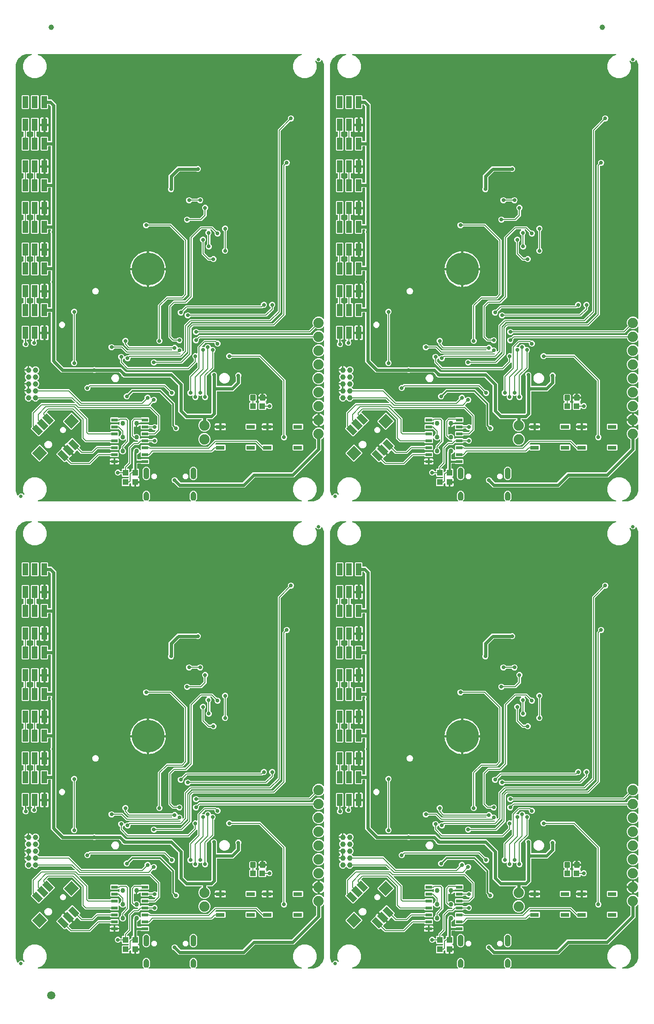
<source format=gtl>
G04 EAGLE Gerber RS-274X export*
G75*
%MOMM*%
%FSLAX34Y34*%
%LPD*%
%INTop Copper*%
%IPPOS*%
%AMOC8*
5,1,8,0,0,1.08239X$1,22.5*%
G01*
%ADD10R,1.000000X1.100000*%
%ADD11C,0.300000*%
%ADD12R,1.000000X2.200000*%
%ADD13R,1.100000X2.200000*%
%ADD14C,6.000000*%
%ADD15C,0.755600*%
%ADD16C,0.863600*%
%ADD17C,1.879600*%
%ADD18R,1.100000X1.000000*%
%ADD19R,1.524000X0.762000*%
%ADD20R,1.850000X1.100000*%
%ADD21R,1.900000X2.000000*%
%ADD22R,1.200000X0.600000*%
%ADD23C,0.635000*%
%ADD24C,1.000000*%
%ADD25C,1.500000*%
%ADD26C,0.736600*%
%ADD27C,0.203200*%
%ADD28C,0.406400*%
%ADD29C,0.609600*%
%ADD30C,0.304800*%
%ADD31C,0.254000*%

G36*
X813601Y858775D02*
X813601Y858775D01*
X813602Y858775D01*
X813747Y858795D01*
X813882Y858815D01*
X813883Y858815D01*
X813884Y858815D01*
X814018Y858876D01*
X814142Y858931D01*
X814143Y858931D01*
X814253Y859025D01*
X814359Y859114D01*
X814359Y859115D01*
X814360Y859115D01*
X814441Y859237D01*
X814516Y859351D01*
X814517Y859352D01*
X814559Y859486D01*
X814602Y859622D01*
X814602Y859623D01*
X814606Y859767D01*
X814609Y859906D01*
X814609Y859907D01*
X814575Y860039D01*
X814538Y860181D01*
X814537Y860182D01*
X814462Y860309D01*
X814392Y860426D01*
X814392Y860427D01*
X814387Y860431D01*
X814309Y860504D01*
X814264Y860570D01*
X814244Y860587D01*
X814228Y860609D01*
X814203Y860628D01*
X813863Y861168D01*
X813767Y861282D01*
X813721Y861346D01*
X813276Y861791D01*
X813267Y861803D01*
X813256Y861828D01*
X813236Y861852D01*
X813025Y862454D01*
X812956Y862587D01*
X812926Y862659D01*
X812592Y863192D01*
X812585Y863205D01*
X812580Y863232D01*
X812566Y863260D01*
X812494Y863894D01*
X812457Y864039D01*
X812443Y864116D01*
X812285Y864568D01*
X812307Y864637D01*
X812310Y864738D01*
X812321Y864806D01*
X812321Y865370D01*
X812312Y865434D01*
X812315Y865484D01*
X812242Y866133D01*
X812244Y866137D01*
X812252Y866167D01*
X812266Y866194D01*
X812279Y866271D01*
X812315Y866412D01*
X812313Y866476D01*
X812321Y866525D01*
X812321Y870535D01*
X812317Y870565D01*
X812319Y870596D01*
X812297Y870706D01*
X812281Y870816D01*
X812269Y870844D01*
X812263Y870875D01*
X812240Y870915D01*
X812315Y871576D01*
X812313Y871641D01*
X812321Y871690D01*
X812321Y872254D01*
X812313Y872313D01*
X812314Y872372D01*
X812295Y872438D01*
X812287Y872497D01*
X812443Y872944D01*
X812473Y873090D01*
X812494Y873166D01*
X812565Y873791D01*
X812568Y873806D01*
X812580Y873829D01*
X812587Y873861D01*
X812926Y874401D01*
X812987Y874537D01*
X813025Y874606D01*
X813233Y875200D01*
X813239Y875213D01*
X813257Y875233D01*
X813270Y875263D01*
X813721Y875714D01*
X813811Y875833D01*
X813863Y875892D01*
X814197Y876424D01*
X814207Y876436D01*
X814229Y876452D01*
X814248Y876477D01*
X814788Y876817D01*
X814902Y876914D01*
X814966Y876959D01*
X815411Y877403D01*
X815423Y877413D01*
X815448Y877424D01*
X815472Y877444D01*
X816074Y877655D01*
X816207Y877724D01*
X816279Y877754D01*
X816812Y878088D01*
X816825Y878095D01*
X816852Y878100D01*
X816880Y878114D01*
X817514Y878186D01*
X817659Y878223D01*
X817736Y878237D01*
X818330Y878445D01*
X818344Y878447D01*
X818371Y878447D01*
X818402Y878455D01*
X819036Y878383D01*
X819186Y878387D01*
X819264Y878383D01*
X819889Y878454D01*
X819904Y878453D01*
X819930Y878446D01*
X819962Y878447D01*
X820564Y878237D01*
X820710Y878207D01*
X820786Y878186D01*
X821411Y878115D01*
X821426Y878112D01*
X821449Y878100D01*
X821481Y878093D01*
X822021Y877754D01*
X822157Y877693D01*
X822226Y877655D01*
X822820Y877447D01*
X822833Y877441D01*
X822853Y877423D01*
X822883Y877410D01*
X823334Y876959D01*
X823453Y876869D01*
X823512Y876817D01*
X824044Y876483D01*
X824056Y876473D01*
X824072Y876451D01*
X824097Y876432D01*
X824437Y875892D01*
X824534Y875778D01*
X824579Y875714D01*
X825024Y875269D01*
X825033Y875257D01*
X825044Y875232D01*
X825064Y875208D01*
X825275Y874606D01*
X825344Y874473D01*
X825374Y874401D01*
X825708Y873868D01*
X825715Y873855D01*
X825720Y873828D01*
X825734Y873800D01*
X825806Y873166D01*
X825843Y873021D01*
X825857Y872944D01*
X826015Y872492D01*
X825993Y872423D01*
X825990Y872322D01*
X825979Y872254D01*
X825979Y871690D01*
X825988Y871626D01*
X825985Y871576D01*
X826058Y870927D01*
X826056Y870923D01*
X826048Y870893D01*
X826034Y870866D01*
X826021Y870789D01*
X825985Y870648D01*
X825987Y870584D01*
X825979Y870535D01*
X825979Y866525D01*
X825983Y866495D01*
X825981Y866464D01*
X826003Y866354D01*
X826019Y866244D01*
X826031Y866216D01*
X826037Y866185D01*
X826060Y866145D01*
X825985Y865484D01*
X825987Y865419D01*
X825979Y865370D01*
X825979Y864806D01*
X825986Y864758D01*
X825985Y864750D01*
X825987Y864744D01*
X825986Y864688D01*
X826005Y864622D01*
X826013Y864563D01*
X825857Y864116D01*
X825827Y863970D01*
X825806Y863894D01*
X825735Y863269D01*
X825732Y863254D01*
X825720Y863231D01*
X825713Y863199D01*
X825374Y862659D01*
X825313Y862523D01*
X825275Y862454D01*
X825067Y861860D01*
X825061Y861847D01*
X825043Y861827D01*
X825030Y861798D01*
X824579Y861346D01*
X824489Y861227D01*
X824437Y861168D01*
X824103Y860636D01*
X824093Y860624D01*
X824071Y860608D01*
X824005Y860519D01*
X823942Y860466D01*
X823941Y860465D01*
X823853Y860334D01*
X823784Y860230D01*
X823784Y860229D01*
X823735Y860074D01*
X823698Y859959D01*
X823698Y859958D01*
X823694Y859815D01*
X823690Y859675D01*
X823691Y859674D01*
X823725Y859543D01*
X823762Y859400D01*
X823762Y859399D01*
X823828Y859288D01*
X823907Y859155D01*
X823908Y859154D01*
X824013Y859055D01*
X824114Y858960D01*
X824115Y858960D01*
X824238Y858897D01*
X824367Y858831D01*
X824368Y858830D01*
X824374Y858829D01*
X824646Y858776D01*
X824675Y858779D01*
X824699Y858775D01*
X899961Y858775D01*
X899962Y858775D01*
X900107Y858795D01*
X900242Y858815D01*
X900243Y858815D01*
X900244Y858815D01*
X900378Y858876D01*
X900502Y858931D01*
X900503Y858931D01*
X900613Y859025D01*
X900719Y859114D01*
X900719Y859115D01*
X900720Y859115D01*
X900801Y859237D01*
X900876Y859351D01*
X900877Y859352D01*
X900919Y859486D01*
X900962Y859622D01*
X900962Y859623D01*
X900966Y859767D01*
X900969Y859906D01*
X900969Y859907D01*
X900935Y860039D01*
X900898Y860181D01*
X900897Y860182D01*
X900822Y860309D01*
X900752Y860426D01*
X900752Y860427D01*
X900747Y860431D01*
X900669Y860504D01*
X900624Y860570D01*
X900604Y860587D01*
X900588Y860609D01*
X900563Y860628D01*
X900223Y861168D01*
X900126Y861282D01*
X900081Y861346D01*
X899637Y861791D01*
X899627Y861803D01*
X899616Y861828D01*
X899596Y861852D01*
X899385Y862454D01*
X899316Y862587D01*
X899286Y862659D01*
X898952Y863192D01*
X898945Y863205D01*
X898940Y863232D01*
X898926Y863260D01*
X898854Y863894D01*
X898817Y864039D01*
X898803Y864116D01*
X898645Y864568D01*
X898667Y864637D01*
X898670Y864738D01*
X898681Y864806D01*
X898681Y865370D01*
X898672Y865434D01*
X898675Y865484D01*
X898602Y866133D01*
X898604Y866137D01*
X898612Y866167D01*
X898626Y866194D01*
X898639Y866271D01*
X898675Y866412D01*
X898673Y866476D01*
X898681Y866525D01*
X898681Y870535D01*
X898677Y870565D01*
X898679Y870596D01*
X898657Y870706D01*
X898641Y870816D01*
X898629Y870844D01*
X898623Y870875D01*
X898600Y870915D01*
X898675Y871576D01*
X898673Y871641D01*
X898681Y871690D01*
X898681Y872254D01*
X898673Y872313D01*
X898674Y872372D01*
X898655Y872438D01*
X898647Y872497D01*
X898803Y872944D01*
X898833Y873090D01*
X898854Y873166D01*
X898925Y873791D01*
X898928Y873806D01*
X898940Y873829D01*
X898947Y873861D01*
X899286Y874401D01*
X899347Y874537D01*
X899385Y874606D01*
X899593Y875200D01*
X899600Y875213D01*
X899617Y875234D01*
X899630Y875263D01*
X900081Y875714D01*
X900171Y875833D01*
X900223Y875892D01*
X900557Y876424D01*
X900567Y876436D01*
X900589Y876452D01*
X900608Y876477D01*
X901148Y876817D01*
X901262Y876913D01*
X901326Y876959D01*
X901771Y877404D01*
X901783Y877413D01*
X901808Y877424D01*
X901832Y877444D01*
X902434Y877655D01*
X902567Y877724D01*
X902639Y877754D01*
X903172Y878088D01*
X903185Y878095D01*
X903212Y878100D01*
X903240Y878114D01*
X903874Y878186D01*
X904019Y878223D01*
X904096Y878237D01*
X904690Y878444D01*
X904704Y878447D01*
X904731Y878447D01*
X904762Y878455D01*
X905396Y878383D01*
X905546Y878387D01*
X905624Y878383D01*
X906248Y878453D01*
X906264Y878453D01*
X906290Y878446D01*
X906322Y878447D01*
X906924Y878237D01*
X907070Y878207D01*
X907146Y878186D01*
X907771Y878115D01*
X907786Y878112D01*
X907809Y878100D01*
X907841Y878093D01*
X908381Y877754D01*
X908517Y877693D01*
X908586Y877655D01*
X909180Y877447D01*
X909193Y877441D01*
X909213Y877423D01*
X909242Y877410D01*
X909694Y876959D01*
X909813Y876869D01*
X909872Y876817D01*
X910404Y876483D01*
X910416Y876473D01*
X910432Y876451D01*
X910457Y876432D01*
X910797Y875892D01*
X910893Y875778D01*
X910939Y875714D01*
X911384Y875269D01*
X911393Y875257D01*
X911404Y875232D01*
X911424Y875208D01*
X911635Y874606D01*
X911704Y874473D01*
X911734Y874401D01*
X912068Y873868D01*
X912075Y873855D01*
X912080Y873828D01*
X912094Y873800D01*
X912166Y873166D01*
X912203Y873021D01*
X912217Y872944D01*
X912375Y872492D01*
X912353Y872423D01*
X912350Y872322D01*
X912339Y872254D01*
X912339Y871690D01*
X912348Y871626D01*
X912345Y871576D01*
X912418Y870927D01*
X912416Y870923D01*
X912408Y870893D01*
X912394Y870866D01*
X912381Y870789D01*
X912345Y870648D01*
X912347Y870584D01*
X912339Y870535D01*
X912339Y866525D01*
X912343Y866495D01*
X912341Y866464D01*
X912363Y866354D01*
X912379Y866244D01*
X912391Y866216D01*
X912397Y866185D01*
X912420Y866145D01*
X912345Y865484D01*
X912347Y865419D01*
X912339Y865370D01*
X912339Y864806D01*
X912346Y864758D01*
X912345Y864750D01*
X912347Y864744D01*
X912346Y864688D01*
X912365Y864622D01*
X912373Y864563D01*
X912217Y864116D01*
X912187Y863970D01*
X912166Y863894D01*
X912095Y863269D01*
X912092Y863254D01*
X912080Y863231D01*
X912073Y863199D01*
X911734Y862659D01*
X911673Y862523D01*
X911635Y862454D01*
X911427Y861860D01*
X911421Y861847D01*
X911403Y861827D01*
X911390Y861797D01*
X910939Y861346D01*
X910849Y861227D01*
X910797Y861168D01*
X910463Y860636D01*
X910453Y860624D01*
X910431Y860608D01*
X910365Y860519D01*
X910302Y860466D01*
X910301Y860465D01*
X910213Y860334D01*
X910144Y860230D01*
X910144Y860229D01*
X910095Y860074D01*
X910058Y859959D01*
X910058Y859958D01*
X910054Y859815D01*
X910050Y859675D01*
X910051Y859674D01*
X910085Y859543D01*
X910122Y859400D01*
X910122Y859399D01*
X910188Y859288D01*
X910267Y859155D01*
X910268Y859154D01*
X910373Y859055D01*
X910474Y858960D01*
X910475Y858960D01*
X910598Y858897D01*
X910727Y858831D01*
X910728Y858830D01*
X910734Y858829D01*
X911006Y858776D01*
X911035Y858779D01*
X911059Y858775D01*
X1103694Y858775D01*
X1103779Y858787D01*
X1103865Y858789D01*
X1103920Y858807D01*
X1103976Y858815D01*
X1104054Y858850D01*
X1104136Y858876D01*
X1104183Y858908D01*
X1104235Y858931D01*
X1104301Y858986D01*
X1104372Y859034D01*
X1104409Y859078D01*
X1104452Y859114D01*
X1104500Y859186D01*
X1104555Y859252D01*
X1104578Y859304D01*
X1104610Y859351D01*
X1104636Y859433D01*
X1104671Y859512D01*
X1104678Y859568D01*
X1104696Y859622D01*
X1104698Y859708D01*
X1104710Y859793D01*
X1104701Y859849D01*
X1104703Y859906D01*
X1104681Y859989D01*
X1104669Y860074D01*
X1104646Y860126D01*
X1104631Y860181D01*
X1104587Y860255D01*
X1104552Y860334D01*
X1104515Y860377D01*
X1104486Y860426D01*
X1104423Y860485D01*
X1104368Y860550D01*
X1104326Y860576D01*
X1104279Y860620D01*
X1104150Y860686D01*
X1104083Y860728D01*
X1097894Y863292D01*
X1091892Y869294D01*
X1088643Y877136D01*
X1088643Y885624D01*
X1091892Y893466D01*
X1097894Y899468D01*
X1105736Y902717D01*
X1114224Y902717D01*
X1122066Y899468D01*
X1128068Y893466D01*
X1131317Y885624D01*
X1131317Y877136D01*
X1128068Y869294D01*
X1122066Y863292D01*
X1115877Y860728D01*
X1115803Y860684D01*
X1115725Y860649D01*
X1115681Y860612D01*
X1115632Y860583D01*
X1115573Y860521D01*
X1115508Y860465D01*
X1115476Y860418D01*
X1115437Y860377D01*
X1115398Y860300D01*
X1115350Y860229D01*
X1115333Y860175D01*
X1115307Y860124D01*
X1115290Y860040D01*
X1115264Y859958D01*
X1115263Y859901D01*
X1115252Y859845D01*
X1115259Y859760D01*
X1115257Y859674D01*
X1115271Y859619D01*
X1115276Y859562D01*
X1115307Y859482D01*
X1115329Y859399D01*
X1115358Y859350D01*
X1115378Y859297D01*
X1115430Y859228D01*
X1115474Y859154D01*
X1115516Y859115D01*
X1115550Y859070D01*
X1115619Y859019D01*
X1115681Y858960D01*
X1115732Y858934D01*
X1115778Y858900D01*
X1115858Y858869D01*
X1115935Y858830D01*
X1115983Y858822D01*
X1116044Y858799D01*
X1116188Y858788D01*
X1116266Y858775D01*
X1122680Y858775D01*
X1122724Y858781D01*
X1122760Y858778D01*
X1126137Y859044D01*
X1126296Y859079D01*
X1126371Y859090D01*
X1132795Y861178D01*
X1133051Y861302D01*
X1133065Y861315D01*
X1133078Y861322D01*
X1138543Y865292D01*
X1138748Y865490D01*
X1138757Y865506D01*
X1138768Y865517D01*
X1142738Y870982D01*
X1142871Y871233D01*
X1142875Y871251D01*
X1142882Y871265D01*
X1144970Y877689D01*
X1144998Y877849D01*
X1145008Y877888D01*
X1145010Y877897D01*
X1145010Y877899D01*
X1145016Y877923D01*
X1145282Y881300D01*
X1145279Y881345D01*
X1145285Y881380D01*
X1145285Y974628D01*
X1145281Y974657D01*
X1145284Y974686D01*
X1145261Y974797D01*
X1145245Y974909D01*
X1145233Y974936D01*
X1145228Y974965D01*
X1145175Y975066D01*
X1145129Y975169D01*
X1145110Y975191D01*
X1145097Y975217D01*
X1145019Y975299D01*
X1144946Y975386D01*
X1144921Y975402D01*
X1144901Y975423D01*
X1144803Y975481D01*
X1144709Y975543D01*
X1144681Y975552D01*
X1144656Y975567D01*
X1144546Y975595D01*
X1144438Y975629D01*
X1144408Y975630D01*
X1144380Y975637D01*
X1144267Y975634D01*
X1144154Y975637D01*
X1144125Y975629D01*
X1144096Y975628D01*
X1143988Y975593D01*
X1143879Y975565D01*
X1143853Y975550D01*
X1143825Y975541D01*
X1143762Y975495D01*
X1143634Y975419D01*
X1143591Y975374D01*
X1143552Y975346D01*
X1141711Y973505D01*
X1140833Y973141D01*
X1140832Y973141D01*
X1140831Y973140D01*
X1140712Y973070D01*
X1140589Y972997D01*
X1140588Y972996D01*
X1140586Y972995D01*
X1140488Y972891D01*
X1140393Y972790D01*
X1140393Y972789D01*
X1140392Y972788D01*
X1140327Y972661D01*
X1140263Y972537D01*
X1140263Y972536D01*
X1140262Y972534D01*
X1140260Y972519D01*
X1140208Y972259D01*
X1140211Y972228D01*
X1140207Y972203D01*
X1140207Y953041D01*
X1137082Y949916D01*
X1093133Y905967D01*
X1090008Y902842D01*
X1018705Y902842D01*
X1018619Y902830D01*
X1018531Y902827D01*
X1018479Y902810D01*
X1018424Y902802D01*
X1018344Y902767D01*
X1018261Y902740D01*
X1018221Y902712D01*
X1018164Y902686D01*
X1018051Y902590D01*
X1017987Y902545D01*
X999616Y884173D01*
X878111Y884173D01*
X869802Y892482D01*
X869777Y892501D01*
X869757Y892524D01*
X869691Y892566D01*
X869575Y892653D01*
X869515Y892676D01*
X869473Y892702D01*
X868126Y893260D01*
X866590Y894796D01*
X865758Y896804D01*
X865758Y898976D01*
X866590Y900984D01*
X868126Y902520D01*
X870134Y903352D01*
X872306Y903352D01*
X874314Y902520D01*
X875850Y900984D01*
X876408Y899637D01*
X876424Y899611D01*
X876433Y899581D01*
X876479Y899517D01*
X876552Y899393D01*
X876599Y899348D01*
X876628Y899308D01*
X881812Y894124D01*
X881882Y894072D01*
X881946Y894012D01*
X881995Y893986D01*
X882039Y893953D01*
X882121Y893922D01*
X882199Y893882D01*
X882246Y893874D01*
X882305Y893852D01*
X882452Y893840D01*
X882530Y893827D01*
X995197Y893827D01*
X995283Y893839D01*
X995371Y893842D01*
X995423Y893859D01*
X995478Y893867D01*
X995558Y893902D01*
X995641Y893929D01*
X995680Y893957D01*
X995738Y893983D01*
X995851Y894079D01*
X995914Y894124D01*
X1014286Y912496D01*
X1085589Y912496D01*
X1085676Y912508D01*
X1085763Y912511D01*
X1085816Y912528D01*
X1085871Y912536D01*
X1085951Y912571D01*
X1086034Y912598D01*
X1086073Y912626D01*
X1086130Y912652D01*
X1086243Y912748D01*
X1086307Y912793D01*
X1130256Y956742D01*
X1130308Y956812D01*
X1130368Y956876D01*
X1130394Y956925D01*
X1130427Y956969D01*
X1130458Y957051D01*
X1130498Y957129D01*
X1130506Y957176D01*
X1130528Y957235D01*
X1130540Y957382D01*
X1130553Y957460D01*
X1130553Y972203D01*
X1130553Y972205D01*
X1130553Y972207D01*
X1130533Y972347D01*
X1130513Y972485D01*
X1130513Y972486D01*
X1130513Y972488D01*
X1130454Y972618D01*
X1130397Y972744D01*
X1130396Y972745D01*
X1130395Y972747D01*
X1130305Y972854D01*
X1130214Y972961D01*
X1130212Y972962D01*
X1130211Y972963D01*
X1130199Y972971D01*
X1129977Y973119D01*
X1129948Y973128D01*
X1129927Y973141D01*
X1129049Y973505D01*
X1125905Y976649D01*
X1124203Y980757D01*
X1124203Y985203D01*
X1125905Y989311D01*
X1129049Y992455D01*
X1133157Y994157D01*
X1137603Y994157D01*
X1141711Y992455D01*
X1143552Y990614D01*
X1143576Y990596D01*
X1143595Y990574D01*
X1143689Y990511D01*
X1143779Y990443D01*
X1143807Y990433D01*
X1143831Y990417D01*
X1143939Y990382D01*
X1144045Y990342D01*
X1144074Y990340D01*
X1144102Y990331D01*
X1144216Y990328D01*
X1144328Y990318D01*
X1144357Y990324D01*
X1144386Y990323D01*
X1144496Y990352D01*
X1144607Y990374D01*
X1144633Y990388D01*
X1144661Y990395D01*
X1144759Y990453D01*
X1144859Y990505D01*
X1144881Y990526D01*
X1144906Y990541D01*
X1144983Y990623D01*
X1145065Y990701D01*
X1145080Y990726D01*
X1145100Y990748D01*
X1145152Y990849D01*
X1145209Y990946D01*
X1145216Y990975D01*
X1145230Y991001D01*
X1145243Y991078D01*
X1145279Y991222D01*
X1145277Y991284D01*
X1145285Y991332D01*
X1145285Y998950D01*
X1145281Y998979D01*
X1145284Y999009D01*
X1145261Y999119D01*
X1145245Y999232D01*
X1145233Y999259D01*
X1145228Y999287D01*
X1145176Y999388D01*
X1145129Y999491D01*
X1145110Y999514D01*
X1145097Y999540D01*
X1145019Y999622D01*
X1144946Y999708D01*
X1144921Y999725D01*
X1144901Y999746D01*
X1144803Y999803D01*
X1144709Y999866D01*
X1144681Y999875D01*
X1144656Y999890D01*
X1144546Y999917D01*
X1144438Y999952D01*
X1144409Y999952D01*
X1144380Y999960D01*
X1144267Y999956D01*
X1144154Y999959D01*
X1144125Y999952D01*
X1144096Y999951D01*
X1143988Y999916D01*
X1143879Y999887D01*
X1143853Y999872D01*
X1143825Y999863D01*
X1143761Y999817D01*
X1143634Y999742D01*
X1143591Y999696D01*
X1143552Y999668D01*
X1143158Y999274D01*
X1141637Y998169D01*
X1139963Y997316D01*
X1138176Y996735D01*
X1137411Y996614D01*
X1137411Y1007364D01*
X1137403Y1007422D01*
X1137405Y1007480D01*
X1137383Y1007562D01*
X1137371Y1007645D01*
X1137347Y1007699D01*
X1137333Y1007755D01*
X1137290Y1007828D01*
X1137255Y1007905D01*
X1137217Y1007949D01*
X1137187Y1008000D01*
X1137126Y1008057D01*
X1137071Y1008122D01*
X1137023Y1008154D01*
X1136980Y1008194D01*
X1136905Y1008233D01*
X1136835Y1008279D01*
X1136779Y1008297D01*
X1136727Y1008324D01*
X1136659Y1008335D01*
X1136564Y1008365D01*
X1136464Y1008368D01*
X1136396Y1008379D01*
X1135379Y1008379D01*
X1135379Y1008381D01*
X1136396Y1008381D01*
X1136454Y1008389D01*
X1136512Y1008388D01*
X1136594Y1008409D01*
X1136677Y1008421D01*
X1136731Y1008445D01*
X1136787Y1008459D01*
X1136860Y1008502D01*
X1136937Y1008537D01*
X1136982Y1008575D01*
X1137032Y1008605D01*
X1137090Y1008666D01*
X1137154Y1008721D01*
X1137186Y1008769D01*
X1137226Y1008812D01*
X1137265Y1008887D01*
X1137311Y1008957D01*
X1137329Y1009013D01*
X1137356Y1009065D01*
X1137367Y1009133D01*
X1137397Y1009228D01*
X1137400Y1009328D01*
X1137411Y1009396D01*
X1137411Y1020146D01*
X1138176Y1020025D01*
X1139963Y1019444D01*
X1141637Y1018591D01*
X1143158Y1017486D01*
X1143552Y1017092D01*
X1143576Y1017074D01*
X1143595Y1017052D01*
X1143689Y1016989D01*
X1143779Y1016921D01*
X1143807Y1016910D01*
X1143831Y1016894D01*
X1143939Y1016860D01*
X1144045Y1016820D01*
X1144074Y1016817D01*
X1144102Y1016808D01*
X1144215Y1016805D01*
X1144328Y1016796D01*
X1144357Y1016802D01*
X1144386Y1016801D01*
X1144496Y1016830D01*
X1144607Y1016852D01*
X1144633Y1016865D01*
X1144661Y1016873D01*
X1144759Y1016931D01*
X1144859Y1016983D01*
X1144881Y1017003D01*
X1144906Y1017018D01*
X1144983Y1017101D01*
X1145065Y1017179D01*
X1145080Y1017204D01*
X1145100Y1017225D01*
X1145152Y1017326D01*
X1145209Y1017424D01*
X1145216Y1017452D01*
X1145230Y1017479D01*
X1145243Y1017556D01*
X1145279Y1017700D01*
X1145277Y1017762D01*
X1145285Y1017810D01*
X1145285Y1025428D01*
X1145281Y1025457D01*
X1145284Y1025486D01*
X1145261Y1025597D01*
X1145245Y1025709D01*
X1145233Y1025736D01*
X1145228Y1025765D01*
X1145176Y1025865D01*
X1145129Y1025969D01*
X1145110Y1025991D01*
X1145097Y1026017D01*
X1145019Y1026099D01*
X1144946Y1026186D01*
X1144921Y1026202D01*
X1144901Y1026223D01*
X1144803Y1026281D01*
X1144709Y1026343D01*
X1144681Y1026352D01*
X1144656Y1026367D01*
X1144546Y1026395D01*
X1144438Y1026429D01*
X1144408Y1026430D01*
X1144380Y1026437D01*
X1144267Y1026434D01*
X1144154Y1026437D01*
X1144125Y1026429D01*
X1144096Y1026428D01*
X1143988Y1026393D01*
X1143879Y1026365D01*
X1143853Y1026350D01*
X1143825Y1026341D01*
X1143762Y1026295D01*
X1143634Y1026219D01*
X1143591Y1026174D01*
X1143552Y1026146D01*
X1141711Y1024305D01*
X1137603Y1022603D01*
X1133157Y1022603D01*
X1129049Y1024305D01*
X1125905Y1027449D01*
X1124203Y1031557D01*
X1124203Y1036003D01*
X1125905Y1040111D01*
X1129049Y1043255D01*
X1133157Y1044957D01*
X1137603Y1044957D01*
X1141711Y1043255D01*
X1143552Y1041414D01*
X1143576Y1041396D01*
X1143595Y1041374D01*
X1143689Y1041311D01*
X1143779Y1041243D01*
X1143807Y1041233D01*
X1143831Y1041217D01*
X1143939Y1041182D01*
X1144045Y1041142D01*
X1144074Y1041140D01*
X1144102Y1041131D01*
X1144216Y1041128D01*
X1144328Y1041118D01*
X1144357Y1041124D01*
X1144386Y1041123D01*
X1144496Y1041152D01*
X1144607Y1041174D01*
X1144633Y1041188D01*
X1144661Y1041195D01*
X1144759Y1041253D01*
X1144859Y1041305D01*
X1144881Y1041326D01*
X1144906Y1041341D01*
X1144983Y1041423D01*
X1145065Y1041501D01*
X1145080Y1041526D01*
X1145100Y1041548D01*
X1145152Y1041649D01*
X1145209Y1041746D01*
X1145216Y1041775D01*
X1145230Y1041801D01*
X1145243Y1041878D01*
X1145279Y1042022D01*
X1145277Y1042084D01*
X1145285Y1042132D01*
X1145285Y1050828D01*
X1145281Y1050857D01*
X1145284Y1050886D01*
X1145261Y1050997D01*
X1145245Y1051109D01*
X1145233Y1051136D01*
X1145228Y1051165D01*
X1145175Y1051266D01*
X1145129Y1051369D01*
X1145110Y1051391D01*
X1145097Y1051417D01*
X1145019Y1051499D01*
X1144946Y1051586D01*
X1144921Y1051602D01*
X1144901Y1051623D01*
X1144803Y1051681D01*
X1144709Y1051743D01*
X1144681Y1051752D01*
X1144656Y1051767D01*
X1144546Y1051795D01*
X1144438Y1051829D01*
X1144408Y1051830D01*
X1144380Y1051837D01*
X1144267Y1051834D01*
X1144154Y1051837D01*
X1144125Y1051829D01*
X1144096Y1051828D01*
X1143988Y1051793D01*
X1143879Y1051765D01*
X1143853Y1051750D01*
X1143825Y1051741D01*
X1143762Y1051695D01*
X1143634Y1051619D01*
X1143591Y1051574D01*
X1143552Y1051546D01*
X1141711Y1049705D01*
X1137603Y1048003D01*
X1133157Y1048003D01*
X1129049Y1049705D01*
X1125905Y1052849D01*
X1124203Y1056957D01*
X1124203Y1061403D01*
X1125905Y1065511D01*
X1129049Y1068655D01*
X1133157Y1070357D01*
X1137603Y1070357D01*
X1141711Y1068655D01*
X1143552Y1066814D01*
X1143576Y1066796D01*
X1143595Y1066774D01*
X1143689Y1066711D01*
X1143779Y1066643D01*
X1143807Y1066633D01*
X1143831Y1066617D01*
X1143939Y1066582D01*
X1144045Y1066542D01*
X1144074Y1066540D01*
X1144102Y1066531D01*
X1144216Y1066528D01*
X1144328Y1066518D01*
X1144357Y1066524D01*
X1144386Y1066523D01*
X1144496Y1066552D01*
X1144607Y1066574D01*
X1144633Y1066588D01*
X1144661Y1066595D01*
X1144759Y1066653D01*
X1144859Y1066705D01*
X1144881Y1066726D01*
X1144906Y1066741D01*
X1144983Y1066823D01*
X1145065Y1066901D01*
X1145080Y1066926D01*
X1145100Y1066948D01*
X1145152Y1067049D01*
X1145209Y1067146D01*
X1145216Y1067175D01*
X1145230Y1067201D01*
X1145243Y1067278D01*
X1145279Y1067422D01*
X1145277Y1067484D01*
X1145285Y1067532D01*
X1145285Y1076228D01*
X1145281Y1076257D01*
X1145284Y1076286D01*
X1145261Y1076397D01*
X1145245Y1076509D01*
X1145233Y1076536D01*
X1145228Y1076565D01*
X1145175Y1076666D01*
X1145129Y1076769D01*
X1145110Y1076791D01*
X1145097Y1076817D01*
X1145019Y1076899D01*
X1144946Y1076986D01*
X1144921Y1077002D01*
X1144901Y1077023D01*
X1144803Y1077081D01*
X1144709Y1077143D01*
X1144681Y1077152D01*
X1144656Y1077167D01*
X1144546Y1077195D01*
X1144438Y1077229D01*
X1144408Y1077230D01*
X1144380Y1077237D01*
X1144267Y1077234D01*
X1144154Y1077237D01*
X1144125Y1077229D01*
X1144096Y1077228D01*
X1143988Y1077193D01*
X1143879Y1077165D01*
X1143853Y1077150D01*
X1143825Y1077141D01*
X1143762Y1077095D01*
X1143634Y1077019D01*
X1143591Y1076974D01*
X1143552Y1076946D01*
X1141711Y1075105D01*
X1137603Y1073403D01*
X1133157Y1073403D01*
X1129049Y1075105D01*
X1125905Y1078249D01*
X1124203Y1082357D01*
X1124203Y1086803D01*
X1125905Y1090911D01*
X1129049Y1094055D01*
X1133157Y1095757D01*
X1137603Y1095757D01*
X1141711Y1094055D01*
X1143552Y1092214D01*
X1143576Y1092196D01*
X1143595Y1092174D01*
X1143689Y1092111D01*
X1143779Y1092043D01*
X1143807Y1092033D01*
X1143831Y1092017D01*
X1143939Y1091982D01*
X1144045Y1091942D01*
X1144074Y1091940D01*
X1144102Y1091931D01*
X1144216Y1091928D01*
X1144328Y1091918D01*
X1144357Y1091924D01*
X1144386Y1091923D01*
X1144496Y1091952D01*
X1144607Y1091974D01*
X1144633Y1091988D01*
X1144661Y1091995D01*
X1144759Y1092053D01*
X1144859Y1092105D01*
X1144881Y1092126D01*
X1144906Y1092141D01*
X1144983Y1092223D01*
X1145065Y1092301D01*
X1145080Y1092326D01*
X1145100Y1092348D01*
X1145152Y1092449D01*
X1145209Y1092546D01*
X1145216Y1092575D01*
X1145230Y1092601D01*
X1145243Y1092678D01*
X1145279Y1092822D01*
X1145277Y1092884D01*
X1145285Y1092932D01*
X1145285Y1101628D01*
X1145281Y1101657D01*
X1145284Y1101686D01*
X1145261Y1101797D01*
X1145245Y1101909D01*
X1145233Y1101936D01*
X1145228Y1101965D01*
X1145175Y1102066D01*
X1145129Y1102169D01*
X1145110Y1102191D01*
X1145097Y1102217D01*
X1145019Y1102299D01*
X1144946Y1102386D01*
X1144921Y1102402D01*
X1144901Y1102423D01*
X1144803Y1102481D01*
X1144709Y1102543D01*
X1144681Y1102552D01*
X1144656Y1102567D01*
X1144546Y1102595D01*
X1144438Y1102629D01*
X1144408Y1102630D01*
X1144380Y1102637D01*
X1144267Y1102634D01*
X1144154Y1102637D01*
X1144125Y1102629D01*
X1144096Y1102628D01*
X1143988Y1102593D01*
X1143879Y1102565D01*
X1143853Y1102550D01*
X1143825Y1102541D01*
X1143762Y1102495D01*
X1143634Y1102419D01*
X1143591Y1102374D01*
X1143552Y1102346D01*
X1141711Y1100505D01*
X1137603Y1098803D01*
X1133157Y1098803D01*
X1129049Y1100505D01*
X1125905Y1103649D01*
X1124203Y1107757D01*
X1124203Y1112203D01*
X1125905Y1116311D01*
X1129049Y1119455D01*
X1133157Y1121157D01*
X1137603Y1121157D01*
X1141711Y1119455D01*
X1143552Y1117614D01*
X1143576Y1117596D01*
X1143595Y1117574D01*
X1143689Y1117511D01*
X1143779Y1117443D01*
X1143807Y1117433D01*
X1143831Y1117417D01*
X1143939Y1117382D01*
X1144045Y1117342D01*
X1144074Y1117340D01*
X1144102Y1117331D01*
X1144216Y1117328D01*
X1144328Y1117318D01*
X1144357Y1117324D01*
X1144386Y1117323D01*
X1144496Y1117352D01*
X1144607Y1117374D01*
X1144633Y1117388D01*
X1144661Y1117395D01*
X1144759Y1117453D01*
X1144859Y1117505D01*
X1144881Y1117526D01*
X1144906Y1117541D01*
X1144983Y1117623D01*
X1145065Y1117701D01*
X1145080Y1117726D01*
X1145100Y1117748D01*
X1145152Y1117848D01*
X1145209Y1117946D01*
X1145216Y1117975D01*
X1145230Y1118001D01*
X1145243Y1118078D01*
X1145279Y1118222D01*
X1145277Y1118284D01*
X1145285Y1118332D01*
X1145285Y1127028D01*
X1145281Y1127057D01*
X1145284Y1127086D01*
X1145261Y1127197D01*
X1145245Y1127309D01*
X1145233Y1127336D01*
X1145228Y1127365D01*
X1145175Y1127466D01*
X1145129Y1127569D01*
X1145110Y1127591D01*
X1145097Y1127617D01*
X1145019Y1127699D01*
X1144946Y1127786D01*
X1144921Y1127802D01*
X1144901Y1127823D01*
X1144803Y1127881D01*
X1144709Y1127943D01*
X1144681Y1127952D01*
X1144656Y1127967D01*
X1144546Y1127995D01*
X1144438Y1128029D01*
X1144408Y1128030D01*
X1144380Y1128037D01*
X1144267Y1128034D01*
X1144154Y1128037D01*
X1144125Y1128029D01*
X1144096Y1128028D01*
X1143988Y1127993D01*
X1143879Y1127965D01*
X1143853Y1127950D01*
X1143825Y1127941D01*
X1143762Y1127895D01*
X1143634Y1127819D01*
X1143591Y1127774D01*
X1143552Y1127746D01*
X1141711Y1125905D01*
X1137603Y1124203D01*
X1133157Y1124203D01*
X1129049Y1125905D01*
X1125905Y1129049D01*
X1124203Y1133157D01*
X1124203Y1137603D01*
X1125905Y1141711D01*
X1129049Y1144855D01*
X1133157Y1146557D01*
X1137603Y1146557D01*
X1141711Y1144855D01*
X1143552Y1143014D01*
X1143576Y1142996D01*
X1143595Y1142974D01*
X1143689Y1142911D01*
X1143779Y1142843D01*
X1143807Y1142833D01*
X1143831Y1142817D01*
X1143939Y1142782D01*
X1144045Y1142742D01*
X1144074Y1142740D01*
X1144102Y1142731D01*
X1144216Y1142728D01*
X1144328Y1142718D01*
X1144357Y1142724D01*
X1144386Y1142723D01*
X1144496Y1142752D01*
X1144607Y1142774D01*
X1144633Y1142788D01*
X1144661Y1142795D01*
X1144759Y1142853D01*
X1144859Y1142905D01*
X1144881Y1142926D01*
X1144906Y1142941D01*
X1144983Y1143023D01*
X1145065Y1143101D01*
X1145080Y1143126D01*
X1145100Y1143148D01*
X1145152Y1143249D01*
X1145209Y1143346D01*
X1145216Y1143375D01*
X1145230Y1143401D01*
X1145243Y1143478D01*
X1145279Y1143622D01*
X1145277Y1143684D01*
X1145285Y1143732D01*
X1145285Y1152428D01*
X1145281Y1152457D01*
X1145284Y1152486D01*
X1145261Y1152597D01*
X1145245Y1152709D01*
X1145233Y1152736D01*
X1145228Y1152765D01*
X1145175Y1152866D01*
X1145129Y1152969D01*
X1145110Y1152991D01*
X1145097Y1153017D01*
X1145019Y1153099D01*
X1144946Y1153186D01*
X1144921Y1153202D01*
X1144901Y1153223D01*
X1144803Y1153281D01*
X1144709Y1153343D01*
X1144681Y1153352D01*
X1144656Y1153367D01*
X1144546Y1153395D01*
X1144438Y1153429D01*
X1144408Y1153430D01*
X1144380Y1153437D01*
X1144267Y1153434D01*
X1144154Y1153437D01*
X1144125Y1153429D01*
X1144096Y1153428D01*
X1143988Y1153393D01*
X1143879Y1153365D01*
X1143853Y1153350D01*
X1143825Y1153341D01*
X1143762Y1153295D01*
X1143634Y1153219D01*
X1143591Y1153174D01*
X1143552Y1153146D01*
X1141711Y1151305D01*
X1137603Y1149603D01*
X1133157Y1149603D01*
X1129049Y1151305D01*
X1125905Y1154449D01*
X1124700Y1157359D01*
X1124699Y1157360D01*
X1124698Y1157361D01*
X1124628Y1157480D01*
X1124555Y1157603D01*
X1124554Y1157604D01*
X1124553Y1157606D01*
X1124449Y1157703D01*
X1124348Y1157799D01*
X1124347Y1157799D01*
X1124346Y1157800D01*
X1124220Y1157865D01*
X1124096Y1157929D01*
X1124094Y1157929D01*
X1124093Y1157930D01*
X1124078Y1157932D01*
X1123817Y1157984D01*
X1123786Y1157981D01*
X1123762Y1157985D01*
X918518Y1157985D01*
X918432Y1157973D01*
X918344Y1157970D01*
X918291Y1157953D01*
X918237Y1157945D01*
X918157Y1157910D01*
X918074Y1157883D01*
X918034Y1157855D01*
X917977Y1157829D01*
X917864Y1157733D01*
X917800Y1157688D01*
X916349Y1156237D01*
X916297Y1156167D01*
X916237Y1156103D01*
X916211Y1156054D01*
X916178Y1156010D01*
X916147Y1155928D01*
X916107Y1155850D01*
X916099Y1155802D01*
X916077Y1155744D01*
X916065Y1155596D01*
X916052Y1155519D01*
X916052Y1153344D01*
X915220Y1151336D01*
X913684Y1149800D01*
X911676Y1148968D01*
X909504Y1148968D01*
X907496Y1149800D01*
X905960Y1151336D01*
X905128Y1153344D01*
X905128Y1155516D01*
X905960Y1157524D01*
X907496Y1159060D01*
X909504Y1159892D01*
X911679Y1159892D01*
X911765Y1159904D01*
X911853Y1159907D01*
X911906Y1159924D01*
X911960Y1159932D01*
X912040Y1159967D01*
X912123Y1159994D01*
X912163Y1160022D01*
X912220Y1160048D01*
X912333Y1160144D01*
X912397Y1160189D01*
X915782Y1163575D01*
X1123762Y1163575D01*
X1123763Y1163575D01*
X1123765Y1163575D01*
X1123904Y1163595D01*
X1124043Y1163615D01*
X1124045Y1163615D01*
X1124046Y1163615D01*
X1124172Y1163672D01*
X1124303Y1163731D01*
X1124304Y1163732D01*
X1124305Y1163733D01*
X1124412Y1163824D01*
X1124520Y1163914D01*
X1124520Y1163916D01*
X1124522Y1163917D01*
X1124530Y1163930D01*
X1124677Y1164151D01*
X1124686Y1164180D01*
X1124700Y1164201D01*
X1125905Y1167111D01*
X1129049Y1170255D01*
X1133157Y1171957D01*
X1137603Y1171957D01*
X1141711Y1170255D01*
X1143552Y1168414D01*
X1143576Y1168396D01*
X1143595Y1168374D01*
X1143689Y1168311D01*
X1143779Y1168243D01*
X1143807Y1168233D01*
X1143831Y1168217D01*
X1143939Y1168182D01*
X1144045Y1168142D01*
X1144074Y1168140D01*
X1144102Y1168131D01*
X1144216Y1168128D01*
X1144328Y1168118D01*
X1144357Y1168124D01*
X1144386Y1168123D01*
X1144496Y1168152D01*
X1144607Y1168174D01*
X1144633Y1168188D01*
X1144661Y1168195D01*
X1144759Y1168253D01*
X1144859Y1168305D01*
X1144881Y1168326D01*
X1144906Y1168341D01*
X1144983Y1168423D01*
X1145065Y1168501D01*
X1145080Y1168526D01*
X1145100Y1168548D01*
X1145152Y1168649D01*
X1145209Y1168746D01*
X1145216Y1168775D01*
X1145230Y1168801D01*
X1145243Y1168878D01*
X1145279Y1169022D01*
X1145277Y1169084D01*
X1145285Y1169132D01*
X1145285Y1177828D01*
X1145281Y1177857D01*
X1145284Y1177886D01*
X1145261Y1177997D01*
X1145245Y1178109D01*
X1145233Y1178136D01*
X1145228Y1178165D01*
X1145175Y1178266D01*
X1145129Y1178369D01*
X1145110Y1178391D01*
X1145097Y1178417D01*
X1145019Y1178499D01*
X1144946Y1178586D01*
X1144921Y1178602D01*
X1144901Y1178623D01*
X1144803Y1178681D01*
X1144709Y1178743D01*
X1144681Y1178752D01*
X1144656Y1178767D01*
X1144546Y1178795D01*
X1144438Y1178829D01*
X1144408Y1178830D01*
X1144380Y1178837D01*
X1144267Y1178834D01*
X1144154Y1178837D01*
X1144125Y1178829D01*
X1144096Y1178828D01*
X1143988Y1178793D01*
X1143879Y1178765D01*
X1143853Y1178750D01*
X1143825Y1178741D01*
X1143762Y1178695D01*
X1143634Y1178619D01*
X1143591Y1178574D01*
X1143552Y1178546D01*
X1141711Y1176705D01*
X1137603Y1175003D01*
X1133157Y1175003D01*
X1130247Y1176208D01*
X1130246Y1176209D01*
X1130244Y1176210D01*
X1130110Y1176244D01*
X1129972Y1176279D01*
X1129970Y1176279D01*
X1129969Y1176280D01*
X1129828Y1176275D01*
X1129688Y1176271D01*
X1129686Y1176271D01*
X1129685Y1176271D01*
X1129552Y1176228D01*
X1129417Y1176185D01*
X1129416Y1176184D01*
X1129414Y1176183D01*
X1129402Y1176175D01*
X1129181Y1176026D01*
X1129161Y1176003D01*
X1129141Y1175988D01*
X1120028Y1166875D01*
X915940Y1166875D01*
X915853Y1166863D01*
X915766Y1166860D01*
X915713Y1166843D01*
X915658Y1166835D01*
X915579Y1166800D01*
X915495Y1166773D01*
X915456Y1166745D01*
X915399Y1166719D01*
X915286Y1166623D01*
X915222Y1166578D01*
X913684Y1165040D01*
X911676Y1164208D01*
X909504Y1164208D01*
X907496Y1165040D01*
X905960Y1166576D01*
X905128Y1168584D01*
X905128Y1170756D01*
X905960Y1172764D01*
X907496Y1174300D01*
X909504Y1175132D01*
X911676Y1175132D01*
X913684Y1174300D01*
X915222Y1172762D01*
X915292Y1172710D01*
X915356Y1172650D01*
X915405Y1172624D01*
X915449Y1172591D01*
X915531Y1172560D01*
X915609Y1172520D01*
X915656Y1172512D01*
X915715Y1172490D01*
X915863Y1172478D01*
X915940Y1172465D01*
X1117292Y1172465D01*
X1117378Y1172477D01*
X1117466Y1172480D01*
X1117519Y1172497D01*
X1117573Y1172505D01*
X1117653Y1172540D01*
X1117736Y1172567D01*
X1117776Y1172595D01*
X1117833Y1172621D01*
X1117946Y1172717D01*
X1118010Y1172762D01*
X1125188Y1179941D01*
X1125189Y1179942D01*
X1125191Y1179943D01*
X1125279Y1180061D01*
X1125359Y1180168D01*
X1125360Y1180169D01*
X1125361Y1180171D01*
X1125410Y1180301D01*
X1125461Y1180434D01*
X1125461Y1180435D01*
X1125461Y1180437D01*
X1125473Y1180578D01*
X1125484Y1180717D01*
X1125484Y1180718D01*
X1125484Y1180720D01*
X1125480Y1180736D01*
X1125428Y1180996D01*
X1125414Y1181023D01*
X1125408Y1181047D01*
X1124203Y1183957D01*
X1124203Y1188403D01*
X1125905Y1192511D01*
X1129049Y1195655D01*
X1133157Y1197357D01*
X1137603Y1197357D01*
X1141711Y1195655D01*
X1143552Y1193814D01*
X1143576Y1193796D01*
X1143595Y1193774D01*
X1143689Y1193711D01*
X1143779Y1193643D01*
X1143807Y1193633D01*
X1143831Y1193617D01*
X1143939Y1193582D01*
X1144045Y1193542D01*
X1144074Y1193540D01*
X1144102Y1193531D01*
X1144216Y1193528D01*
X1144328Y1193518D01*
X1144357Y1193524D01*
X1144386Y1193523D01*
X1144496Y1193552D01*
X1144607Y1193574D01*
X1144633Y1193588D01*
X1144661Y1193595D01*
X1144759Y1193653D01*
X1144859Y1193705D01*
X1144881Y1193726D01*
X1144906Y1193741D01*
X1144983Y1193823D01*
X1145065Y1193901D01*
X1145080Y1193926D01*
X1145100Y1193948D01*
X1145152Y1194049D01*
X1145209Y1194146D01*
X1145216Y1194175D01*
X1145230Y1194201D01*
X1145243Y1194278D01*
X1145279Y1194422D01*
X1145277Y1194484D01*
X1145285Y1194532D01*
X1145285Y1656080D01*
X1145279Y1656124D01*
X1145282Y1656160D01*
X1145016Y1659537D01*
X1144981Y1659696D01*
X1144970Y1659771D01*
X1142882Y1666195D01*
X1142847Y1666267D01*
X1142841Y1666290D01*
X1142812Y1666339D01*
X1142758Y1666451D01*
X1142745Y1666465D01*
X1142738Y1666478D01*
X1142170Y1667260D01*
X1142095Y1667338D01*
X1142024Y1667421D01*
X1141996Y1667440D01*
X1141973Y1667464D01*
X1141878Y1667518D01*
X1141788Y1667579D01*
X1141755Y1667589D01*
X1141726Y1667606D01*
X1141621Y1667632D01*
X1141517Y1667665D01*
X1141483Y1667665D01*
X1141450Y1667673D01*
X1141341Y1667669D01*
X1141233Y1667672D01*
X1141200Y1667663D01*
X1141166Y1667662D01*
X1141063Y1667627D01*
X1140958Y1667600D01*
X1140928Y1667583D01*
X1140896Y1667572D01*
X1140807Y1667510D01*
X1140713Y1667455D01*
X1140690Y1667430D01*
X1140662Y1667411D01*
X1140593Y1667327D01*
X1140519Y1667247D01*
X1140503Y1667217D01*
X1140482Y1667191D01*
X1140439Y1667091D01*
X1140389Y1666994D01*
X1140384Y1666964D01*
X1140369Y1666930D01*
X1140345Y1666740D01*
X1137432Y1663826D01*
X1133328Y1663826D01*
X1131027Y1666127D01*
X1130959Y1666179D01*
X1130896Y1666238D01*
X1130845Y1666264D01*
X1130800Y1666298D01*
X1130720Y1666329D01*
X1130643Y1666368D01*
X1130588Y1666379D01*
X1130534Y1666399D01*
X1130449Y1666406D01*
X1130364Y1666423D01*
X1130308Y1666418D01*
X1130251Y1666423D01*
X1130167Y1666406D01*
X1130081Y1666399D01*
X1130028Y1666378D01*
X1129972Y1666367D01*
X1129896Y1666327D01*
X1129816Y1666297D01*
X1129770Y1666262D01*
X1129720Y1666236D01*
X1129658Y1666177D01*
X1129589Y1666125D01*
X1129555Y1666079D01*
X1129514Y1666040D01*
X1129470Y1665966D01*
X1129419Y1665897D01*
X1129399Y1665844D01*
X1129370Y1665795D01*
X1129349Y1665712D01*
X1129319Y1665631D01*
X1129314Y1665574D01*
X1129300Y1665519D01*
X1129303Y1665434D01*
X1129296Y1665348D01*
X1129307Y1665300D01*
X1129309Y1665235D01*
X1129354Y1665097D01*
X1129371Y1665021D01*
X1131317Y1660324D01*
X1131317Y1651836D01*
X1128068Y1643994D01*
X1122066Y1637992D01*
X1114224Y1634743D01*
X1105736Y1634743D01*
X1097894Y1637992D01*
X1091892Y1643994D01*
X1088643Y1651836D01*
X1088643Y1660324D01*
X1091892Y1668166D01*
X1097894Y1674168D01*
X1104083Y1676732D01*
X1104157Y1676776D01*
X1104235Y1676811D01*
X1104279Y1676848D01*
X1104328Y1676877D01*
X1104387Y1676939D01*
X1104452Y1676995D01*
X1104484Y1677042D01*
X1104523Y1677083D01*
X1104562Y1677160D01*
X1104610Y1677231D01*
X1104627Y1677285D01*
X1104653Y1677336D01*
X1104670Y1677420D01*
X1104696Y1677502D01*
X1104697Y1677559D01*
X1104708Y1677615D01*
X1104701Y1677700D01*
X1104703Y1677786D01*
X1104689Y1677841D01*
X1104684Y1677898D01*
X1104653Y1677978D01*
X1104631Y1678061D01*
X1104602Y1678110D01*
X1104582Y1678163D01*
X1104530Y1678232D01*
X1104486Y1678306D01*
X1104444Y1678345D01*
X1104410Y1678390D01*
X1104341Y1678441D01*
X1104279Y1678500D01*
X1104228Y1678526D01*
X1104182Y1678560D01*
X1104102Y1678591D01*
X1104025Y1678630D01*
X1103977Y1678638D01*
X1103916Y1678661D01*
X1103772Y1678672D01*
X1103694Y1678685D01*
X620966Y1678685D01*
X620881Y1678673D01*
X620795Y1678671D01*
X620740Y1678653D01*
X620684Y1678645D01*
X620606Y1678610D01*
X620524Y1678584D01*
X620477Y1678552D01*
X620425Y1678529D01*
X620359Y1678474D01*
X620288Y1678426D01*
X620251Y1678382D01*
X620208Y1678346D01*
X620160Y1678274D01*
X620105Y1678208D01*
X620082Y1678156D01*
X620050Y1678109D01*
X620024Y1678027D01*
X619989Y1677948D01*
X619982Y1677892D01*
X619964Y1677838D01*
X619962Y1677752D01*
X619950Y1677667D01*
X619959Y1677611D01*
X619957Y1677554D01*
X619979Y1677471D01*
X619991Y1677386D01*
X620014Y1677334D01*
X620029Y1677279D01*
X620073Y1677205D01*
X620108Y1677126D01*
X620145Y1677083D01*
X620174Y1677034D01*
X620237Y1676975D01*
X620292Y1676910D01*
X620334Y1676884D01*
X620381Y1676840D01*
X620510Y1676774D01*
X620577Y1676732D01*
X626766Y1674168D01*
X632768Y1668166D01*
X636017Y1660324D01*
X636017Y1651836D01*
X632768Y1643994D01*
X626766Y1637992D01*
X618924Y1634743D01*
X610436Y1634743D01*
X602594Y1637992D01*
X596592Y1643994D01*
X593343Y1651836D01*
X593343Y1660324D01*
X596592Y1668166D01*
X602594Y1674168D01*
X608783Y1676732D01*
X608857Y1676776D01*
X608935Y1676811D01*
X608979Y1676848D01*
X609028Y1676877D01*
X609087Y1676939D01*
X609152Y1676995D01*
X609184Y1677042D01*
X609223Y1677083D01*
X609262Y1677160D01*
X609310Y1677231D01*
X609327Y1677285D01*
X609353Y1677336D01*
X609370Y1677420D01*
X609396Y1677502D01*
X609397Y1677559D01*
X609408Y1677615D01*
X609401Y1677700D01*
X609403Y1677786D01*
X609389Y1677841D01*
X609384Y1677898D01*
X609353Y1677978D01*
X609331Y1678061D01*
X609302Y1678110D01*
X609282Y1678163D01*
X609230Y1678232D01*
X609186Y1678306D01*
X609144Y1678345D01*
X609110Y1678390D01*
X609041Y1678441D01*
X608979Y1678500D01*
X608928Y1678526D01*
X608882Y1678560D01*
X608802Y1678591D01*
X608725Y1678630D01*
X608677Y1678638D01*
X608616Y1678661D01*
X608472Y1678672D01*
X608394Y1678685D01*
X601980Y1678685D01*
X601936Y1678679D01*
X601900Y1678682D01*
X598523Y1678416D01*
X598364Y1678381D01*
X598289Y1678370D01*
X591865Y1676282D01*
X591609Y1676158D01*
X591595Y1676145D01*
X591582Y1676138D01*
X586117Y1672168D01*
X585912Y1671970D01*
X585903Y1671954D01*
X585892Y1671943D01*
X581922Y1666478D01*
X581875Y1666390D01*
X581840Y1666337D01*
X581829Y1666304D01*
X581789Y1666227D01*
X581785Y1666209D01*
X581778Y1666195D01*
X579690Y1659771D01*
X579662Y1659611D01*
X579644Y1659537D01*
X579378Y1656160D01*
X579381Y1656115D01*
X579375Y1656080D01*
X579375Y881380D01*
X579381Y881336D01*
X579378Y881300D01*
X579644Y877923D01*
X579679Y877764D01*
X579690Y877689D01*
X581778Y871265D01*
X581902Y871009D01*
X581915Y870995D01*
X581922Y870982D01*
X582490Y870200D01*
X582565Y870122D01*
X582636Y870039D01*
X582664Y870020D01*
X582687Y869996D01*
X582782Y869942D01*
X582872Y869881D01*
X582905Y869871D01*
X582934Y869854D01*
X583039Y869828D01*
X583143Y869795D01*
X583177Y869795D01*
X583210Y869787D01*
X583319Y869791D01*
X583427Y869788D01*
X583460Y869797D01*
X583494Y869798D01*
X583597Y869833D01*
X583702Y869860D01*
X583732Y869877D01*
X583764Y869888D01*
X583853Y869950D01*
X583947Y870005D01*
X583970Y870030D01*
X583998Y870049D01*
X584067Y870133D01*
X584141Y870213D01*
X584157Y870243D01*
X584178Y870269D01*
X584221Y870369D01*
X584271Y870466D01*
X584276Y870496D01*
X584291Y870530D01*
X584315Y870720D01*
X587228Y873634D01*
X591332Y873634D01*
X593633Y871333D01*
X593701Y871281D01*
X593764Y871222D01*
X593815Y871196D01*
X593860Y871162D01*
X593940Y871131D01*
X594017Y871092D01*
X594072Y871081D01*
X594126Y871061D01*
X594211Y871054D01*
X594296Y871037D01*
X594352Y871042D01*
X594409Y871037D01*
X594493Y871054D01*
X594579Y871061D01*
X594632Y871082D01*
X594688Y871093D01*
X594764Y871133D01*
X594844Y871163D01*
X594889Y871198D01*
X594940Y871224D01*
X595002Y871283D01*
X595071Y871335D01*
X595105Y871381D01*
X595146Y871420D01*
X595190Y871494D01*
X595241Y871563D01*
X595261Y871616D01*
X595290Y871665D01*
X595311Y871748D01*
X595341Y871829D01*
X595346Y871886D01*
X595360Y871941D01*
X595357Y872026D01*
X595364Y872112D01*
X595353Y872160D01*
X595351Y872225D01*
X595306Y872363D01*
X595289Y872439D01*
X593343Y877136D01*
X593343Y885624D01*
X596592Y893466D01*
X602594Y899468D01*
X610436Y902717D01*
X618924Y902717D01*
X626766Y899468D01*
X632768Y893466D01*
X636017Y885624D01*
X636017Y877136D01*
X632768Y869294D01*
X626766Y863292D01*
X620577Y860728D01*
X620503Y860684D01*
X620425Y860649D01*
X620381Y860612D01*
X620332Y860583D01*
X620273Y860521D01*
X620208Y860465D01*
X620176Y860418D01*
X620137Y860377D01*
X620098Y860300D01*
X620050Y860229D01*
X620033Y860175D01*
X620007Y860124D01*
X619990Y860040D01*
X619964Y859958D01*
X619963Y859901D01*
X619952Y859845D01*
X619959Y859760D01*
X619957Y859674D01*
X619971Y859619D01*
X619976Y859562D01*
X620007Y859482D01*
X620029Y859399D01*
X620058Y859350D01*
X620078Y859297D01*
X620130Y859228D01*
X620174Y859154D01*
X620216Y859115D01*
X620250Y859070D01*
X620319Y859019D01*
X620381Y858960D01*
X620432Y858934D01*
X620478Y858900D01*
X620558Y858869D01*
X620635Y858830D01*
X620683Y858822D01*
X620744Y858799D01*
X620888Y858788D01*
X620966Y858775D01*
X813601Y858775D01*
X813601Y858775D01*
G37*
G36*
X237021Y858775D02*
X237021Y858775D01*
X237022Y858775D01*
X237167Y858795D01*
X237302Y858815D01*
X237303Y858815D01*
X237304Y858815D01*
X237438Y858876D01*
X237562Y858931D01*
X237563Y858931D01*
X237673Y859025D01*
X237779Y859114D01*
X237779Y859115D01*
X237780Y859115D01*
X237861Y859237D01*
X237936Y859351D01*
X237937Y859352D01*
X237979Y859486D01*
X238022Y859622D01*
X238022Y859623D01*
X238026Y859767D01*
X238029Y859906D01*
X238029Y859907D01*
X237991Y860055D01*
X237958Y860181D01*
X237957Y860182D01*
X237882Y860309D01*
X237812Y860426D01*
X237812Y860427D01*
X237807Y860431D01*
X237729Y860504D01*
X237684Y860570D01*
X237664Y860587D01*
X237648Y860609D01*
X237623Y860628D01*
X237283Y861168D01*
X237187Y861282D01*
X237141Y861346D01*
X236696Y861791D01*
X236687Y861803D01*
X236676Y861828D01*
X236656Y861852D01*
X236445Y862454D01*
X236376Y862587D01*
X236346Y862659D01*
X236012Y863192D01*
X236005Y863205D01*
X236000Y863232D01*
X235986Y863260D01*
X235914Y863894D01*
X235877Y864039D01*
X235863Y864116D01*
X235705Y864568D01*
X235727Y864637D01*
X235730Y864738D01*
X235741Y864806D01*
X235741Y865370D01*
X235732Y865434D01*
X235735Y865484D01*
X235662Y866133D01*
X235664Y866137D01*
X235672Y866167D01*
X235686Y866194D01*
X235699Y866271D01*
X235735Y866412D01*
X235733Y866476D01*
X235741Y866525D01*
X235741Y870535D01*
X235737Y870565D01*
X235739Y870596D01*
X235717Y870706D01*
X235701Y870816D01*
X235689Y870844D01*
X235683Y870875D01*
X235660Y870915D01*
X235735Y871576D01*
X235733Y871641D01*
X235741Y871690D01*
X235741Y872254D01*
X235733Y872313D01*
X235734Y872372D01*
X235715Y872438D01*
X235707Y872497D01*
X235863Y872944D01*
X235893Y873090D01*
X235914Y873166D01*
X235985Y873791D01*
X235988Y873806D01*
X236000Y873829D01*
X236007Y873861D01*
X236346Y874401D01*
X236407Y874537D01*
X236445Y874606D01*
X236653Y875200D01*
X236659Y875213D01*
X236677Y875233D01*
X236690Y875263D01*
X237141Y875714D01*
X237231Y875833D01*
X237283Y875892D01*
X237617Y876424D01*
X237627Y876436D01*
X237649Y876452D01*
X237668Y876477D01*
X238208Y876817D01*
X238322Y876914D01*
X238386Y876959D01*
X238831Y877403D01*
X238843Y877413D01*
X238868Y877424D01*
X238892Y877444D01*
X239494Y877655D01*
X239627Y877724D01*
X239699Y877754D01*
X240232Y878088D01*
X240245Y878095D01*
X240272Y878100D01*
X240300Y878114D01*
X240934Y878186D01*
X241079Y878223D01*
X241156Y878237D01*
X241750Y878444D01*
X241764Y878447D01*
X241791Y878447D01*
X241822Y878455D01*
X242456Y878383D01*
X242606Y878387D01*
X242684Y878383D01*
X243309Y878454D01*
X243324Y878453D01*
X243350Y878446D01*
X243382Y878447D01*
X243984Y878237D01*
X244130Y878207D01*
X244206Y878186D01*
X244831Y878115D01*
X244846Y878112D01*
X244869Y878100D01*
X244901Y878093D01*
X245441Y877754D01*
X245577Y877693D01*
X245646Y877655D01*
X246240Y877447D01*
X246253Y877441D01*
X246273Y877423D01*
X246303Y877410D01*
X246754Y876959D01*
X246873Y876869D01*
X246932Y876817D01*
X247464Y876483D01*
X247476Y876473D01*
X247492Y876451D01*
X247517Y876432D01*
X247857Y875892D01*
X247954Y875778D01*
X247999Y875714D01*
X248443Y875269D01*
X248453Y875257D01*
X248464Y875232D01*
X248484Y875208D01*
X248695Y874606D01*
X248764Y874473D01*
X248794Y874401D01*
X249128Y873868D01*
X249135Y873855D01*
X249140Y873828D01*
X249154Y873800D01*
X249226Y873166D01*
X249263Y873021D01*
X249277Y872944D01*
X249435Y872492D01*
X249413Y872423D01*
X249410Y872322D01*
X249399Y872254D01*
X249399Y871690D01*
X249408Y871626D01*
X249405Y871576D01*
X249478Y870927D01*
X249476Y870923D01*
X249468Y870893D01*
X249454Y870866D01*
X249441Y870789D01*
X249405Y870648D01*
X249407Y870584D01*
X249399Y870535D01*
X249399Y866525D01*
X249403Y866495D01*
X249401Y866464D01*
X249423Y866354D01*
X249439Y866244D01*
X249451Y866216D01*
X249457Y866185D01*
X249480Y866145D01*
X249405Y865484D01*
X249407Y865419D01*
X249399Y865370D01*
X249399Y864806D01*
X249406Y864758D01*
X249405Y864750D01*
X249407Y864744D01*
X249406Y864688D01*
X249425Y864622D01*
X249433Y864563D01*
X249277Y864116D01*
X249247Y863970D01*
X249226Y863894D01*
X249155Y863269D01*
X249152Y863254D01*
X249140Y863231D01*
X249133Y863199D01*
X248794Y862659D01*
X248733Y862523D01*
X248695Y862454D01*
X248487Y861860D01*
X248481Y861847D01*
X248463Y861827D01*
X248450Y861797D01*
X247999Y861346D01*
X247909Y861227D01*
X247857Y861168D01*
X247522Y860636D01*
X247512Y860624D01*
X247491Y860608D01*
X247425Y860519D01*
X247362Y860466D01*
X247361Y860465D01*
X247273Y860334D01*
X247204Y860230D01*
X247204Y860229D01*
X247155Y860074D01*
X247118Y859959D01*
X247118Y859958D01*
X247114Y859815D01*
X247110Y859675D01*
X247111Y859674D01*
X247145Y859543D01*
X247182Y859400D01*
X247182Y859399D01*
X247248Y859288D01*
X247327Y859155D01*
X247328Y859154D01*
X247433Y859055D01*
X247534Y858960D01*
X247535Y858960D01*
X247658Y858897D01*
X247787Y858831D01*
X247788Y858830D01*
X247794Y858829D01*
X248066Y858776D01*
X248095Y858779D01*
X248119Y858775D01*
X323381Y858775D01*
X323382Y858775D01*
X323527Y858795D01*
X323662Y858815D01*
X323663Y858815D01*
X323664Y858815D01*
X323798Y858876D01*
X323922Y858931D01*
X323923Y858931D01*
X324033Y859025D01*
X324139Y859114D01*
X324139Y859115D01*
X324140Y859115D01*
X324221Y859237D01*
X324296Y859351D01*
X324297Y859352D01*
X324339Y859486D01*
X324382Y859622D01*
X324382Y859623D01*
X324386Y859767D01*
X324389Y859906D01*
X324389Y859907D01*
X324351Y860055D01*
X324318Y860181D01*
X324317Y860182D01*
X324242Y860309D01*
X324172Y860426D01*
X324172Y860427D01*
X324167Y860431D01*
X324089Y860504D01*
X324044Y860570D01*
X324024Y860587D01*
X324008Y860609D01*
X323983Y860628D01*
X323643Y861168D01*
X323546Y861282D01*
X323501Y861346D01*
X323057Y861791D01*
X323047Y861803D01*
X323036Y861828D01*
X323016Y861852D01*
X322805Y862454D01*
X322736Y862587D01*
X322706Y862659D01*
X322372Y863192D01*
X322365Y863205D01*
X322360Y863232D01*
X322346Y863260D01*
X322274Y863894D01*
X322237Y864039D01*
X322223Y864116D01*
X322065Y864568D01*
X322087Y864637D01*
X322090Y864738D01*
X322101Y864806D01*
X322101Y865370D01*
X322092Y865434D01*
X322095Y865484D01*
X322022Y866133D01*
X322024Y866137D01*
X322032Y866167D01*
X322046Y866194D01*
X322059Y866271D01*
X322095Y866412D01*
X322093Y866476D01*
X322101Y866525D01*
X322101Y870535D01*
X322097Y870565D01*
X322099Y870596D01*
X322077Y870706D01*
X322061Y870816D01*
X322049Y870844D01*
X322043Y870875D01*
X322020Y870915D01*
X322095Y871576D01*
X322093Y871641D01*
X322101Y871690D01*
X322101Y872254D01*
X322093Y872313D01*
X322094Y872372D01*
X322075Y872438D01*
X322067Y872497D01*
X322223Y872944D01*
X322253Y873090D01*
X322274Y873166D01*
X322345Y873791D01*
X322348Y873806D01*
X322360Y873829D01*
X322367Y873861D01*
X322706Y874401D01*
X322767Y874537D01*
X322805Y874606D01*
X323013Y875200D01*
X323019Y875213D01*
X323037Y875233D01*
X323050Y875263D01*
X323501Y875714D01*
X323591Y875833D01*
X323643Y875892D01*
X323977Y876424D01*
X323987Y876436D01*
X324009Y876452D01*
X324028Y876477D01*
X324568Y876817D01*
X324682Y876914D01*
X324746Y876959D01*
X325191Y877404D01*
X325203Y877413D01*
X325228Y877424D01*
X325252Y877444D01*
X325854Y877655D01*
X325987Y877724D01*
X326059Y877754D01*
X326592Y878088D01*
X326605Y878095D01*
X326632Y878100D01*
X326660Y878114D01*
X327294Y878186D01*
X327439Y878223D01*
X327516Y878237D01*
X328109Y878444D01*
X328125Y878447D01*
X328151Y878447D01*
X328182Y878455D01*
X328816Y878383D01*
X328966Y878387D01*
X329044Y878383D01*
X329668Y878453D01*
X329684Y878453D01*
X329710Y878446D01*
X329742Y878447D01*
X330344Y878237D01*
X330490Y878207D01*
X330566Y878186D01*
X331191Y878115D01*
X331206Y878112D01*
X331229Y878100D01*
X331261Y878093D01*
X331801Y877754D01*
X331937Y877693D01*
X332006Y877655D01*
X332600Y877447D01*
X332613Y877441D01*
X332633Y877423D01*
X332662Y877410D01*
X333114Y876959D01*
X333233Y876869D01*
X333292Y876817D01*
X333824Y876483D01*
X333836Y876473D01*
X333852Y876451D01*
X333877Y876432D01*
X334217Y875892D01*
X334313Y875778D01*
X334359Y875714D01*
X334804Y875269D01*
X334813Y875257D01*
X334824Y875232D01*
X334844Y875208D01*
X335055Y874606D01*
X335124Y874473D01*
X335154Y874401D01*
X335488Y873868D01*
X335495Y873855D01*
X335500Y873828D01*
X335514Y873800D01*
X335586Y873166D01*
X335623Y873021D01*
X335637Y872944D01*
X335795Y872492D01*
X335773Y872423D01*
X335770Y872322D01*
X335759Y872254D01*
X335759Y871690D01*
X335768Y871626D01*
X335765Y871576D01*
X335838Y870927D01*
X335836Y870923D01*
X335828Y870893D01*
X335814Y870866D01*
X335801Y870789D01*
X335765Y870648D01*
X335767Y870584D01*
X335759Y870535D01*
X335759Y866525D01*
X335763Y866495D01*
X335761Y866464D01*
X335783Y866354D01*
X335799Y866244D01*
X335811Y866216D01*
X335817Y866185D01*
X335840Y866145D01*
X335765Y865484D01*
X335767Y865419D01*
X335759Y865370D01*
X335759Y864806D01*
X335766Y864758D01*
X335765Y864750D01*
X335767Y864744D01*
X335766Y864688D01*
X335785Y864622D01*
X335793Y864563D01*
X335637Y864116D01*
X335607Y863970D01*
X335586Y863894D01*
X335515Y863269D01*
X335512Y863254D01*
X335500Y863231D01*
X335493Y863199D01*
X335154Y862659D01*
X335093Y862523D01*
X335055Y862454D01*
X334847Y861860D01*
X334841Y861847D01*
X334823Y861827D01*
X334810Y861797D01*
X334359Y861346D01*
X334269Y861227D01*
X334217Y861168D01*
X333883Y860636D01*
X333873Y860624D01*
X333851Y860608D01*
X333785Y860519D01*
X333722Y860466D01*
X333721Y860465D01*
X333633Y860334D01*
X333564Y860230D01*
X333564Y860229D01*
X333515Y860074D01*
X333478Y859959D01*
X333478Y859958D01*
X333474Y859815D01*
X333470Y859675D01*
X333471Y859674D01*
X333505Y859543D01*
X333542Y859400D01*
X333542Y859399D01*
X333608Y859288D01*
X333687Y859155D01*
X333688Y859154D01*
X333793Y859055D01*
X333894Y858960D01*
X333895Y858960D01*
X334018Y858897D01*
X334147Y858831D01*
X334148Y858830D01*
X334154Y858829D01*
X334426Y858776D01*
X334455Y858779D01*
X334479Y858775D01*
X527114Y858775D01*
X527199Y858787D01*
X527285Y858789D01*
X527340Y858807D01*
X527396Y858815D01*
X527474Y858850D01*
X527556Y858876D01*
X527603Y858908D01*
X527655Y858931D01*
X527721Y858986D01*
X527792Y859034D01*
X527829Y859078D01*
X527872Y859114D01*
X527920Y859186D01*
X527975Y859252D01*
X527998Y859304D01*
X528030Y859351D01*
X528056Y859433D01*
X528091Y859512D01*
X528098Y859568D01*
X528116Y859622D01*
X528118Y859708D01*
X528130Y859793D01*
X528121Y859849D01*
X528123Y859906D01*
X528101Y859989D01*
X528089Y860074D01*
X528066Y860126D01*
X528051Y860181D01*
X528007Y860255D01*
X527972Y860334D01*
X527935Y860377D01*
X527906Y860426D01*
X527843Y860485D01*
X527788Y860550D01*
X527746Y860576D01*
X527699Y860620D01*
X527570Y860686D01*
X527503Y860728D01*
X521314Y863292D01*
X515312Y869294D01*
X512063Y877136D01*
X512063Y885624D01*
X515312Y893466D01*
X521314Y899468D01*
X529156Y902717D01*
X537644Y902717D01*
X545486Y899468D01*
X551488Y893466D01*
X554737Y885624D01*
X554737Y877136D01*
X551488Y869294D01*
X545486Y863292D01*
X539297Y860728D01*
X539223Y860684D01*
X539145Y860649D01*
X539101Y860612D01*
X539052Y860583D01*
X538993Y860521D01*
X538928Y860465D01*
X538896Y860418D01*
X538857Y860377D01*
X538818Y860300D01*
X538770Y860229D01*
X538753Y860175D01*
X538727Y860124D01*
X538710Y860040D01*
X538684Y859958D01*
X538683Y859901D01*
X538672Y859845D01*
X538679Y859760D01*
X538677Y859674D01*
X538691Y859619D01*
X538696Y859562D01*
X538727Y859482D01*
X538749Y859399D01*
X538778Y859350D01*
X538798Y859297D01*
X538850Y859228D01*
X538894Y859154D01*
X538936Y859115D01*
X538970Y859070D01*
X539039Y859019D01*
X539101Y858960D01*
X539152Y858934D01*
X539198Y858900D01*
X539278Y858869D01*
X539355Y858830D01*
X539403Y858822D01*
X539464Y858799D01*
X539608Y858788D01*
X539686Y858775D01*
X546100Y858775D01*
X546144Y858781D01*
X546180Y858778D01*
X549557Y859044D01*
X549716Y859079D01*
X549791Y859090D01*
X556215Y861178D01*
X556471Y861302D01*
X556485Y861315D01*
X556498Y861322D01*
X561963Y865292D01*
X562168Y865490D01*
X562177Y865506D01*
X562188Y865517D01*
X566158Y870982D01*
X566291Y871233D01*
X566295Y871251D01*
X566302Y871265D01*
X568390Y877689D01*
X568418Y877849D01*
X568428Y877888D01*
X568430Y877897D01*
X568430Y877899D01*
X568436Y877923D01*
X568702Y881300D01*
X568699Y881345D01*
X568705Y881380D01*
X568705Y974628D01*
X568701Y974657D01*
X568704Y974686D01*
X568681Y974797D01*
X568665Y974909D01*
X568653Y974936D01*
X568648Y974965D01*
X568595Y975066D01*
X568549Y975169D01*
X568530Y975191D01*
X568517Y975217D01*
X568439Y975299D01*
X568366Y975386D01*
X568341Y975402D01*
X568321Y975423D01*
X568223Y975481D01*
X568129Y975543D01*
X568101Y975552D01*
X568076Y975567D01*
X567966Y975595D01*
X567858Y975629D01*
X567828Y975630D01*
X567800Y975637D01*
X567687Y975634D01*
X567574Y975637D01*
X567545Y975629D01*
X567516Y975628D01*
X567408Y975593D01*
X567299Y975565D01*
X567273Y975550D01*
X567245Y975541D01*
X567182Y975495D01*
X567054Y975419D01*
X567011Y975374D01*
X566972Y975346D01*
X565131Y973505D01*
X564253Y973141D01*
X564252Y973140D01*
X564251Y973140D01*
X564132Y973070D01*
X564009Y972997D01*
X564008Y972996D01*
X564006Y972995D01*
X563909Y972891D01*
X563813Y972790D01*
X563813Y972789D01*
X563812Y972788D01*
X563747Y972661D01*
X563683Y972537D01*
X563683Y972536D01*
X563682Y972534D01*
X563680Y972519D01*
X563628Y972258D01*
X563631Y972228D01*
X563627Y972203D01*
X563627Y953041D01*
X513428Y902842D01*
X442125Y902842D01*
X442039Y902830D01*
X441951Y902827D01*
X441899Y902810D01*
X441844Y902802D01*
X441764Y902767D01*
X441681Y902740D01*
X441641Y902712D01*
X441584Y902686D01*
X441471Y902590D01*
X441407Y902545D01*
X423036Y884173D01*
X301531Y884173D01*
X293222Y892482D01*
X293197Y892501D01*
X293177Y892524D01*
X293111Y892566D01*
X292995Y892653D01*
X292935Y892676D01*
X292893Y892702D01*
X291546Y893260D01*
X290010Y894796D01*
X289178Y896804D01*
X289178Y898976D01*
X290010Y900984D01*
X291546Y902520D01*
X293554Y903352D01*
X295726Y903352D01*
X297734Y902520D01*
X299270Y900984D01*
X299828Y899637D01*
X299844Y899611D01*
X299853Y899581D01*
X299899Y899517D01*
X299972Y899393D01*
X300019Y899348D01*
X300048Y899308D01*
X305232Y894124D01*
X305302Y894072D01*
X305366Y894012D01*
X305415Y893986D01*
X305459Y893953D01*
X305541Y893922D01*
X305619Y893882D01*
X305666Y893874D01*
X305725Y893852D01*
X305872Y893840D01*
X305950Y893827D01*
X418617Y893827D01*
X418703Y893839D01*
X418791Y893842D01*
X418843Y893859D01*
X418898Y893867D01*
X418978Y893902D01*
X419061Y893929D01*
X419100Y893957D01*
X419158Y893983D01*
X419271Y894079D01*
X419334Y894124D01*
X437706Y912496D01*
X509009Y912496D01*
X509096Y912508D01*
X509183Y912511D01*
X509236Y912528D01*
X509291Y912536D01*
X509370Y912571D01*
X509454Y912598D01*
X509493Y912626D01*
X509550Y912652D01*
X509663Y912748D01*
X509727Y912793D01*
X553676Y956742D01*
X553728Y956812D01*
X553788Y956876D01*
X553814Y956925D01*
X553847Y956969D01*
X553878Y957051D01*
X553918Y957129D01*
X553926Y957176D01*
X553948Y957235D01*
X553960Y957382D01*
X553973Y957460D01*
X553973Y972203D01*
X553973Y972205D01*
X553973Y972206D01*
X553953Y972346D01*
X553933Y972485D01*
X553933Y972486D01*
X553933Y972488D01*
X553876Y972614D01*
X553817Y972744D01*
X553816Y972745D01*
X553815Y972747D01*
X553724Y972854D01*
X553634Y972961D01*
X553632Y972962D01*
X553631Y972963D01*
X553618Y972972D01*
X553397Y973119D01*
X553368Y973128D01*
X553347Y973141D01*
X552469Y973505D01*
X549325Y976649D01*
X547623Y980757D01*
X547623Y985203D01*
X549325Y989311D01*
X552469Y992455D01*
X556577Y994157D01*
X561023Y994157D01*
X565131Y992455D01*
X566972Y990614D01*
X566996Y990596D01*
X567015Y990574D01*
X567109Y990511D01*
X567199Y990443D01*
X567227Y990433D01*
X567251Y990417D01*
X567359Y990382D01*
X567465Y990342D01*
X567494Y990340D01*
X567522Y990331D01*
X567636Y990328D01*
X567748Y990318D01*
X567777Y990324D01*
X567806Y990323D01*
X567916Y990352D01*
X568027Y990374D01*
X568053Y990388D01*
X568081Y990395D01*
X568179Y990453D01*
X568279Y990505D01*
X568301Y990526D01*
X568326Y990541D01*
X568403Y990623D01*
X568485Y990701D01*
X568500Y990726D01*
X568520Y990748D01*
X568572Y990849D01*
X568629Y990946D01*
X568636Y990975D01*
X568650Y991001D01*
X568663Y991078D01*
X568699Y991222D01*
X568697Y991284D01*
X568705Y991332D01*
X568705Y998950D01*
X568701Y998979D01*
X568704Y999009D01*
X568681Y999119D01*
X568665Y999232D01*
X568653Y999259D01*
X568648Y999287D01*
X568596Y999388D01*
X568549Y999491D01*
X568530Y999514D01*
X568517Y999540D01*
X568439Y999622D01*
X568366Y999708D01*
X568341Y999725D01*
X568321Y999746D01*
X568223Y999803D01*
X568129Y999866D01*
X568101Y999875D01*
X568076Y999890D01*
X567966Y999917D01*
X567858Y999952D01*
X567829Y999952D01*
X567800Y999960D01*
X567687Y999956D01*
X567574Y999959D01*
X567545Y999952D01*
X567516Y999951D01*
X567408Y999916D01*
X567299Y999887D01*
X567273Y999872D01*
X567245Y999863D01*
X567181Y999817D01*
X567054Y999742D01*
X567011Y999696D01*
X566972Y999668D01*
X566578Y999274D01*
X565057Y998169D01*
X563383Y997316D01*
X561596Y996735D01*
X560831Y996614D01*
X560831Y1007364D01*
X560823Y1007422D01*
X560825Y1007480D01*
X560803Y1007562D01*
X560791Y1007645D01*
X560767Y1007699D01*
X560753Y1007755D01*
X560710Y1007828D01*
X560675Y1007905D01*
X560637Y1007949D01*
X560607Y1008000D01*
X560546Y1008057D01*
X560491Y1008122D01*
X560443Y1008154D01*
X560400Y1008194D01*
X560325Y1008233D01*
X560255Y1008279D01*
X560199Y1008297D01*
X560147Y1008324D01*
X560079Y1008335D01*
X559984Y1008365D01*
X559884Y1008368D01*
X559816Y1008379D01*
X558799Y1008379D01*
X558799Y1008381D01*
X559816Y1008381D01*
X559874Y1008389D01*
X559932Y1008388D01*
X560014Y1008409D01*
X560097Y1008421D01*
X560151Y1008445D01*
X560207Y1008459D01*
X560280Y1008502D01*
X560357Y1008537D01*
X560402Y1008575D01*
X560452Y1008605D01*
X560510Y1008666D01*
X560574Y1008721D01*
X560606Y1008769D01*
X560646Y1008812D01*
X560685Y1008887D01*
X560731Y1008957D01*
X560749Y1009013D01*
X560776Y1009065D01*
X560787Y1009133D01*
X560817Y1009228D01*
X560820Y1009328D01*
X560831Y1009396D01*
X560831Y1020146D01*
X561596Y1020025D01*
X563383Y1019444D01*
X565057Y1018591D01*
X566578Y1017486D01*
X566972Y1017092D01*
X566996Y1017074D01*
X567015Y1017052D01*
X567109Y1016989D01*
X567199Y1016921D01*
X567227Y1016910D01*
X567251Y1016894D01*
X567359Y1016860D01*
X567465Y1016820D01*
X567494Y1016817D01*
X567522Y1016808D01*
X567635Y1016805D01*
X567748Y1016796D01*
X567777Y1016802D01*
X567806Y1016801D01*
X567916Y1016830D01*
X568027Y1016852D01*
X568053Y1016865D01*
X568081Y1016873D01*
X568179Y1016931D01*
X568279Y1016983D01*
X568301Y1017003D01*
X568326Y1017018D01*
X568403Y1017101D01*
X568485Y1017179D01*
X568500Y1017204D01*
X568520Y1017225D01*
X568572Y1017326D01*
X568629Y1017424D01*
X568636Y1017452D01*
X568650Y1017479D01*
X568663Y1017556D01*
X568699Y1017700D01*
X568697Y1017762D01*
X568705Y1017810D01*
X568705Y1025428D01*
X568701Y1025457D01*
X568704Y1025486D01*
X568681Y1025597D01*
X568665Y1025709D01*
X568653Y1025736D01*
X568648Y1025765D01*
X568596Y1025865D01*
X568549Y1025969D01*
X568530Y1025991D01*
X568517Y1026017D01*
X568439Y1026099D01*
X568366Y1026186D01*
X568341Y1026202D01*
X568321Y1026223D01*
X568223Y1026281D01*
X568129Y1026343D01*
X568101Y1026352D01*
X568076Y1026367D01*
X567966Y1026395D01*
X567858Y1026429D01*
X567828Y1026430D01*
X567800Y1026437D01*
X567687Y1026434D01*
X567574Y1026437D01*
X567545Y1026429D01*
X567516Y1026428D01*
X567408Y1026393D01*
X567299Y1026365D01*
X567273Y1026350D01*
X567245Y1026341D01*
X567182Y1026295D01*
X567054Y1026219D01*
X567011Y1026174D01*
X566972Y1026146D01*
X565131Y1024305D01*
X561023Y1022603D01*
X556577Y1022603D01*
X552469Y1024305D01*
X549325Y1027449D01*
X547623Y1031557D01*
X547623Y1036003D01*
X549325Y1040111D01*
X552469Y1043255D01*
X556577Y1044957D01*
X561023Y1044957D01*
X565131Y1043255D01*
X566972Y1041414D01*
X566996Y1041396D01*
X567015Y1041374D01*
X567109Y1041311D01*
X567199Y1041243D01*
X567227Y1041233D01*
X567251Y1041217D01*
X567359Y1041182D01*
X567465Y1041142D01*
X567494Y1041140D01*
X567522Y1041131D01*
X567636Y1041128D01*
X567748Y1041118D01*
X567777Y1041124D01*
X567806Y1041123D01*
X567916Y1041152D01*
X568027Y1041174D01*
X568053Y1041188D01*
X568081Y1041195D01*
X568179Y1041253D01*
X568279Y1041305D01*
X568301Y1041326D01*
X568326Y1041341D01*
X568403Y1041423D01*
X568485Y1041501D01*
X568500Y1041526D01*
X568520Y1041548D01*
X568572Y1041649D01*
X568629Y1041746D01*
X568636Y1041775D01*
X568650Y1041801D01*
X568663Y1041878D01*
X568699Y1042022D01*
X568697Y1042084D01*
X568705Y1042132D01*
X568705Y1050828D01*
X568701Y1050857D01*
X568704Y1050886D01*
X568681Y1050997D01*
X568665Y1051109D01*
X568653Y1051136D01*
X568648Y1051165D01*
X568595Y1051266D01*
X568549Y1051369D01*
X568530Y1051391D01*
X568517Y1051417D01*
X568439Y1051499D01*
X568366Y1051586D01*
X568341Y1051602D01*
X568321Y1051623D01*
X568223Y1051681D01*
X568129Y1051743D01*
X568101Y1051752D01*
X568076Y1051767D01*
X567966Y1051795D01*
X567858Y1051829D01*
X567828Y1051830D01*
X567800Y1051837D01*
X567687Y1051834D01*
X567574Y1051837D01*
X567545Y1051829D01*
X567516Y1051828D01*
X567408Y1051793D01*
X567299Y1051765D01*
X567273Y1051750D01*
X567245Y1051741D01*
X567182Y1051695D01*
X567054Y1051619D01*
X567011Y1051574D01*
X566972Y1051546D01*
X565131Y1049705D01*
X561023Y1048003D01*
X556577Y1048003D01*
X552469Y1049705D01*
X549325Y1052849D01*
X547623Y1056957D01*
X547623Y1061403D01*
X549325Y1065511D01*
X552469Y1068655D01*
X556577Y1070357D01*
X561023Y1070357D01*
X565131Y1068655D01*
X566972Y1066814D01*
X566996Y1066796D01*
X567015Y1066774D01*
X567109Y1066711D01*
X567199Y1066643D01*
X567227Y1066633D01*
X567251Y1066617D01*
X567359Y1066582D01*
X567465Y1066542D01*
X567494Y1066540D01*
X567522Y1066531D01*
X567636Y1066528D01*
X567748Y1066518D01*
X567777Y1066524D01*
X567806Y1066523D01*
X567916Y1066552D01*
X568027Y1066574D01*
X568053Y1066588D01*
X568081Y1066595D01*
X568179Y1066653D01*
X568279Y1066705D01*
X568301Y1066726D01*
X568326Y1066741D01*
X568403Y1066823D01*
X568485Y1066901D01*
X568500Y1066926D01*
X568520Y1066948D01*
X568572Y1067049D01*
X568629Y1067146D01*
X568636Y1067175D01*
X568650Y1067201D01*
X568663Y1067278D01*
X568699Y1067422D01*
X568697Y1067484D01*
X568705Y1067532D01*
X568705Y1076228D01*
X568701Y1076257D01*
X568704Y1076286D01*
X568681Y1076397D01*
X568665Y1076509D01*
X568653Y1076536D01*
X568648Y1076565D01*
X568595Y1076666D01*
X568549Y1076769D01*
X568530Y1076791D01*
X568517Y1076817D01*
X568439Y1076899D01*
X568366Y1076986D01*
X568341Y1077002D01*
X568321Y1077023D01*
X568223Y1077081D01*
X568129Y1077143D01*
X568101Y1077152D01*
X568076Y1077167D01*
X567966Y1077195D01*
X567858Y1077229D01*
X567828Y1077230D01*
X567800Y1077237D01*
X567687Y1077234D01*
X567574Y1077237D01*
X567545Y1077229D01*
X567516Y1077228D01*
X567408Y1077193D01*
X567299Y1077165D01*
X567273Y1077150D01*
X567245Y1077141D01*
X567182Y1077095D01*
X567054Y1077019D01*
X567011Y1076974D01*
X566972Y1076946D01*
X565131Y1075105D01*
X561023Y1073403D01*
X556577Y1073403D01*
X552469Y1075105D01*
X549325Y1078249D01*
X547623Y1082357D01*
X547623Y1086803D01*
X549325Y1090911D01*
X552469Y1094055D01*
X556577Y1095757D01*
X561023Y1095757D01*
X565131Y1094055D01*
X566972Y1092214D01*
X566996Y1092196D01*
X567015Y1092174D01*
X567109Y1092111D01*
X567199Y1092043D01*
X567227Y1092033D01*
X567251Y1092017D01*
X567359Y1091982D01*
X567465Y1091942D01*
X567494Y1091940D01*
X567522Y1091931D01*
X567636Y1091928D01*
X567748Y1091918D01*
X567777Y1091924D01*
X567806Y1091923D01*
X567916Y1091952D01*
X568027Y1091974D01*
X568053Y1091988D01*
X568081Y1091995D01*
X568179Y1092053D01*
X568279Y1092105D01*
X568301Y1092126D01*
X568326Y1092141D01*
X568403Y1092223D01*
X568485Y1092301D01*
X568500Y1092326D01*
X568520Y1092348D01*
X568572Y1092449D01*
X568629Y1092546D01*
X568636Y1092575D01*
X568650Y1092601D01*
X568663Y1092678D01*
X568699Y1092822D01*
X568697Y1092884D01*
X568705Y1092932D01*
X568705Y1101628D01*
X568701Y1101657D01*
X568704Y1101686D01*
X568681Y1101797D01*
X568665Y1101909D01*
X568653Y1101936D01*
X568648Y1101965D01*
X568595Y1102066D01*
X568549Y1102169D01*
X568530Y1102191D01*
X568517Y1102217D01*
X568439Y1102299D01*
X568366Y1102386D01*
X568341Y1102402D01*
X568321Y1102423D01*
X568223Y1102481D01*
X568129Y1102543D01*
X568101Y1102552D01*
X568076Y1102567D01*
X567966Y1102595D01*
X567858Y1102629D01*
X567828Y1102630D01*
X567800Y1102637D01*
X567687Y1102634D01*
X567574Y1102637D01*
X567545Y1102629D01*
X567516Y1102628D01*
X567408Y1102593D01*
X567299Y1102565D01*
X567273Y1102550D01*
X567245Y1102541D01*
X567182Y1102495D01*
X567054Y1102419D01*
X567011Y1102374D01*
X566972Y1102346D01*
X565131Y1100505D01*
X561023Y1098803D01*
X556577Y1098803D01*
X552469Y1100505D01*
X549325Y1103649D01*
X547623Y1107757D01*
X547623Y1112203D01*
X549325Y1116311D01*
X552469Y1119455D01*
X556577Y1121157D01*
X561023Y1121157D01*
X565131Y1119455D01*
X566972Y1117614D01*
X566996Y1117596D01*
X567015Y1117574D01*
X567109Y1117511D01*
X567199Y1117443D01*
X567227Y1117433D01*
X567251Y1117417D01*
X567359Y1117382D01*
X567465Y1117342D01*
X567494Y1117340D01*
X567522Y1117331D01*
X567636Y1117328D01*
X567748Y1117318D01*
X567777Y1117324D01*
X567806Y1117323D01*
X567916Y1117352D01*
X568027Y1117374D01*
X568053Y1117388D01*
X568081Y1117395D01*
X568179Y1117453D01*
X568279Y1117505D01*
X568301Y1117526D01*
X568326Y1117541D01*
X568403Y1117623D01*
X568485Y1117701D01*
X568500Y1117726D01*
X568520Y1117748D01*
X568572Y1117848D01*
X568629Y1117946D01*
X568636Y1117975D01*
X568650Y1118001D01*
X568663Y1118078D01*
X568699Y1118222D01*
X568697Y1118284D01*
X568705Y1118332D01*
X568705Y1127028D01*
X568701Y1127057D01*
X568704Y1127086D01*
X568681Y1127197D01*
X568665Y1127309D01*
X568653Y1127336D01*
X568648Y1127365D01*
X568595Y1127466D01*
X568549Y1127569D01*
X568530Y1127591D01*
X568517Y1127617D01*
X568439Y1127699D01*
X568366Y1127786D01*
X568341Y1127802D01*
X568321Y1127823D01*
X568223Y1127881D01*
X568129Y1127943D01*
X568101Y1127952D01*
X568076Y1127967D01*
X567966Y1127995D01*
X567858Y1128029D01*
X567828Y1128030D01*
X567800Y1128037D01*
X567687Y1128034D01*
X567574Y1128037D01*
X567545Y1128029D01*
X567516Y1128028D01*
X567408Y1127993D01*
X567299Y1127965D01*
X567273Y1127950D01*
X567245Y1127941D01*
X567182Y1127895D01*
X567054Y1127819D01*
X567011Y1127774D01*
X566972Y1127746D01*
X565131Y1125905D01*
X561023Y1124203D01*
X556577Y1124203D01*
X552469Y1125905D01*
X549325Y1129049D01*
X547623Y1133157D01*
X547623Y1137603D01*
X549325Y1141711D01*
X552469Y1144855D01*
X556577Y1146557D01*
X561023Y1146557D01*
X565131Y1144855D01*
X566972Y1143014D01*
X566996Y1142996D01*
X567015Y1142974D01*
X567109Y1142911D01*
X567199Y1142843D01*
X567227Y1142833D01*
X567251Y1142817D01*
X567359Y1142782D01*
X567465Y1142742D01*
X567494Y1142740D01*
X567522Y1142731D01*
X567636Y1142728D01*
X567748Y1142718D01*
X567777Y1142724D01*
X567806Y1142723D01*
X567916Y1142752D01*
X568027Y1142774D01*
X568053Y1142788D01*
X568081Y1142795D01*
X568179Y1142853D01*
X568279Y1142905D01*
X568301Y1142926D01*
X568326Y1142941D01*
X568403Y1143023D01*
X568485Y1143101D01*
X568500Y1143126D01*
X568520Y1143148D01*
X568572Y1143249D01*
X568629Y1143346D01*
X568636Y1143375D01*
X568650Y1143401D01*
X568663Y1143478D01*
X568699Y1143622D01*
X568697Y1143684D01*
X568705Y1143732D01*
X568705Y1152428D01*
X568701Y1152457D01*
X568704Y1152486D01*
X568681Y1152597D01*
X568665Y1152709D01*
X568653Y1152736D01*
X568648Y1152765D01*
X568595Y1152866D01*
X568549Y1152969D01*
X568530Y1152991D01*
X568517Y1153017D01*
X568439Y1153099D01*
X568366Y1153186D01*
X568341Y1153202D01*
X568321Y1153223D01*
X568223Y1153281D01*
X568129Y1153343D01*
X568101Y1153352D01*
X568076Y1153367D01*
X567966Y1153395D01*
X567858Y1153429D01*
X567828Y1153430D01*
X567800Y1153437D01*
X567687Y1153434D01*
X567574Y1153437D01*
X567545Y1153429D01*
X567516Y1153428D01*
X567408Y1153393D01*
X567299Y1153365D01*
X567273Y1153350D01*
X567245Y1153341D01*
X567182Y1153295D01*
X567054Y1153219D01*
X567011Y1153174D01*
X566972Y1153146D01*
X565131Y1151305D01*
X561023Y1149603D01*
X556577Y1149603D01*
X552469Y1151305D01*
X549325Y1154449D01*
X548120Y1157359D01*
X548119Y1157360D01*
X548118Y1157361D01*
X548048Y1157480D01*
X547975Y1157603D01*
X547974Y1157604D01*
X547973Y1157606D01*
X547869Y1157703D01*
X547768Y1157799D01*
X547767Y1157799D01*
X547766Y1157800D01*
X547640Y1157865D01*
X547516Y1157929D01*
X547514Y1157929D01*
X547513Y1157930D01*
X547498Y1157932D01*
X547237Y1157984D01*
X547206Y1157981D01*
X547182Y1157985D01*
X341938Y1157985D01*
X341852Y1157973D01*
X341764Y1157970D01*
X341711Y1157953D01*
X341657Y1157945D01*
X341577Y1157910D01*
X341494Y1157883D01*
X341454Y1157855D01*
X341397Y1157829D01*
X341284Y1157733D01*
X341220Y1157688D01*
X339769Y1156237D01*
X339717Y1156167D01*
X339657Y1156103D01*
X339631Y1156054D01*
X339598Y1156010D01*
X339567Y1155928D01*
X339527Y1155850D01*
X339519Y1155802D01*
X339497Y1155744D01*
X339485Y1155596D01*
X339472Y1155519D01*
X339472Y1153344D01*
X338640Y1151336D01*
X337104Y1149800D01*
X335096Y1148968D01*
X332924Y1148968D01*
X330916Y1149800D01*
X329380Y1151336D01*
X328548Y1153344D01*
X328548Y1155516D01*
X329380Y1157524D01*
X330916Y1159060D01*
X332924Y1159892D01*
X335099Y1159892D01*
X335185Y1159904D01*
X335273Y1159907D01*
X335326Y1159924D01*
X335380Y1159932D01*
X335460Y1159967D01*
X335543Y1159994D01*
X335583Y1160022D01*
X335640Y1160048D01*
X335753Y1160144D01*
X335817Y1160189D01*
X339202Y1163575D01*
X547182Y1163575D01*
X547183Y1163575D01*
X547185Y1163575D01*
X547324Y1163595D01*
X547463Y1163615D01*
X547465Y1163615D01*
X547466Y1163615D01*
X547592Y1163672D01*
X547723Y1163731D01*
X547724Y1163732D01*
X547725Y1163733D01*
X547832Y1163824D01*
X547940Y1163914D01*
X547940Y1163916D01*
X547942Y1163917D01*
X547950Y1163930D01*
X548097Y1164151D01*
X548106Y1164180D01*
X548120Y1164201D01*
X549325Y1167111D01*
X552469Y1170255D01*
X556577Y1171957D01*
X561023Y1171957D01*
X565131Y1170255D01*
X566972Y1168414D01*
X566996Y1168396D01*
X567015Y1168374D01*
X567109Y1168311D01*
X567199Y1168243D01*
X567227Y1168233D01*
X567251Y1168217D01*
X567359Y1168182D01*
X567465Y1168142D01*
X567494Y1168140D01*
X567522Y1168131D01*
X567636Y1168128D01*
X567748Y1168118D01*
X567777Y1168124D01*
X567806Y1168123D01*
X567916Y1168152D01*
X568027Y1168174D01*
X568053Y1168188D01*
X568081Y1168195D01*
X568179Y1168253D01*
X568279Y1168305D01*
X568301Y1168326D01*
X568326Y1168341D01*
X568403Y1168423D01*
X568485Y1168501D01*
X568500Y1168526D01*
X568520Y1168548D01*
X568572Y1168649D01*
X568629Y1168746D01*
X568636Y1168775D01*
X568650Y1168801D01*
X568663Y1168878D01*
X568699Y1169022D01*
X568697Y1169084D01*
X568705Y1169132D01*
X568705Y1177828D01*
X568701Y1177857D01*
X568704Y1177886D01*
X568681Y1177997D01*
X568665Y1178109D01*
X568653Y1178136D01*
X568648Y1178165D01*
X568595Y1178266D01*
X568549Y1178369D01*
X568530Y1178391D01*
X568517Y1178417D01*
X568439Y1178499D01*
X568366Y1178586D01*
X568341Y1178602D01*
X568321Y1178623D01*
X568223Y1178681D01*
X568129Y1178743D01*
X568101Y1178752D01*
X568076Y1178767D01*
X567966Y1178795D01*
X567858Y1178829D01*
X567828Y1178830D01*
X567800Y1178837D01*
X567687Y1178834D01*
X567574Y1178837D01*
X567545Y1178829D01*
X567516Y1178828D01*
X567408Y1178793D01*
X567299Y1178765D01*
X567273Y1178750D01*
X567245Y1178741D01*
X567182Y1178695D01*
X567054Y1178619D01*
X567011Y1178574D01*
X566972Y1178546D01*
X565131Y1176705D01*
X561023Y1175003D01*
X556577Y1175003D01*
X553667Y1176208D01*
X553666Y1176209D01*
X553664Y1176210D01*
X553530Y1176244D01*
X553392Y1176279D01*
X553390Y1176279D01*
X553389Y1176280D01*
X553248Y1176275D01*
X553108Y1176271D01*
X553106Y1176271D01*
X553105Y1176271D01*
X552972Y1176228D01*
X552837Y1176185D01*
X552836Y1176184D01*
X552834Y1176183D01*
X552822Y1176175D01*
X552601Y1176026D01*
X552581Y1176003D01*
X552561Y1175988D01*
X543448Y1166875D01*
X339360Y1166875D01*
X339273Y1166863D01*
X339186Y1166860D01*
X339133Y1166843D01*
X339078Y1166835D01*
X338999Y1166800D01*
X338915Y1166773D01*
X338876Y1166745D01*
X338819Y1166719D01*
X338706Y1166623D01*
X338642Y1166578D01*
X337104Y1165040D01*
X335096Y1164208D01*
X332924Y1164208D01*
X330916Y1165040D01*
X329380Y1166576D01*
X328548Y1168584D01*
X328548Y1170756D01*
X329380Y1172764D01*
X330916Y1174300D01*
X332924Y1175132D01*
X335096Y1175132D01*
X337104Y1174300D01*
X338642Y1172762D01*
X338712Y1172710D01*
X338776Y1172650D01*
X338825Y1172624D01*
X338869Y1172591D01*
X338951Y1172560D01*
X339029Y1172520D01*
X339076Y1172512D01*
X339135Y1172490D01*
X339283Y1172478D01*
X339360Y1172465D01*
X540712Y1172465D01*
X540798Y1172477D01*
X540886Y1172480D01*
X540939Y1172497D01*
X540993Y1172505D01*
X541073Y1172540D01*
X541156Y1172567D01*
X541196Y1172595D01*
X541253Y1172621D01*
X541366Y1172717D01*
X541430Y1172762D01*
X548608Y1179941D01*
X548609Y1179942D01*
X548611Y1179943D01*
X548699Y1180061D01*
X548779Y1180168D01*
X548780Y1180169D01*
X548781Y1180171D01*
X548830Y1180301D01*
X548881Y1180434D01*
X548881Y1180435D01*
X548881Y1180437D01*
X548893Y1180578D01*
X548904Y1180717D01*
X548904Y1180718D01*
X548904Y1180720D01*
X548900Y1180736D01*
X548848Y1180996D01*
X548834Y1181023D01*
X548828Y1181047D01*
X547623Y1183957D01*
X547623Y1188403D01*
X549325Y1192511D01*
X552469Y1195655D01*
X556577Y1197357D01*
X561023Y1197357D01*
X565131Y1195655D01*
X566972Y1193814D01*
X566996Y1193796D01*
X567015Y1193774D01*
X567109Y1193711D01*
X567199Y1193643D01*
X567227Y1193633D01*
X567251Y1193617D01*
X567359Y1193582D01*
X567465Y1193542D01*
X567494Y1193540D01*
X567522Y1193531D01*
X567636Y1193528D01*
X567748Y1193518D01*
X567777Y1193524D01*
X567806Y1193523D01*
X567916Y1193552D01*
X568027Y1193574D01*
X568053Y1193588D01*
X568081Y1193595D01*
X568179Y1193653D01*
X568279Y1193705D01*
X568301Y1193726D01*
X568326Y1193741D01*
X568403Y1193823D01*
X568485Y1193901D01*
X568500Y1193926D01*
X568520Y1193948D01*
X568572Y1194049D01*
X568629Y1194146D01*
X568636Y1194175D01*
X568650Y1194201D01*
X568663Y1194278D01*
X568699Y1194422D01*
X568697Y1194484D01*
X568705Y1194532D01*
X568705Y1656080D01*
X568699Y1656124D01*
X568702Y1656160D01*
X568436Y1659537D01*
X568401Y1659696D01*
X568390Y1659771D01*
X566302Y1666195D01*
X566267Y1666267D01*
X566261Y1666290D01*
X566232Y1666339D01*
X566178Y1666451D01*
X566165Y1666465D01*
X566158Y1666478D01*
X565590Y1667260D01*
X565515Y1667338D01*
X565444Y1667421D01*
X565416Y1667440D01*
X565393Y1667464D01*
X565298Y1667518D01*
X565208Y1667579D01*
X565175Y1667589D01*
X565146Y1667606D01*
X565041Y1667632D01*
X564937Y1667665D01*
X564903Y1667665D01*
X564870Y1667673D01*
X564761Y1667669D01*
X564653Y1667672D01*
X564620Y1667663D01*
X564586Y1667662D01*
X564483Y1667627D01*
X564378Y1667600D01*
X564348Y1667583D01*
X564316Y1667572D01*
X564227Y1667510D01*
X564133Y1667455D01*
X564110Y1667430D01*
X564082Y1667411D01*
X564013Y1667327D01*
X563939Y1667247D01*
X563923Y1667217D01*
X563902Y1667191D01*
X563859Y1667091D01*
X563809Y1666994D01*
X563804Y1666964D01*
X563789Y1666930D01*
X563765Y1666740D01*
X560852Y1663826D01*
X556748Y1663826D01*
X554447Y1666127D01*
X554378Y1666179D01*
X554316Y1666238D01*
X554265Y1666264D01*
X554220Y1666298D01*
X554140Y1666329D01*
X554063Y1666368D01*
X554008Y1666379D01*
X553954Y1666399D01*
X553869Y1666406D01*
X553784Y1666423D01*
X553728Y1666418D01*
X553671Y1666423D01*
X553587Y1666406D01*
X553501Y1666399D01*
X553448Y1666378D01*
X553392Y1666367D01*
X553316Y1666327D01*
X553236Y1666297D01*
X553190Y1666262D01*
X553140Y1666236D01*
X553078Y1666177D01*
X553009Y1666125D01*
X552975Y1666080D01*
X552934Y1666040D01*
X552890Y1665966D01*
X552839Y1665897D01*
X552819Y1665844D01*
X552790Y1665795D01*
X552769Y1665712D01*
X552739Y1665631D01*
X552734Y1665575D01*
X552720Y1665519D01*
X552723Y1665434D01*
X552716Y1665348D01*
X552727Y1665300D01*
X552729Y1665235D01*
X552774Y1665097D01*
X552791Y1665021D01*
X554737Y1660324D01*
X554737Y1651836D01*
X551488Y1643994D01*
X545486Y1637992D01*
X537644Y1634743D01*
X529156Y1634743D01*
X521314Y1637992D01*
X515312Y1643994D01*
X512063Y1651836D01*
X512063Y1660324D01*
X515312Y1668166D01*
X521314Y1674168D01*
X527503Y1676732D01*
X527577Y1676776D01*
X527655Y1676811D01*
X527699Y1676848D01*
X527748Y1676877D01*
X527807Y1676939D01*
X527872Y1676995D01*
X527904Y1677042D01*
X527943Y1677083D01*
X527982Y1677160D01*
X528030Y1677231D01*
X528047Y1677285D01*
X528073Y1677336D01*
X528090Y1677420D01*
X528116Y1677502D01*
X528117Y1677559D01*
X528128Y1677615D01*
X528121Y1677700D01*
X528123Y1677786D01*
X528109Y1677841D01*
X528104Y1677898D01*
X528073Y1677978D01*
X528051Y1678061D01*
X528022Y1678110D01*
X528002Y1678163D01*
X527950Y1678232D01*
X527906Y1678306D01*
X527864Y1678345D01*
X527830Y1678390D01*
X527761Y1678442D01*
X527699Y1678500D01*
X527648Y1678526D01*
X527602Y1678560D01*
X527522Y1678591D01*
X527445Y1678630D01*
X527397Y1678638D01*
X527336Y1678661D01*
X527192Y1678672D01*
X527114Y1678685D01*
X44386Y1678685D01*
X44301Y1678673D01*
X44215Y1678671D01*
X44160Y1678653D01*
X44104Y1678645D01*
X44026Y1678610D01*
X43944Y1678584D01*
X43897Y1678552D01*
X43845Y1678529D01*
X43779Y1678474D01*
X43708Y1678426D01*
X43671Y1678382D01*
X43628Y1678346D01*
X43580Y1678274D01*
X43525Y1678208D01*
X43502Y1678156D01*
X43470Y1678109D01*
X43444Y1678027D01*
X43409Y1677948D01*
X43402Y1677892D01*
X43384Y1677838D01*
X43382Y1677752D01*
X43370Y1677667D01*
X43379Y1677611D01*
X43377Y1677554D01*
X43399Y1677471D01*
X43411Y1677386D01*
X43434Y1677334D01*
X43449Y1677279D01*
X43493Y1677205D01*
X43528Y1677126D01*
X43565Y1677083D01*
X43594Y1677034D01*
X43657Y1676975D01*
X43712Y1676910D01*
X43754Y1676884D01*
X43801Y1676840D01*
X43930Y1676774D01*
X43997Y1676732D01*
X50186Y1674168D01*
X56188Y1668166D01*
X59437Y1660324D01*
X59437Y1651836D01*
X56188Y1643994D01*
X50186Y1637992D01*
X42344Y1634743D01*
X33856Y1634743D01*
X26014Y1637992D01*
X20012Y1643994D01*
X16763Y1651836D01*
X16763Y1660324D01*
X20012Y1668166D01*
X26014Y1674168D01*
X32203Y1676732D01*
X32277Y1676776D01*
X32355Y1676811D01*
X32399Y1676848D01*
X32448Y1676877D01*
X32507Y1676939D01*
X32572Y1676995D01*
X32604Y1677042D01*
X32643Y1677083D01*
X32682Y1677160D01*
X32730Y1677231D01*
X32747Y1677285D01*
X32773Y1677336D01*
X32790Y1677420D01*
X32816Y1677502D01*
X32817Y1677559D01*
X32828Y1677615D01*
X32821Y1677700D01*
X32823Y1677786D01*
X32809Y1677841D01*
X32804Y1677898D01*
X32773Y1677978D01*
X32751Y1678061D01*
X32722Y1678110D01*
X32702Y1678163D01*
X32650Y1678232D01*
X32606Y1678306D01*
X32564Y1678345D01*
X32530Y1678390D01*
X32461Y1678441D01*
X32399Y1678500D01*
X32348Y1678526D01*
X32302Y1678560D01*
X32222Y1678591D01*
X32145Y1678630D01*
X32097Y1678638D01*
X32036Y1678661D01*
X31892Y1678672D01*
X31814Y1678685D01*
X25400Y1678685D01*
X25356Y1678679D01*
X25320Y1678682D01*
X21943Y1678416D01*
X21784Y1678381D01*
X21709Y1678370D01*
X15285Y1676282D01*
X15029Y1676158D01*
X15015Y1676145D01*
X15002Y1676138D01*
X9537Y1672168D01*
X9332Y1671970D01*
X9323Y1671954D01*
X9312Y1671943D01*
X5342Y1666478D01*
X5295Y1666390D01*
X5260Y1666337D01*
X5249Y1666304D01*
X5209Y1666227D01*
X5205Y1666209D01*
X5198Y1666195D01*
X3110Y1659771D01*
X3082Y1659611D01*
X3064Y1659537D01*
X2798Y1656160D01*
X2801Y1656115D01*
X2795Y1656080D01*
X2795Y881380D01*
X2801Y881336D01*
X2798Y881300D01*
X3064Y877923D01*
X3099Y877764D01*
X3110Y877689D01*
X5198Y871265D01*
X5322Y871009D01*
X5335Y870995D01*
X5342Y870982D01*
X5910Y870200D01*
X5985Y870122D01*
X6056Y870039D01*
X6084Y870020D01*
X6107Y869996D01*
X6202Y869942D01*
X6292Y869881D01*
X6325Y869871D01*
X6354Y869854D01*
X6459Y869828D01*
X6563Y869795D01*
X6597Y869795D01*
X6630Y869787D01*
X6739Y869791D01*
X6847Y869788D01*
X6880Y869797D01*
X6914Y869798D01*
X7017Y869833D01*
X7122Y869860D01*
X7152Y869877D01*
X7184Y869888D01*
X7273Y869950D01*
X7367Y870005D01*
X7390Y870030D01*
X7418Y870049D01*
X7487Y870133D01*
X7561Y870213D01*
X7577Y870243D01*
X7598Y870269D01*
X7641Y870369D01*
X7691Y870466D01*
X7696Y870496D01*
X7711Y870530D01*
X7735Y870720D01*
X10648Y873634D01*
X14752Y873634D01*
X17053Y871333D01*
X17121Y871281D01*
X17184Y871222D01*
X17235Y871196D01*
X17280Y871162D01*
X17360Y871131D01*
X17437Y871092D01*
X17492Y871081D01*
X17546Y871061D01*
X17631Y871054D01*
X17716Y871037D01*
X17772Y871042D01*
X17829Y871037D01*
X17913Y871054D01*
X17999Y871061D01*
X18052Y871082D01*
X18108Y871093D01*
X18184Y871133D01*
X18264Y871163D01*
X18309Y871198D01*
X18360Y871224D01*
X18422Y871283D01*
X18491Y871335D01*
X18525Y871381D01*
X18566Y871420D01*
X18610Y871494D01*
X18661Y871563D01*
X18681Y871616D01*
X18710Y871665D01*
X18731Y871748D01*
X18761Y871829D01*
X18766Y871886D01*
X18780Y871941D01*
X18777Y872026D01*
X18784Y872112D01*
X18773Y872160D01*
X18771Y872225D01*
X18726Y872363D01*
X18709Y872439D01*
X16763Y877136D01*
X16763Y885624D01*
X20012Y893466D01*
X26014Y899468D01*
X33856Y902717D01*
X42344Y902717D01*
X50186Y899468D01*
X56188Y893466D01*
X59437Y885624D01*
X59437Y877136D01*
X56188Y869294D01*
X50186Y863292D01*
X43997Y860728D01*
X43923Y860684D01*
X43845Y860649D01*
X43801Y860612D01*
X43752Y860583D01*
X43693Y860521D01*
X43628Y860465D01*
X43596Y860418D01*
X43557Y860377D01*
X43518Y860300D01*
X43470Y860229D01*
X43453Y860175D01*
X43427Y860124D01*
X43410Y860040D01*
X43384Y859958D01*
X43383Y859901D01*
X43372Y859845D01*
X43379Y859760D01*
X43377Y859674D01*
X43391Y859619D01*
X43396Y859562D01*
X43427Y859482D01*
X43449Y859399D01*
X43478Y859350D01*
X43498Y859297D01*
X43550Y859228D01*
X43594Y859154D01*
X43636Y859115D01*
X43670Y859070D01*
X43739Y859019D01*
X43801Y858960D01*
X43852Y858934D01*
X43898Y858900D01*
X43978Y858869D01*
X44055Y858830D01*
X44103Y858822D01*
X44164Y858799D01*
X44308Y858788D01*
X44386Y858775D01*
X237021Y858775D01*
X237021Y858775D01*
G37*
G36*
X813601Y2795D02*
X813601Y2795D01*
X813602Y2795D01*
X813747Y2815D01*
X813882Y2835D01*
X813883Y2835D01*
X813884Y2835D01*
X814018Y2896D01*
X814142Y2951D01*
X814143Y2951D01*
X814253Y3045D01*
X814359Y3134D01*
X814359Y3135D01*
X814360Y3135D01*
X814441Y3257D01*
X814516Y3371D01*
X814517Y3372D01*
X814559Y3506D01*
X814602Y3642D01*
X814602Y3643D01*
X814606Y3787D01*
X814609Y3926D01*
X814609Y3927D01*
X814571Y4075D01*
X814538Y4201D01*
X814537Y4202D01*
X814462Y4329D01*
X814392Y4446D01*
X814392Y4447D01*
X814387Y4451D01*
X814309Y4524D01*
X814264Y4590D01*
X814244Y4607D01*
X814228Y4629D01*
X814203Y4648D01*
X813863Y5188D01*
X813767Y5302D01*
X813721Y5366D01*
X813276Y5811D01*
X813267Y5823D01*
X813256Y5848D01*
X813236Y5872D01*
X813025Y6474D01*
X812956Y6607D01*
X812926Y6679D01*
X812592Y7212D01*
X812585Y7225D01*
X812580Y7252D01*
X812566Y7280D01*
X812494Y7914D01*
X812457Y8059D01*
X812443Y8136D01*
X812285Y8588D01*
X812307Y8657D01*
X812310Y8758D01*
X812321Y8826D01*
X812321Y9390D01*
X812312Y9454D01*
X812315Y9504D01*
X812242Y10153D01*
X812244Y10157D01*
X812252Y10187D01*
X812266Y10214D01*
X812279Y10291D01*
X812315Y10432D01*
X812313Y10496D01*
X812321Y10545D01*
X812321Y14555D01*
X812317Y14585D01*
X812319Y14616D01*
X812297Y14726D01*
X812281Y14836D01*
X812269Y14864D01*
X812263Y14895D01*
X812240Y14935D01*
X812315Y15596D01*
X812313Y15661D01*
X812321Y15710D01*
X812321Y16274D01*
X812313Y16333D01*
X812314Y16392D01*
X812295Y16458D01*
X812287Y16517D01*
X812443Y16964D01*
X812473Y17110D01*
X812494Y17186D01*
X812565Y17811D01*
X812568Y17826D01*
X812580Y17849D01*
X812587Y17881D01*
X812926Y18421D01*
X812987Y18557D01*
X813025Y18626D01*
X813233Y19220D01*
X813239Y19233D01*
X813257Y19253D01*
X813270Y19283D01*
X813721Y19734D01*
X813811Y19853D01*
X813863Y19912D01*
X814197Y20444D01*
X814207Y20456D01*
X814229Y20472D01*
X814248Y20497D01*
X814788Y20837D01*
X814902Y20933D01*
X814966Y20979D01*
X815411Y21424D01*
X815423Y21433D01*
X815448Y21444D01*
X815472Y21464D01*
X816074Y21675D01*
X816207Y21744D01*
X816279Y21774D01*
X816812Y22108D01*
X816825Y22115D01*
X816852Y22120D01*
X816880Y22134D01*
X817514Y22206D01*
X817659Y22243D01*
X817736Y22257D01*
X818330Y22464D01*
X818344Y22467D01*
X818371Y22467D01*
X818402Y22475D01*
X819036Y22403D01*
X819186Y22407D01*
X819264Y22403D01*
X819888Y22473D01*
X819904Y22473D01*
X819930Y22466D01*
X819962Y22467D01*
X820564Y22257D01*
X820710Y22227D01*
X820786Y22206D01*
X821411Y22135D01*
X821426Y22132D01*
X821449Y22120D01*
X821481Y22113D01*
X822021Y21774D01*
X822157Y21713D01*
X822226Y21675D01*
X822820Y21467D01*
X822833Y21461D01*
X822853Y21443D01*
X822883Y21430D01*
X823334Y20979D01*
X823453Y20889D01*
X823512Y20837D01*
X824044Y20503D01*
X824056Y20493D01*
X824072Y20471D01*
X824097Y20452D01*
X824437Y19912D01*
X824534Y19798D01*
X824579Y19734D01*
X825023Y19289D01*
X825033Y19277D01*
X825044Y19252D01*
X825064Y19228D01*
X825275Y18626D01*
X825344Y18493D01*
X825374Y18421D01*
X825708Y17888D01*
X825715Y17875D01*
X825720Y17848D01*
X825734Y17820D01*
X825806Y17186D01*
X825843Y17041D01*
X825857Y16964D01*
X826015Y16512D01*
X825993Y16443D01*
X825990Y16342D01*
X825979Y16274D01*
X825979Y15710D01*
X825988Y15646D01*
X825985Y15596D01*
X826058Y14947D01*
X826056Y14943D01*
X826048Y14913D01*
X826034Y14886D01*
X826021Y14809D01*
X825985Y14668D01*
X825987Y14604D01*
X825979Y14555D01*
X825979Y10545D01*
X825983Y10515D01*
X825981Y10484D01*
X826003Y10374D01*
X826019Y10264D01*
X826031Y10236D01*
X826037Y10205D01*
X826060Y10165D01*
X825985Y9504D01*
X825987Y9439D01*
X825979Y9390D01*
X825979Y8826D01*
X825986Y8778D01*
X825985Y8770D01*
X825987Y8764D01*
X825986Y8708D01*
X826005Y8642D01*
X826013Y8583D01*
X825857Y8136D01*
X825827Y7990D01*
X825806Y7914D01*
X825735Y7289D01*
X825732Y7274D01*
X825720Y7251D01*
X825713Y7219D01*
X825374Y6679D01*
X825313Y6543D01*
X825275Y6474D01*
X825067Y5880D01*
X825061Y5867D01*
X825043Y5847D01*
X825030Y5817D01*
X824579Y5366D01*
X824489Y5247D01*
X824437Y5188D01*
X824103Y4656D01*
X824093Y4644D01*
X824071Y4628D01*
X824005Y4539D01*
X823942Y4486D01*
X823941Y4485D01*
X823853Y4354D01*
X823784Y4250D01*
X823784Y4249D01*
X823735Y4094D01*
X823698Y3979D01*
X823698Y3978D01*
X823694Y3835D01*
X823690Y3695D01*
X823691Y3694D01*
X823725Y3563D01*
X823762Y3420D01*
X823762Y3419D01*
X823828Y3308D01*
X823907Y3175D01*
X823908Y3174D01*
X824013Y3075D01*
X824114Y2980D01*
X824115Y2980D01*
X824238Y2917D01*
X824367Y2851D01*
X824368Y2850D01*
X824374Y2849D01*
X824646Y2796D01*
X824675Y2799D01*
X824699Y2795D01*
X899961Y2795D01*
X899962Y2795D01*
X900107Y2815D01*
X900242Y2835D01*
X900243Y2835D01*
X900244Y2835D01*
X900378Y2896D01*
X900502Y2951D01*
X900503Y2951D01*
X900613Y3045D01*
X900719Y3134D01*
X900719Y3135D01*
X900720Y3135D01*
X900801Y3257D01*
X900876Y3371D01*
X900877Y3372D01*
X900919Y3506D01*
X900962Y3642D01*
X900962Y3643D01*
X900966Y3787D01*
X900969Y3926D01*
X900969Y3927D01*
X900931Y4075D01*
X900898Y4201D01*
X900897Y4202D01*
X900822Y4329D01*
X900752Y4446D01*
X900752Y4447D01*
X900747Y4451D01*
X900669Y4524D01*
X900624Y4590D01*
X900604Y4607D01*
X900588Y4629D01*
X900563Y4648D01*
X900223Y5188D01*
X900126Y5302D01*
X900081Y5366D01*
X899637Y5811D01*
X899627Y5823D01*
X899616Y5848D01*
X899596Y5872D01*
X899385Y6474D01*
X899316Y6607D01*
X899286Y6679D01*
X898952Y7212D01*
X898945Y7225D01*
X898940Y7252D01*
X898926Y7280D01*
X898854Y7914D01*
X898817Y8059D01*
X898803Y8136D01*
X898645Y8588D01*
X898667Y8657D01*
X898670Y8758D01*
X898681Y8826D01*
X898681Y9390D01*
X898672Y9454D01*
X898675Y9504D01*
X898602Y10153D01*
X898604Y10157D01*
X898612Y10187D01*
X898626Y10214D01*
X898639Y10291D01*
X898675Y10432D01*
X898673Y10496D01*
X898681Y10545D01*
X898681Y14555D01*
X898677Y14585D01*
X898679Y14616D01*
X898657Y14726D01*
X898641Y14836D01*
X898629Y14864D01*
X898623Y14895D01*
X898600Y14935D01*
X898675Y15596D01*
X898673Y15661D01*
X898681Y15710D01*
X898681Y16274D01*
X898673Y16333D01*
X898674Y16392D01*
X898655Y16458D01*
X898647Y16517D01*
X898803Y16964D01*
X898833Y17110D01*
X898854Y17186D01*
X898925Y17811D01*
X898928Y17826D01*
X898940Y17849D01*
X898947Y17881D01*
X899286Y18421D01*
X899347Y18557D01*
X899385Y18626D01*
X899593Y19220D01*
X899599Y19233D01*
X899617Y19253D01*
X899630Y19283D01*
X900081Y19734D01*
X900171Y19853D01*
X900223Y19912D01*
X900557Y20444D01*
X900567Y20456D01*
X900589Y20472D01*
X900608Y20497D01*
X901148Y20837D01*
X901262Y20934D01*
X901326Y20979D01*
X901771Y21423D01*
X901783Y21433D01*
X901808Y21444D01*
X901832Y21464D01*
X902434Y21675D01*
X902567Y21744D01*
X902639Y21774D01*
X903172Y22108D01*
X903185Y22115D01*
X903212Y22120D01*
X903240Y22134D01*
X903874Y22206D01*
X904019Y22243D01*
X904096Y22257D01*
X904690Y22465D01*
X904704Y22467D01*
X904731Y22467D01*
X904762Y22475D01*
X905396Y22403D01*
X905546Y22407D01*
X905624Y22403D01*
X906249Y22474D01*
X906264Y22473D01*
X906290Y22466D01*
X906322Y22467D01*
X906924Y22257D01*
X907070Y22227D01*
X907146Y22206D01*
X907771Y22135D01*
X907786Y22132D01*
X907809Y22120D01*
X907841Y22113D01*
X908381Y21774D01*
X908517Y21713D01*
X908586Y21675D01*
X909180Y21467D01*
X909193Y21460D01*
X909214Y21443D01*
X909243Y21430D01*
X909694Y20979D01*
X909813Y20889D01*
X909872Y20837D01*
X910404Y20502D01*
X910416Y20492D01*
X910432Y20471D01*
X910458Y20452D01*
X910797Y19912D01*
X910893Y19798D01*
X910939Y19734D01*
X911384Y19289D01*
X911393Y19277D01*
X911404Y19252D01*
X911424Y19228D01*
X911635Y18626D01*
X911704Y18493D01*
X911734Y18421D01*
X912068Y17888D01*
X912075Y17875D01*
X912080Y17848D01*
X912094Y17820D01*
X912166Y17186D01*
X912203Y17041D01*
X912217Y16964D01*
X912375Y16512D01*
X912353Y16443D01*
X912350Y16342D01*
X912339Y16274D01*
X912339Y15710D01*
X912348Y15646D01*
X912345Y15596D01*
X912418Y14947D01*
X912416Y14943D01*
X912408Y14913D01*
X912394Y14886D01*
X912381Y14809D01*
X912345Y14668D01*
X912347Y14604D01*
X912339Y14555D01*
X912339Y10545D01*
X912343Y10515D01*
X912341Y10484D01*
X912363Y10374D01*
X912379Y10264D01*
X912391Y10236D01*
X912397Y10205D01*
X912420Y10165D01*
X912345Y9504D01*
X912347Y9439D01*
X912339Y9390D01*
X912339Y8826D01*
X912346Y8778D01*
X912345Y8770D01*
X912347Y8764D01*
X912346Y8708D01*
X912365Y8642D01*
X912373Y8583D01*
X912217Y8136D01*
X912187Y7990D01*
X912166Y7914D01*
X912095Y7289D01*
X912092Y7274D01*
X912080Y7251D01*
X912073Y7219D01*
X911734Y6679D01*
X911673Y6543D01*
X911635Y6474D01*
X911427Y5880D01*
X911421Y5867D01*
X911403Y5847D01*
X911390Y5817D01*
X910939Y5366D01*
X910849Y5247D01*
X910797Y5188D01*
X910463Y4656D01*
X910453Y4644D01*
X910431Y4628D01*
X910365Y4539D01*
X910302Y4486D01*
X910301Y4485D01*
X910213Y4354D01*
X910144Y4250D01*
X910144Y4249D01*
X910095Y4094D01*
X910058Y3979D01*
X910058Y3978D01*
X910054Y3835D01*
X910050Y3695D01*
X910051Y3694D01*
X910085Y3563D01*
X910122Y3420D01*
X910122Y3419D01*
X910188Y3308D01*
X910267Y3175D01*
X910268Y3174D01*
X910373Y3075D01*
X910474Y2980D01*
X910475Y2980D01*
X910598Y2917D01*
X910727Y2851D01*
X910728Y2850D01*
X910734Y2849D01*
X911006Y2796D01*
X911035Y2799D01*
X911059Y2795D01*
X1103694Y2795D01*
X1103779Y2807D01*
X1103865Y2809D01*
X1103920Y2827D01*
X1103976Y2835D01*
X1104054Y2870D01*
X1104136Y2896D01*
X1104183Y2928D01*
X1104235Y2951D01*
X1104301Y3006D01*
X1104372Y3054D01*
X1104409Y3098D01*
X1104452Y3134D01*
X1104500Y3206D01*
X1104555Y3272D01*
X1104578Y3324D01*
X1104610Y3371D01*
X1104636Y3453D01*
X1104671Y3532D01*
X1104678Y3588D01*
X1104696Y3642D01*
X1104698Y3728D01*
X1104710Y3813D01*
X1104701Y3869D01*
X1104703Y3926D01*
X1104681Y4009D01*
X1104669Y4094D01*
X1104646Y4146D01*
X1104631Y4201D01*
X1104587Y4275D01*
X1104552Y4354D01*
X1104515Y4397D01*
X1104486Y4446D01*
X1104423Y4505D01*
X1104368Y4570D01*
X1104326Y4596D01*
X1104279Y4640D01*
X1104150Y4706D01*
X1104083Y4748D01*
X1097894Y7312D01*
X1091892Y13314D01*
X1088643Y21156D01*
X1088643Y29644D01*
X1091892Y37486D01*
X1097894Y43488D01*
X1105736Y46737D01*
X1114224Y46737D01*
X1122066Y43488D01*
X1128068Y37486D01*
X1131317Y29644D01*
X1131317Y21156D01*
X1128068Y13314D01*
X1122066Y7312D01*
X1115877Y4748D01*
X1115803Y4704D01*
X1115725Y4669D01*
X1115681Y4632D01*
X1115632Y4603D01*
X1115573Y4541D01*
X1115508Y4485D01*
X1115476Y4438D01*
X1115437Y4397D01*
X1115398Y4320D01*
X1115350Y4249D01*
X1115333Y4195D01*
X1115307Y4144D01*
X1115290Y4060D01*
X1115264Y3978D01*
X1115263Y3921D01*
X1115252Y3865D01*
X1115259Y3780D01*
X1115257Y3694D01*
X1115271Y3639D01*
X1115276Y3582D01*
X1115307Y3502D01*
X1115329Y3419D01*
X1115358Y3370D01*
X1115378Y3317D01*
X1115430Y3248D01*
X1115474Y3174D01*
X1115516Y3135D01*
X1115550Y3090D01*
X1115619Y3039D01*
X1115681Y2980D01*
X1115732Y2954D01*
X1115778Y2920D01*
X1115858Y2889D01*
X1115935Y2850D01*
X1115983Y2842D01*
X1116044Y2819D01*
X1116188Y2808D01*
X1116266Y2795D01*
X1122680Y2795D01*
X1122724Y2801D01*
X1122760Y2798D01*
X1126137Y3064D01*
X1126296Y3099D01*
X1126371Y3110D01*
X1132795Y5198D01*
X1133051Y5322D01*
X1133065Y5335D01*
X1133078Y5342D01*
X1138543Y9312D01*
X1138748Y9510D01*
X1138757Y9526D01*
X1138768Y9537D01*
X1142738Y15002D01*
X1142871Y15253D01*
X1142875Y15271D01*
X1142882Y15285D01*
X1144970Y21709D01*
X1144998Y21869D01*
X1145008Y21908D01*
X1145010Y21917D01*
X1145010Y21919D01*
X1145016Y21943D01*
X1145282Y25320D01*
X1145279Y25365D01*
X1145285Y25400D01*
X1145285Y118648D01*
X1145281Y118677D01*
X1145284Y118706D01*
X1145261Y118817D01*
X1145245Y118929D01*
X1145233Y118956D01*
X1145228Y118985D01*
X1145175Y119086D01*
X1145129Y119189D01*
X1145110Y119211D01*
X1145097Y119237D01*
X1145019Y119319D01*
X1144946Y119406D01*
X1144921Y119422D01*
X1144901Y119443D01*
X1144803Y119501D01*
X1144709Y119563D01*
X1144681Y119572D01*
X1144656Y119587D01*
X1144546Y119615D01*
X1144438Y119649D01*
X1144408Y119650D01*
X1144380Y119657D01*
X1144267Y119654D01*
X1144154Y119657D01*
X1144125Y119649D01*
X1144096Y119648D01*
X1143988Y119613D01*
X1143879Y119585D01*
X1143853Y119570D01*
X1143825Y119561D01*
X1143762Y119515D01*
X1143634Y119439D01*
X1143591Y119394D01*
X1143552Y119366D01*
X1141711Y117525D01*
X1140833Y117161D01*
X1140832Y117160D01*
X1140831Y117160D01*
X1140712Y117090D01*
X1140589Y117017D01*
X1140588Y117016D01*
X1140586Y117015D01*
X1140489Y116911D01*
X1140393Y116810D01*
X1140393Y116809D01*
X1140392Y116808D01*
X1140327Y116681D01*
X1140263Y116557D01*
X1140263Y116556D01*
X1140262Y116554D01*
X1140260Y116539D01*
X1140208Y116278D01*
X1140211Y116248D01*
X1140207Y116223D01*
X1140207Y97061D01*
X1090008Y46862D01*
X1018705Y46862D01*
X1018619Y46850D01*
X1018531Y46847D01*
X1018479Y46830D01*
X1018424Y46822D01*
X1018344Y46787D01*
X1018261Y46760D01*
X1018221Y46732D01*
X1018164Y46706D01*
X1018051Y46610D01*
X1017987Y46565D01*
X999616Y28193D01*
X878111Y28193D01*
X869802Y36502D01*
X869777Y36521D01*
X869757Y36544D01*
X869691Y36586D01*
X869575Y36673D01*
X869515Y36696D01*
X869473Y36722D01*
X868126Y37280D01*
X866590Y38816D01*
X865758Y40824D01*
X865758Y42996D01*
X866590Y45004D01*
X868126Y46540D01*
X870134Y47372D01*
X872306Y47372D01*
X874314Y46540D01*
X875850Y45004D01*
X876408Y43657D01*
X876424Y43631D01*
X876433Y43601D01*
X876479Y43537D01*
X876552Y43413D01*
X876599Y43368D01*
X876628Y43328D01*
X881812Y38144D01*
X881882Y38092D01*
X881946Y38032D01*
X881995Y38006D01*
X882039Y37973D01*
X882121Y37942D01*
X882199Y37902D01*
X882246Y37894D01*
X882305Y37872D01*
X882452Y37860D01*
X882530Y37847D01*
X995197Y37847D01*
X995283Y37859D01*
X995371Y37862D01*
X995423Y37879D01*
X995478Y37887D01*
X995558Y37922D01*
X995641Y37949D01*
X995680Y37977D01*
X995738Y38003D01*
X995851Y38099D01*
X995914Y38144D01*
X1014286Y56516D01*
X1085589Y56516D01*
X1085676Y56528D01*
X1085763Y56531D01*
X1085816Y56548D01*
X1085871Y56556D01*
X1085950Y56591D01*
X1086034Y56618D01*
X1086073Y56646D01*
X1086130Y56672D01*
X1086243Y56768D01*
X1086307Y56813D01*
X1130256Y100762D01*
X1130308Y100832D01*
X1130368Y100896D01*
X1130394Y100945D01*
X1130427Y100989D01*
X1130458Y101071D01*
X1130498Y101149D01*
X1130506Y101196D01*
X1130528Y101255D01*
X1130540Y101402D01*
X1130553Y101480D01*
X1130553Y116223D01*
X1130553Y116225D01*
X1130553Y116226D01*
X1130533Y116366D01*
X1130513Y116505D01*
X1130513Y116506D01*
X1130513Y116508D01*
X1130456Y116634D01*
X1130397Y116764D01*
X1130396Y116765D01*
X1130395Y116767D01*
X1130304Y116874D01*
X1130214Y116981D01*
X1130212Y116982D01*
X1130211Y116983D01*
X1130198Y116992D01*
X1129977Y117139D01*
X1129948Y117148D01*
X1129927Y117161D01*
X1129049Y117525D01*
X1125905Y120669D01*
X1124203Y124777D01*
X1124203Y129223D01*
X1125905Y133331D01*
X1129049Y136475D01*
X1133157Y138177D01*
X1137603Y138177D01*
X1141711Y136475D01*
X1143552Y134634D01*
X1143576Y134616D01*
X1143595Y134594D01*
X1143689Y134531D01*
X1143779Y134463D01*
X1143807Y134453D01*
X1143831Y134437D01*
X1143939Y134402D01*
X1144045Y134362D01*
X1144074Y134360D01*
X1144102Y134351D01*
X1144216Y134348D01*
X1144328Y134338D01*
X1144357Y134344D01*
X1144386Y134343D01*
X1144496Y134372D01*
X1144607Y134394D01*
X1144633Y134408D01*
X1144661Y134415D01*
X1144759Y134473D01*
X1144859Y134525D01*
X1144881Y134546D01*
X1144906Y134561D01*
X1144983Y134643D01*
X1145065Y134721D01*
X1145080Y134746D01*
X1145100Y134768D01*
X1145152Y134869D01*
X1145209Y134966D01*
X1145216Y134995D01*
X1145230Y135021D01*
X1145243Y135098D01*
X1145279Y135242D01*
X1145277Y135304D01*
X1145285Y135352D01*
X1145285Y142970D01*
X1145281Y142999D01*
X1145284Y143029D01*
X1145261Y143139D01*
X1145245Y143252D01*
X1145233Y143279D01*
X1145228Y143307D01*
X1145176Y143408D01*
X1145129Y143511D01*
X1145110Y143534D01*
X1145097Y143560D01*
X1145019Y143642D01*
X1144946Y143728D01*
X1144921Y143745D01*
X1144901Y143766D01*
X1144803Y143823D01*
X1144709Y143886D01*
X1144681Y143895D01*
X1144656Y143910D01*
X1144546Y143937D01*
X1144438Y143972D01*
X1144409Y143972D01*
X1144380Y143980D01*
X1144267Y143976D01*
X1144154Y143979D01*
X1144125Y143972D01*
X1144096Y143971D01*
X1143988Y143936D01*
X1143879Y143907D01*
X1143853Y143892D01*
X1143825Y143883D01*
X1143761Y143837D01*
X1143634Y143762D01*
X1143591Y143716D01*
X1143552Y143688D01*
X1143158Y143294D01*
X1141637Y142189D01*
X1139963Y141336D01*
X1138176Y140755D01*
X1137411Y140634D01*
X1137411Y151384D01*
X1137403Y151442D01*
X1137405Y151500D01*
X1137383Y151582D01*
X1137371Y151665D01*
X1137347Y151719D01*
X1137333Y151775D01*
X1137290Y151848D01*
X1137255Y151925D01*
X1137217Y151969D01*
X1137187Y152020D01*
X1137126Y152077D01*
X1137071Y152142D01*
X1137023Y152174D01*
X1136980Y152214D01*
X1136905Y152253D01*
X1136835Y152299D01*
X1136779Y152317D01*
X1136727Y152344D01*
X1136659Y152355D01*
X1136564Y152385D01*
X1136464Y152388D01*
X1136396Y152399D01*
X1135379Y152399D01*
X1135379Y152401D01*
X1136396Y152401D01*
X1136454Y152409D01*
X1136512Y152408D01*
X1136594Y152429D01*
X1136677Y152441D01*
X1136731Y152465D01*
X1136787Y152479D01*
X1136860Y152522D01*
X1136937Y152557D01*
X1136982Y152595D01*
X1137032Y152625D01*
X1137090Y152686D01*
X1137154Y152741D01*
X1137186Y152789D01*
X1137226Y152832D01*
X1137265Y152907D01*
X1137311Y152977D01*
X1137329Y153033D01*
X1137356Y153085D01*
X1137367Y153153D01*
X1137397Y153248D01*
X1137400Y153348D01*
X1137411Y153416D01*
X1137411Y164166D01*
X1138176Y164045D01*
X1139963Y163464D01*
X1141637Y162611D01*
X1143158Y161506D01*
X1143552Y161112D01*
X1143576Y161094D01*
X1143595Y161072D01*
X1143689Y161009D01*
X1143779Y160941D01*
X1143807Y160930D01*
X1143831Y160914D01*
X1143939Y160880D01*
X1144045Y160840D01*
X1144074Y160837D01*
X1144102Y160828D01*
X1144215Y160825D01*
X1144328Y160816D01*
X1144357Y160822D01*
X1144386Y160821D01*
X1144496Y160850D01*
X1144607Y160872D01*
X1144633Y160885D01*
X1144661Y160893D01*
X1144759Y160951D01*
X1144859Y161003D01*
X1144881Y161023D01*
X1144906Y161038D01*
X1144983Y161121D01*
X1145065Y161199D01*
X1145080Y161224D01*
X1145100Y161245D01*
X1145152Y161346D01*
X1145209Y161444D01*
X1145216Y161472D01*
X1145230Y161499D01*
X1145243Y161576D01*
X1145279Y161720D01*
X1145277Y161782D01*
X1145285Y161830D01*
X1145285Y169448D01*
X1145281Y169477D01*
X1145284Y169506D01*
X1145261Y169617D01*
X1145245Y169729D01*
X1145233Y169756D01*
X1145228Y169785D01*
X1145176Y169885D01*
X1145129Y169989D01*
X1145110Y170011D01*
X1145097Y170037D01*
X1145019Y170119D01*
X1144946Y170206D01*
X1144921Y170222D01*
X1144901Y170243D01*
X1144803Y170301D01*
X1144709Y170363D01*
X1144681Y170372D01*
X1144656Y170387D01*
X1144546Y170415D01*
X1144438Y170449D01*
X1144408Y170450D01*
X1144380Y170457D01*
X1144267Y170454D01*
X1144154Y170457D01*
X1144125Y170449D01*
X1144096Y170448D01*
X1143988Y170413D01*
X1143879Y170385D01*
X1143853Y170370D01*
X1143825Y170361D01*
X1143762Y170315D01*
X1143634Y170239D01*
X1143591Y170194D01*
X1143552Y170166D01*
X1141711Y168325D01*
X1137603Y166623D01*
X1133157Y166623D01*
X1129049Y168325D01*
X1125905Y171469D01*
X1124203Y175577D01*
X1124203Y180023D01*
X1125905Y184131D01*
X1129049Y187275D01*
X1133157Y188977D01*
X1137603Y188977D01*
X1141711Y187275D01*
X1143552Y185434D01*
X1143576Y185416D01*
X1143595Y185394D01*
X1143689Y185331D01*
X1143779Y185263D01*
X1143807Y185253D01*
X1143831Y185237D01*
X1143939Y185202D01*
X1144045Y185162D01*
X1144074Y185160D01*
X1144102Y185151D01*
X1144216Y185148D01*
X1144328Y185138D01*
X1144357Y185144D01*
X1144386Y185143D01*
X1144496Y185172D01*
X1144607Y185194D01*
X1144633Y185208D01*
X1144661Y185215D01*
X1144759Y185273D01*
X1144859Y185325D01*
X1144881Y185346D01*
X1144906Y185361D01*
X1144983Y185443D01*
X1145065Y185521D01*
X1145080Y185546D01*
X1145100Y185568D01*
X1145152Y185669D01*
X1145209Y185766D01*
X1145216Y185795D01*
X1145230Y185821D01*
X1145243Y185898D01*
X1145279Y186042D01*
X1145277Y186104D01*
X1145285Y186152D01*
X1145285Y194848D01*
X1145281Y194877D01*
X1145284Y194906D01*
X1145261Y195017D01*
X1145245Y195129D01*
X1145233Y195156D01*
X1145228Y195185D01*
X1145175Y195286D01*
X1145129Y195389D01*
X1145110Y195411D01*
X1145097Y195437D01*
X1145019Y195519D01*
X1144946Y195606D01*
X1144921Y195622D01*
X1144901Y195643D01*
X1144803Y195701D01*
X1144709Y195763D01*
X1144681Y195772D01*
X1144656Y195787D01*
X1144546Y195815D01*
X1144438Y195849D01*
X1144408Y195850D01*
X1144380Y195857D01*
X1144267Y195854D01*
X1144154Y195857D01*
X1144125Y195849D01*
X1144096Y195848D01*
X1143988Y195813D01*
X1143879Y195785D01*
X1143853Y195770D01*
X1143825Y195761D01*
X1143762Y195715D01*
X1143634Y195639D01*
X1143591Y195594D01*
X1143552Y195566D01*
X1141711Y193725D01*
X1137603Y192023D01*
X1133157Y192023D01*
X1129049Y193725D01*
X1125905Y196869D01*
X1124203Y200977D01*
X1124203Y205423D01*
X1125905Y209531D01*
X1129049Y212675D01*
X1133157Y214377D01*
X1137603Y214377D01*
X1141711Y212675D01*
X1143552Y210834D01*
X1143576Y210816D01*
X1143595Y210794D01*
X1143689Y210731D01*
X1143779Y210663D01*
X1143807Y210653D01*
X1143831Y210637D01*
X1143939Y210602D01*
X1144045Y210562D01*
X1144074Y210560D01*
X1144102Y210551D01*
X1144216Y210548D01*
X1144328Y210538D01*
X1144357Y210544D01*
X1144386Y210543D01*
X1144496Y210572D01*
X1144607Y210594D01*
X1144633Y210608D01*
X1144661Y210615D01*
X1144759Y210673D01*
X1144859Y210725D01*
X1144881Y210746D01*
X1144906Y210761D01*
X1144983Y210843D01*
X1145065Y210921D01*
X1145080Y210946D01*
X1145100Y210968D01*
X1145152Y211069D01*
X1145209Y211166D01*
X1145216Y211195D01*
X1145230Y211221D01*
X1145243Y211298D01*
X1145279Y211442D01*
X1145277Y211504D01*
X1145285Y211552D01*
X1145285Y220248D01*
X1145281Y220277D01*
X1145284Y220306D01*
X1145261Y220417D01*
X1145245Y220529D01*
X1145233Y220556D01*
X1145228Y220585D01*
X1145175Y220686D01*
X1145129Y220789D01*
X1145110Y220811D01*
X1145097Y220837D01*
X1145019Y220919D01*
X1144946Y221006D01*
X1144921Y221022D01*
X1144901Y221043D01*
X1144803Y221101D01*
X1144709Y221163D01*
X1144681Y221172D01*
X1144656Y221187D01*
X1144546Y221215D01*
X1144438Y221249D01*
X1144408Y221250D01*
X1144380Y221257D01*
X1144267Y221254D01*
X1144154Y221257D01*
X1144125Y221249D01*
X1144096Y221248D01*
X1143988Y221213D01*
X1143879Y221185D01*
X1143853Y221170D01*
X1143825Y221161D01*
X1143762Y221115D01*
X1143634Y221039D01*
X1143591Y220994D01*
X1143552Y220966D01*
X1141711Y219125D01*
X1137603Y217423D01*
X1133157Y217423D01*
X1129049Y219125D01*
X1125905Y222269D01*
X1124203Y226377D01*
X1124203Y230823D01*
X1125905Y234931D01*
X1129049Y238075D01*
X1133157Y239777D01*
X1137603Y239777D01*
X1141711Y238075D01*
X1143552Y236234D01*
X1143576Y236216D01*
X1143595Y236194D01*
X1143689Y236131D01*
X1143779Y236063D01*
X1143807Y236053D01*
X1143831Y236037D01*
X1143939Y236002D01*
X1144045Y235962D01*
X1144074Y235960D01*
X1144102Y235951D01*
X1144216Y235948D01*
X1144328Y235938D01*
X1144357Y235944D01*
X1144386Y235943D01*
X1144496Y235972D01*
X1144607Y235994D01*
X1144633Y236008D01*
X1144661Y236015D01*
X1144759Y236073D01*
X1144859Y236125D01*
X1144881Y236146D01*
X1144906Y236161D01*
X1144983Y236243D01*
X1145065Y236321D01*
X1145080Y236346D01*
X1145100Y236368D01*
X1145152Y236469D01*
X1145209Y236566D01*
X1145216Y236595D01*
X1145230Y236621D01*
X1145243Y236698D01*
X1145279Y236842D01*
X1145277Y236904D01*
X1145285Y236952D01*
X1145285Y245648D01*
X1145281Y245677D01*
X1145284Y245706D01*
X1145261Y245817D01*
X1145245Y245929D01*
X1145233Y245956D01*
X1145228Y245985D01*
X1145175Y246086D01*
X1145129Y246189D01*
X1145110Y246211D01*
X1145097Y246237D01*
X1145019Y246319D01*
X1144946Y246406D01*
X1144921Y246422D01*
X1144901Y246443D01*
X1144803Y246501D01*
X1144709Y246563D01*
X1144681Y246572D01*
X1144656Y246587D01*
X1144546Y246615D01*
X1144438Y246649D01*
X1144408Y246650D01*
X1144380Y246657D01*
X1144267Y246654D01*
X1144154Y246657D01*
X1144125Y246649D01*
X1144096Y246648D01*
X1143988Y246613D01*
X1143879Y246585D01*
X1143853Y246570D01*
X1143825Y246561D01*
X1143762Y246515D01*
X1143634Y246439D01*
X1143591Y246394D01*
X1143552Y246366D01*
X1141711Y244525D01*
X1137603Y242823D01*
X1133157Y242823D01*
X1129049Y244525D01*
X1125905Y247669D01*
X1124203Y251777D01*
X1124203Y256223D01*
X1125905Y260331D01*
X1129049Y263475D01*
X1133157Y265177D01*
X1137603Y265177D01*
X1141711Y263475D01*
X1143552Y261634D01*
X1143576Y261616D01*
X1143595Y261594D01*
X1143689Y261531D01*
X1143779Y261463D01*
X1143807Y261453D01*
X1143831Y261437D01*
X1143939Y261402D01*
X1144045Y261362D01*
X1144074Y261360D01*
X1144102Y261351D01*
X1144216Y261348D01*
X1144328Y261338D01*
X1144357Y261344D01*
X1144386Y261343D01*
X1144496Y261372D01*
X1144607Y261394D01*
X1144633Y261408D01*
X1144661Y261415D01*
X1144759Y261473D01*
X1144859Y261525D01*
X1144881Y261546D01*
X1144906Y261561D01*
X1144983Y261643D01*
X1145065Y261721D01*
X1145080Y261746D01*
X1145100Y261768D01*
X1145152Y261868D01*
X1145209Y261966D01*
X1145216Y261995D01*
X1145230Y262021D01*
X1145243Y262098D01*
X1145279Y262242D01*
X1145277Y262304D01*
X1145285Y262352D01*
X1145285Y271048D01*
X1145281Y271077D01*
X1145284Y271106D01*
X1145261Y271217D01*
X1145245Y271329D01*
X1145233Y271356D01*
X1145228Y271385D01*
X1145175Y271486D01*
X1145129Y271589D01*
X1145110Y271611D01*
X1145097Y271637D01*
X1145019Y271719D01*
X1144946Y271806D01*
X1144921Y271822D01*
X1144901Y271843D01*
X1144803Y271901D01*
X1144709Y271963D01*
X1144681Y271972D01*
X1144656Y271987D01*
X1144546Y272015D01*
X1144438Y272049D01*
X1144408Y272050D01*
X1144380Y272057D01*
X1144267Y272054D01*
X1144154Y272057D01*
X1144125Y272049D01*
X1144096Y272048D01*
X1143988Y272013D01*
X1143879Y271985D01*
X1143853Y271970D01*
X1143825Y271961D01*
X1143762Y271915D01*
X1143634Y271839D01*
X1143591Y271794D01*
X1143552Y271766D01*
X1141711Y269925D01*
X1137603Y268223D01*
X1133157Y268223D01*
X1129049Y269925D01*
X1125905Y273069D01*
X1124203Y277177D01*
X1124203Y281623D01*
X1125905Y285731D01*
X1129049Y288875D01*
X1133157Y290577D01*
X1137603Y290577D01*
X1141711Y288875D01*
X1143552Y287034D01*
X1143576Y287016D01*
X1143595Y286994D01*
X1143689Y286931D01*
X1143779Y286863D01*
X1143807Y286853D01*
X1143831Y286837D01*
X1143939Y286802D01*
X1144045Y286762D01*
X1144074Y286760D01*
X1144102Y286751D01*
X1144216Y286748D01*
X1144328Y286738D01*
X1144357Y286744D01*
X1144386Y286743D01*
X1144496Y286772D01*
X1144607Y286794D01*
X1144633Y286808D01*
X1144661Y286815D01*
X1144759Y286873D01*
X1144859Y286925D01*
X1144881Y286946D01*
X1144906Y286961D01*
X1144983Y287043D01*
X1145065Y287121D01*
X1145080Y287146D01*
X1145100Y287168D01*
X1145152Y287269D01*
X1145209Y287366D01*
X1145216Y287395D01*
X1145230Y287421D01*
X1145243Y287498D01*
X1145279Y287642D01*
X1145277Y287704D01*
X1145285Y287752D01*
X1145285Y296448D01*
X1145281Y296477D01*
X1145284Y296506D01*
X1145261Y296617D01*
X1145245Y296729D01*
X1145233Y296756D01*
X1145228Y296785D01*
X1145175Y296886D01*
X1145129Y296989D01*
X1145110Y297011D01*
X1145097Y297037D01*
X1145019Y297119D01*
X1144946Y297206D01*
X1144921Y297222D01*
X1144901Y297243D01*
X1144803Y297301D01*
X1144709Y297363D01*
X1144681Y297372D01*
X1144656Y297387D01*
X1144546Y297415D01*
X1144438Y297449D01*
X1144408Y297450D01*
X1144380Y297457D01*
X1144267Y297454D01*
X1144154Y297457D01*
X1144125Y297449D01*
X1144096Y297448D01*
X1143988Y297413D01*
X1143879Y297385D01*
X1143853Y297370D01*
X1143825Y297361D01*
X1143762Y297315D01*
X1143634Y297239D01*
X1143591Y297194D01*
X1143552Y297166D01*
X1141711Y295325D01*
X1137603Y293623D01*
X1133157Y293623D01*
X1129049Y295325D01*
X1125905Y298469D01*
X1124700Y301379D01*
X1124699Y301380D01*
X1124698Y301381D01*
X1124628Y301500D01*
X1124555Y301623D01*
X1124554Y301624D01*
X1124553Y301626D01*
X1124449Y301723D01*
X1124348Y301819D01*
X1124347Y301819D01*
X1124346Y301820D01*
X1124220Y301885D01*
X1124096Y301949D01*
X1124094Y301949D01*
X1124093Y301950D01*
X1124078Y301952D01*
X1123817Y302004D01*
X1123786Y302001D01*
X1123762Y302005D01*
X918518Y302005D01*
X918432Y301993D01*
X918344Y301990D01*
X918291Y301973D01*
X918237Y301965D01*
X918157Y301930D01*
X918074Y301903D01*
X918034Y301875D01*
X917977Y301849D01*
X917864Y301753D01*
X917800Y301708D01*
X916349Y300257D01*
X916297Y300187D01*
X916237Y300123D01*
X916211Y300074D01*
X916178Y300030D01*
X916147Y299948D01*
X916107Y299870D01*
X916099Y299822D01*
X916077Y299764D01*
X916065Y299616D01*
X916052Y299539D01*
X916052Y297364D01*
X915220Y295356D01*
X913684Y293820D01*
X911676Y292988D01*
X909504Y292988D01*
X907496Y293820D01*
X905960Y295356D01*
X905128Y297364D01*
X905128Y299536D01*
X905960Y301544D01*
X907496Y303080D01*
X909504Y303912D01*
X911679Y303912D01*
X911765Y303924D01*
X911853Y303927D01*
X911906Y303944D01*
X911960Y303952D01*
X912040Y303987D01*
X912123Y304014D01*
X912163Y304042D01*
X912220Y304068D01*
X912333Y304164D01*
X912397Y304209D01*
X915782Y307595D01*
X1123762Y307595D01*
X1123763Y307595D01*
X1123765Y307595D01*
X1123904Y307615D01*
X1124043Y307635D01*
X1124045Y307635D01*
X1124046Y307635D01*
X1124172Y307692D01*
X1124303Y307751D01*
X1124304Y307752D01*
X1124305Y307753D01*
X1124412Y307844D01*
X1124520Y307934D01*
X1124520Y307936D01*
X1124522Y307937D01*
X1124530Y307950D01*
X1124677Y308171D01*
X1124686Y308200D01*
X1124700Y308221D01*
X1125905Y311131D01*
X1129049Y314275D01*
X1133157Y315977D01*
X1137603Y315977D01*
X1141711Y314275D01*
X1143552Y312434D01*
X1143576Y312416D01*
X1143595Y312394D01*
X1143689Y312331D01*
X1143779Y312263D01*
X1143807Y312253D01*
X1143831Y312237D01*
X1143939Y312202D01*
X1144045Y312162D01*
X1144074Y312160D01*
X1144102Y312151D01*
X1144216Y312148D01*
X1144328Y312138D01*
X1144357Y312144D01*
X1144386Y312143D01*
X1144496Y312172D01*
X1144607Y312194D01*
X1144633Y312208D01*
X1144661Y312215D01*
X1144759Y312273D01*
X1144859Y312325D01*
X1144881Y312346D01*
X1144906Y312361D01*
X1144983Y312443D01*
X1145065Y312521D01*
X1145080Y312546D01*
X1145100Y312568D01*
X1145152Y312669D01*
X1145209Y312766D01*
X1145216Y312795D01*
X1145230Y312821D01*
X1145243Y312898D01*
X1145279Y313042D01*
X1145277Y313104D01*
X1145285Y313152D01*
X1145285Y321848D01*
X1145281Y321877D01*
X1145284Y321906D01*
X1145261Y322017D01*
X1145245Y322129D01*
X1145233Y322156D01*
X1145228Y322185D01*
X1145175Y322286D01*
X1145129Y322389D01*
X1145110Y322411D01*
X1145097Y322437D01*
X1145019Y322519D01*
X1144946Y322606D01*
X1144921Y322622D01*
X1144901Y322643D01*
X1144803Y322701D01*
X1144709Y322763D01*
X1144681Y322772D01*
X1144656Y322787D01*
X1144546Y322815D01*
X1144438Y322849D01*
X1144408Y322850D01*
X1144380Y322857D01*
X1144267Y322854D01*
X1144154Y322857D01*
X1144125Y322849D01*
X1144096Y322848D01*
X1143988Y322813D01*
X1143879Y322785D01*
X1143853Y322770D01*
X1143825Y322761D01*
X1143762Y322715D01*
X1143634Y322639D01*
X1143591Y322594D01*
X1143552Y322566D01*
X1141711Y320725D01*
X1137603Y319023D01*
X1133157Y319023D01*
X1130247Y320228D01*
X1130246Y320229D01*
X1130244Y320230D01*
X1130110Y320264D01*
X1129972Y320299D01*
X1129970Y320299D01*
X1129969Y320300D01*
X1129828Y320295D01*
X1129688Y320291D01*
X1129686Y320291D01*
X1129685Y320291D01*
X1129552Y320248D01*
X1129417Y320205D01*
X1129416Y320204D01*
X1129414Y320203D01*
X1129402Y320195D01*
X1129181Y320046D01*
X1129161Y320023D01*
X1129141Y320008D01*
X1120028Y310895D01*
X915940Y310895D01*
X915853Y310883D01*
X915766Y310880D01*
X915713Y310863D01*
X915658Y310855D01*
X915579Y310820D01*
X915495Y310793D01*
X915456Y310765D01*
X915399Y310739D01*
X915286Y310643D01*
X915222Y310598D01*
X913684Y309060D01*
X911676Y308228D01*
X909504Y308228D01*
X907496Y309060D01*
X905960Y310596D01*
X905128Y312604D01*
X905128Y314776D01*
X905960Y316784D01*
X907496Y318320D01*
X909504Y319152D01*
X911676Y319152D01*
X913684Y318320D01*
X915222Y316782D01*
X915292Y316730D01*
X915356Y316670D01*
X915405Y316644D01*
X915449Y316611D01*
X915531Y316580D01*
X915609Y316540D01*
X915656Y316532D01*
X915715Y316510D01*
X915863Y316498D01*
X915940Y316485D01*
X1117292Y316485D01*
X1117378Y316497D01*
X1117466Y316500D01*
X1117519Y316517D01*
X1117573Y316525D01*
X1117653Y316560D01*
X1117736Y316587D01*
X1117776Y316615D01*
X1117833Y316641D01*
X1117946Y316737D01*
X1118010Y316782D01*
X1125188Y323961D01*
X1125189Y323962D01*
X1125191Y323963D01*
X1125279Y324081D01*
X1125359Y324188D01*
X1125360Y324189D01*
X1125361Y324191D01*
X1125410Y324321D01*
X1125461Y324454D01*
X1125461Y324455D01*
X1125461Y324457D01*
X1125473Y324598D01*
X1125484Y324737D01*
X1125484Y324738D01*
X1125484Y324740D01*
X1125480Y324756D01*
X1125428Y325016D01*
X1125414Y325043D01*
X1125408Y325067D01*
X1124203Y327977D01*
X1124203Y332423D01*
X1125905Y336531D01*
X1129049Y339675D01*
X1133157Y341377D01*
X1137603Y341377D01*
X1141711Y339675D01*
X1143552Y337834D01*
X1143576Y337816D01*
X1143595Y337794D01*
X1143689Y337731D01*
X1143779Y337663D01*
X1143807Y337653D01*
X1143831Y337637D01*
X1143939Y337602D01*
X1144045Y337562D01*
X1144074Y337560D01*
X1144102Y337551D01*
X1144216Y337548D01*
X1144328Y337538D01*
X1144357Y337544D01*
X1144386Y337543D01*
X1144496Y337572D01*
X1144607Y337594D01*
X1144633Y337608D01*
X1144661Y337615D01*
X1144759Y337673D01*
X1144859Y337725D01*
X1144881Y337746D01*
X1144906Y337761D01*
X1144983Y337843D01*
X1145065Y337921D01*
X1145080Y337946D01*
X1145100Y337968D01*
X1145152Y338069D01*
X1145209Y338166D01*
X1145216Y338195D01*
X1145230Y338221D01*
X1145243Y338298D01*
X1145279Y338442D01*
X1145277Y338504D01*
X1145285Y338552D01*
X1145285Y800100D01*
X1145279Y800144D01*
X1145282Y800180D01*
X1145016Y803557D01*
X1144981Y803716D01*
X1144970Y803791D01*
X1142882Y810215D01*
X1142847Y810287D01*
X1142841Y810310D01*
X1142812Y810359D01*
X1142758Y810471D01*
X1142745Y810485D01*
X1142738Y810498D01*
X1142170Y811280D01*
X1142095Y811358D01*
X1142024Y811441D01*
X1141996Y811460D01*
X1141973Y811484D01*
X1141878Y811538D01*
X1141788Y811599D01*
X1141755Y811609D01*
X1141726Y811626D01*
X1141621Y811652D01*
X1141517Y811685D01*
X1141483Y811685D01*
X1141450Y811693D01*
X1141341Y811689D01*
X1141233Y811692D01*
X1141200Y811683D01*
X1141166Y811682D01*
X1141063Y811647D01*
X1140958Y811620D01*
X1140928Y811603D01*
X1140896Y811592D01*
X1140807Y811530D01*
X1140713Y811475D01*
X1140690Y811450D01*
X1140662Y811431D01*
X1140593Y811347D01*
X1140519Y811267D01*
X1140503Y811237D01*
X1140482Y811211D01*
X1140439Y811111D01*
X1140389Y811014D01*
X1140384Y810984D01*
X1140369Y810950D01*
X1140345Y810760D01*
X1137432Y807846D01*
X1133328Y807846D01*
X1131027Y810147D01*
X1130959Y810199D01*
X1130896Y810258D01*
X1130845Y810284D01*
X1130800Y810318D01*
X1130720Y810349D01*
X1130643Y810388D01*
X1130588Y810399D01*
X1130534Y810419D01*
X1130449Y810426D01*
X1130364Y810443D01*
X1130308Y810438D01*
X1130251Y810443D01*
X1130167Y810426D01*
X1130081Y810419D01*
X1130028Y810398D01*
X1129972Y810387D01*
X1129896Y810347D01*
X1129816Y810317D01*
X1129771Y810282D01*
X1129720Y810256D01*
X1129658Y810197D01*
X1129589Y810145D01*
X1129555Y810099D01*
X1129514Y810060D01*
X1129470Y809986D01*
X1129419Y809917D01*
X1129399Y809864D01*
X1129370Y809815D01*
X1129349Y809732D01*
X1129319Y809651D01*
X1129314Y809594D01*
X1129300Y809539D01*
X1129303Y809454D01*
X1129296Y809368D01*
X1129307Y809320D01*
X1129309Y809255D01*
X1129354Y809117D01*
X1129371Y809041D01*
X1131317Y804344D01*
X1131317Y795856D01*
X1128068Y788014D01*
X1122066Y782012D01*
X1114224Y778763D01*
X1105736Y778763D01*
X1097894Y782012D01*
X1091892Y788014D01*
X1088643Y795856D01*
X1088643Y804344D01*
X1091892Y812186D01*
X1097894Y818188D01*
X1104083Y820752D01*
X1104157Y820796D01*
X1104235Y820831D01*
X1104279Y820868D01*
X1104328Y820897D01*
X1104387Y820959D01*
X1104452Y821015D01*
X1104484Y821062D01*
X1104523Y821103D01*
X1104562Y821180D01*
X1104610Y821251D01*
X1104627Y821305D01*
X1104653Y821356D01*
X1104670Y821440D01*
X1104696Y821522D01*
X1104697Y821579D01*
X1104708Y821635D01*
X1104701Y821720D01*
X1104703Y821806D01*
X1104689Y821861D01*
X1104684Y821918D01*
X1104653Y821998D01*
X1104631Y822081D01*
X1104602Y822130D01*
X1104582Y822183D01*
X1104530Y822252D01*
X1104486Y822326D01*
X1104444Y822365D01*
X1104410Y822410D01*
X1104341Y822462D01*
X1104279Y822520D01*
X1104228Y822546D01*
X1104182Y822580D01*
X1104102Y822611D01*
X1104025Y822650D01*
X1103977Y822658D01*
X1103916Y822681D01*
X1103772Y822692D01*
X1103694Y822705D01*
X620966Y822705D01*
X620881Y822693D01*
X620795Y822691D01*
X620740Y822673D01*
X620684Y822665D01*
X620606Y822630D01*
X620524Y822604D01*
X620477Y822572D01*
X620425Y822549D01*
X620359Y822494D01*
X620288Y822446D01*
X620251Y822402D01*
X620208Y822366D01*
X620160Y822294D01*
X620105Y822228D01*
X620082Y822176D01*
X620050Y822129D01*
X620024Y822047D01*
X619989Y821968D01*
X619982Y821912D01*
X619964Y821858D01*
X619962Y821772D01*
X619950Y821687D01*
X619959Y821631D01*
X619957Y821574D01*
X619979Y821491D01*
X619991Y821406D01*
X620014Y821354D01*
X620029Y821299D01*
X620073Y821225D01*
X620108Y821146D01*
X620145Y821103D01*
X620174Y821054D01*
X620237Y820995D01*
X620292Y820930D01*
X620334Y820904D01*
X620381Y820860D01*
X620510Y820794D01*
X620577Y820752D01*
X626766Y818188D01*
X632768Y812186D01*
X636017Y804344D01*
X636017Y795856D01*
X632768Y788014D01*
X626766Y782012D01*
X618924Y778763D01*
X610436Y778763D01*
X602594Y782012D01*
X596592Y788014D01*
X593343Y795856D01*
X593343Y804344D01*
X596592Y812186D01*
X602594Y818188D01*
X608783Y820752D01*
X608857Y820796D01*
X608935Y820831D01*
X608979Y820868D01*
X609028Y820897D01*
X609087Y820959D01*
X609152Y821015D01*
X609184Y821062D01*
X609223Y821103D01*
X609262Y821180D01*
X609310Y821251D01*
X609327Y821305D01*
X609353Y821356D01*
X609370Y821440D01*
X609396Y821522D01*
X609397Y821579D01*
X609408Y821635D01*
X609401Y821720D01*
X609403Y821806D01*
X609389Y821861D01*
X609384Y821918D01*
X609353Y821998D01*
X609331Y822081D01*
X609302Y822130D01*
X609282Y822183D01*
X609230Y822252D01*
X609186Y822326D01*
X609144Y822365D01*
X609110Y822410D01*
X609041Y822461D01*
X608979Y822520D01*
X608928Y822546D01*
X608882Y822580D01*
X608802Y822611D01*
X608725Y822650D01*
X608677Y822658D01*
X608616Y822681D01*
X608472Y822692D01*
X608394Y822705D01*
X601980Y822705D01*
X601936Y822699D01*
X601900Y822702D01*
X598523Y822436D01*
X598364Y822401D01*
X598289Y822390D01*
X591865Y820302D01*
X591609Y820178D01*
X591595Y820165D01*
X591582Y820158D01*
X586117Y816188D01*
X585912Y815990D01*
X585903Y815974D01*
X585892Y815963D01*
X581922Y810498D01*
X581875Y810410D01*
X581840Y810357D01*
X581829Y810324D01*
X581789Y810247D01*
X581785Y810229D01*
X581778Y810215D01*
X579690Y803791D01*
X579662Y803631D01*
X579644Y803557D01*
X579378Y800180D01*
X579381Y800135D01*
X579375Y800100D01*
X579375Y25400D01*
X579381Y25356D01*
X579378Y25320D01*
X579644Y21943D01*
X579679Y21784D01*
X579690Y21709D01*
X581778Y15285D01*
X581902Y15029D01*
X581915Y15015D01*
X581922Y15002D01*
X582490Y14220D01*
X582565Y14142D01*
X582636Y14059D01*
X582664Y14040D01*
X582687Y14016D01*
X582782Y13962D01*
X582872Y13901D01*
X582905Y13891D01*
X582934Y13874D01*
X583039Y13848D01*
X583143Y13815D01*
X583177Y13815D01*
X583210Y13807D01*
X583319Y13811D01*
X583427Y13808D01*
X583460Y13817D01*
X583494Y13818D01*
X583597Y13853D01*
X583702Y13880D01*
X583732Y13897D01*
X583764Y13908D01*
X583853Y13970D01*
X583947Y14025D01*
X583970Y14050D01*
X583998Y14069D01*
X584067Y14153D01*
X584141Y14233D01*
X584157Y14263D01*
X584178Y14289D01*
X584221Y14389D01*
X584271Y14486D01*
X584276Y14516D01*
X584291Y14550D01*
X584315Y14740D01*
X587228Y17654D01*
X591332Y17654D01*
X593633Y15353D01*
X593701Y15301D01*
X593764Y15242D01*
X593815Y15216D01*
X593860Y15182D01*
X593940Y15151D01*
X594017Y15112D01*
X594072Y15101D01*
X594126Y15081D01*
X594211Y15074D01*
X594296Y15057D01*
X594352Y15062D01*
X594409Y15057D01*
X594493Y15074D01*
X594579Y15081D01*
X594632Y15102D01*
X594688Y15113D01*
X594764Y15153D01*
X594844Y15183D01*
X594889Y15218D01*
X594940Y15244D01*
X595002Y15303D01*
X595071Y15355D01*
X595105Y15401D01*
X595146Y15440D01*
X595190Y15514D01*
X595241Y15583D01*
X595261Y15636D01*
X595290Y15685D01*
X595311Y15768D01*
X595341Y15849D01*
X595346Y15906D01*
X595360Y15961D01*
X595357Y16046D01*
X595364Y16132D01*
X595353Y16180D01*
X595351Y16245D01*
X595306Y16383D01*
X595289Y16459D01*
X593343Y21156D01*
X593343Y29644D01*
X596592Y37486D01*
X602594Y43488D01*
X610436Y46737D01*
X618924Y46737D01*
X626766Y43488D01*
X632768Y37486D01*
X636017Y29644D01*
X636017Y21156D01*
X632768Y13314D01*
X626766Y7312D01*
X620577Y4748D01*
X620503Y4704D01*
X620425Y4669D01*
X620381Y4632D01*
X620332Y4603D01*
X620273Y4541D01*
X620208Y4485D01*
X620176Y4438D01*
X620137Y4397D01*
X620098Y4320D01*
X620050Y4249D01*
X620033Y4195D01*
X620007Y4144D01*
X619990Y4060D01*
X619964Y3978D01*
X619963Y3921D01*
X619952Y3865D01*
X619959Y3780D01*
X619957Y3694D01*
X619971Y3639D01*
X619976Y3582D01*
X620007Y3502D01*
X620029Y3419D01*
X620058Y3370D01*
X620078Y3317D01*
X620130Y3248D01*
X620174Y3174D01*
X620216Y3135D01*
X620250Y3090D01*
X620319Y3039D01*
X620381Y2980D01*
X620432Y2954D01*
X620478Y2920D01*
X620558Y2889D01*
X620635Y2850D01*
X620683Y2842D01*
X620744Y2819D01*
X620888Y2808D01*
X620966Y2795D01*
X813601Y2795D01*
X813601Y2795D01*
G37*
G36*
X237021Y2795D02*
X237021Y2795D01*
X237022Y2795D01*
X237167Y2815D01*
X237302Y2835D01*
X237303Y2835D01*
X237304Y2835D01*
X237438Y2896D01*
X237562Y2951D01*
X237563Y2951D01*
X237673Y3045D01*
X237779Y3134D01*
X237779Y3135D01*
X237780Y3135D01*
X237861Y3257D01*
X237936Y3371D01*
X237937Y3372D01*
X237979Y3506D01*
X238022Y3642D01*
X238022Y3643D01*
X238026Y3787D01*
X238029Y3926D01*
X238029Y3927D01*
X237991Y4075D01*
X237958Y4201D01*
X237957Y4202D01*
X237882Y4329D01*
X237812Y4446D01*
X237812Y4447D01*
X237807Y4451D01*
X237729Y4524D01*
X237684Y4590D01*
X237664Y4607D01*
X237648Y4629D01*
X237623Y4648D01*
X237283Y5188D01*
X237187Y5302D01*
X237141Y5366D01*
X236696Y5811D01*
X236687Y5823D01*
X236676Y5848D01*
X236656Y5872D01*
X236445Y6474D01*
X236376Y6607D01*
X236346Y6679D01*
X236012Y7212D01*
X236005Y7225D01*
X236000Y7252D01*
X235986Y7280D01*
X235914Y7914D01*
X235877Y8059D01*
X235863Y8136D01*
X235705Y8588D01*
X235727Y8657D01*
X235730Y8758D01*
X235741Y8826D01*
X235741Y9390D01*
X235732Y9454D01*
X235735Y9504D01*
X235662Y10153D01*
X235664Y10157D01*
X235672Y10187D01*
X235686Y10214D01*
X235699Y10291D01*
X235735Y10432D01*
X235733Y10496D01*
X235741Y10545D01*
X235741Y14555D01*
X235737Y14585D01*
X235739Y14616D01*
X235717Y14726D01*
X235701Y14836D01*
X235689Y14864D01*
X235683Y14895D01*
X235660Y14935D01*
X235735Y15596D01*
X235733Y15661D01*
X235741Y15710D01*
X235741Y16274D01*
X235733Y16333D01*
X235734Y16392D01*
X235715Y16458D01*
X235707Y16517D01*
X235863Y16964D01*
X235893Y17110D01*
X235914Y17186D01*
X235985Y17811D01*
X235988Y17826D01*
X236000Y17849D01*
X236007Y17881D01*
X236346Y18421D01*
X236407Y18557D01*
X236445Y18626D01*
X236653Y19220D01*
X236659Y19233D01*
X236677Y19253D01*
X236690Y19283D01*
X237141Y19734D01*
X237231Y19853D01*
X237283Y19912D01*
X237617Y20444D01*
X237627Y20456D01*
X237649Y20472D01*
X237668Y20497D01*
X238208Y20837D01*
X238322Y20933D01*
X238386Y20979D01*
X238831Y21424D01*
X238843Y21433D01*
X238868Y21444D01*
X238892Y21464D01*
X239494Y21675D01*
X239627Y21744D01*
X239699Y21774D01*
X240232Y22108D01*
X240245Y22115D01*
X240272Y22120D01*
X240300Y22134D01*
X240934Y22206D01*
X241079Y22243D01*
X241156Y22257D01*
X241750Y22464D01*
X241764Y22467D01*
X241791Y22467D01*
X241822Y22475D01*
X242456Y22403D01*
X242606Y22407D01*
X242684Y22403D01*
X243308Y22473D01*
X243324Y22473D01*
X243350Y22466D01*
X243382Y22467D01*
X243984Y22257D01*
X244130Y22227D01*
X244206Y22206D01*
X244831Y22135D01*
X244846Y22132D01*
X244869Y22120D01*
X244901Y22113D01*
X245441Y21774D01*
X245577Y21713D01*
X245646Y21675D01*
X246240Y21467D01*
X246253Y21461D01*
X246273Y21443D01*
X246303Y21430D01*
X246754Y20979D01*
X246873Y20889D01*
X246932Y20837D01*
X247464Y20503D01*
X247476Y20493D01*
X247492Y20471D01*
X247517Y20452D01*
X247857Y19912D01*
X247953Y19798D01*
X247999Y19734D01*
X248444Y19289D01*
X248453Y19277D01*
X248464Y19252D01*
X248484Y19228D01*
X248695Y18626D01*
X248764Y18493D01*
X248794Y18421D01*
X249128Y17888D01*
X249135Y17875D01*
X249140Y17848D01*
X249154Y17820D01*
X249226Y17186D01*
X249263Y17041D01*
X249277Y16964D01*
X249435Y16512D01*
X249413Y16443D01*
X249410Y16342D01*
X249399Y16274D01*
X249399Y15710D01*
X249408Y15646D01*
X249405Y15596D01*
X249478Y14947D01*
X249476Y14943D01*
X249468Y14913D01*
X249454Y14886D01*
X249441Y14809D01*
X249405Y14668D01*
X249407Y14604D01*
X249399Y14555D01*
X249399Y10545D01*
X249403Y10515D01*
X249401Y10484D01*
X249423Y10374D01*
X249439Y10264D01*
X249451Y10236D01*
X249457Y10205D01*
X249480Y10165D01*
X249405Y9504D01*
X249407Y9439D01*
X249399Y9390D01*
X249399Y8826D01*
X249406Y8778D01*
X249405Y8770D01*
X249407Y8764D01*
X249406Y8708D01*
X249425Y8642D01*
X249433Y8583D01*
X249277Y8136D01*
X249247Y7990D01*
X249226Y7914D01*
X249155Y7289D01*
X249152Y7274D01*
X249140Y7251D01*
X249133Y7219D01*
X248794Y6679D01*
X248733Y6543D01*
X248695Y6474D01*
X248487Y5880D01*
X248481Y5867D01*
X248463Y5847D01*
X248450Y5817D01*
X247999Y5366D01*
X247909Y5247D01*
X247857Y5188D01*
X247523Y4656D01*
X247513Y4644D01*
X247491Y4628D01*
X247425Y4539D01*
X247362Y4486D01*
X247361Y4485D01*
X247273Y4354D01*
X247204Y4250D01*
X247204Y4249D01*
X247155Y4094D01*
X247118Y3979D01*
X247118Y3978D01*
X247114Y3835D01*
X247110Y3695D01*
X247111Y3694D01*
X247145Y3563D01*
X247182Y3420D01*
X247182Y3419D01*
X247248Y3308D01*
X247327Y3175D01*
X247328Y3174D01*
X247433Y3075D01*
X247534Y2980D01*
X247535Y2980D01*
X247658Y2917D01*
X247787Y2851D01*
X247788Y2850D01*
X247794Y2849D01*
X248066Y2796D01*
X248095Y2799D01*
X248119Y2795D01*
X323381Y2795D01*
X323382Y2795D01*
X323527Y2815D01*
X323662Y2835D01*
X323663Y2835D01*
X323664Y2835D01*
X323798Y2896D01*
X323922Y2951D01*
X323923Y2951D01*
X324033Y3045D01*
X324139Y3134D01*
X324139Y3135D01*
X324140Y3135D01*
X324221Y3257D01*
X324296Y3371D01*
X324297Y3372D01*
X324339Y3506D01*
X324382Y3642D01*
X324382Y3643D01*
X324386Y3787D01*
X324389Y3926D01*
X324389Y3927D01*
X324351Y4075D01*
X324318Y4201D01*
X324317Y4202D01*
X324242Y4329D01*
X324172Y4446D01*
X324172Y4447D01*
X324167Y4451D01*
X324089Y4524D01*
X324044Y4590D01*
X324024Y4607D01*
X324008Y4629D01*
X323983Y4648D01*
X323643Y5188D01*
X323547Y5302D01*
X323501Y5366D01*
X323056Y5811D01*
X323047Y5823D01*
X323036Y5848D01*
X323016Y5872D01*
X322805Y6474D01*
X322736Y6607D01*
X322706Y6679D01*
X322372Y7212D01*
X322365Y7225D01*
X322360Y7252D01*
X322346Y7280D01*
X322274Y7914D01*
X322237Y8059D01*
X322223Y8136D01*
X322065Y8588D01*
X322087Y8657D01*
X322090Y8758D01*
X322101Y8826D01*
X322101Y9390D01*
X322092Y9454D01*
X322095Y9504D01*
X322022Y10153D01*
X322024Y10157D01*
X322032Y10187D01*
X322046Y10214D01*
X322059Y10291D01*
X322095Y10432D01*
X322093Y10496D01*
X322101Y10545D01*
X322101Y14555D01*
X322097Y14585D01*
X322099Y14616D01*
X322077Y14726D01*
X322061Y14836D01*
X322049Y14864D01*
X322043Y14895D01*
X322020Y14935D01*
X322095Y15596D01*
X322093Y15661D01*
X322101Y15710D01*
X322101Y16274D01*
X322093Y16333D01*
X322094Y16392D01*
X322075Y16458D01*
X322067Y16517D01*
X322223Y16964D01*
X322253Y17110D01*
X322274Y17186D01*
X322345Y17811D01*
X322348Y17826D01*
X322360Y17849D01*
X322367Y17881D01*
X322706Y18421D01*
X322767Y18557D01*
X322805Y18626D01*
X323013Y19220D01*
X323019Y19233D01*
X323037Y19253D01*
X323050Y19283D01*
X323501Y19734D01*
X323591Y19853D01*
X323643Y19912D01*
X323977Y20444D01*
X323987Y20456D01*
X324009Y20472D01*
X324028Y20497D01*
X324568Y20837D01*
X324682Y20934D01*
X324746Y20979D01*
X325191Y21423D01*
X325203Y21433D01*
X325228Y21444D01*
X325252Y21464D01*
X325854Y21675D01*
X325987Y21744D01*
X326059Y21774D01*
X326592Y22108D01*
X326605Y22115D01*
X326632Y22120D01*
X326660Y22134D01*
X327294Y22206D01*
X327439Y22243D01*
X327516Y22257D01*
X328110Y22465D01*
X328124Y22467D01*
X328151Y22467D01*
X328182Y22475D01*
X328816Y22403D01*
X328966Y22407D01*
X329044Y22403D01*
X329669Y22474D01*
X329684Y22473D01*
X329710Y22466D01*
X329742Y22467D01*
X330344Y22257D01*
X330490Y22227D01*
X330566Y22206D01*
X331191Y22135D01*
X331206Y22132D01*
X331229Y22120D01*
X331261Y22113D01*
X331801Y21774D01*
X331937Y21713D01*
X332006Y21675D01*
X332600Y21467D01*
X332613Y21461D01*
X332633Y21443D01*
X332663Y21430D01*
X333114Y20979D01*
X333233Y20889D01*
X333292Y20837D01*
X333824Y20503D01*
X333836Y20493D01*
X333852Y20471D01*
X333877Y20452D01*
X334217Y19912D01*
X334314Y19798D01*
X334359Y19734D01*
X334804Y19289D01*
X334813Y19277D01*
X334824Y19252D01*
X334844Y19228D01*
X335055Y18626D01*
X335124Y18493D01*
X335154Y18421D01*
X335488Y17888D01*
X335495Y17875D01*
X335500Y17848D01*
X335514Y17820D01*
X335586Y17186D01*
X335623Y17041D01*
X335637Y16964D01*
X335795Y16512D01*
X335773Y16443D01*
X335770Y16343D01*
X335759Y16274D01*
X335759Y15710D01*
X335768Y15646D01*
X335765Y15596D01*
X335838Y14947D01*
X335836Y14943D01*
X335828Y14913D01*
X335814Y14886D01*
X335801Y14809D01*
X335765Y14668D01*
X335767Y14603D01*
X335759Y14555D01*
X335759Y10545D01*
X335763Y10515D01*
X335761Y10484D01*
X335783Y10374D01*
X335799Y10264D01*
X335811Y10236D01*
X335817Y10205D01*
X335840Y10165D01*
X335765Y9504D01*
X335767Y9439D01*
X335759Y9390D01*
X335759Y8826D01*
X335766Y8778D01*
X335765Y8770D01*
X335767Y8764D01*
X335766Y8708D01*
X335785Y8642D01*
X335793Y8583D01*
X335637Y8136D01*
X335607Y7990D01*
X335586Y7914D01*
X335515Y7289D01*
X335512Y7274D01*
X335500Y7251D01*
X335493Y7219D01*
X335154Y6679D01*
X335093Y6543D01*
X335055Y6474D01*
X334847Y5880D01*
X334841Y5867D01*
X334823Y5847D01*
X334810Y5817D01*
X334359Y5366D01*
X334269Y5247D01*
X334217Y5188D01*
X333883Y4656D01*
X333873Y4644D01*
X333851Y4628D01*
X333785Y4539D01*
X333722Y4486D01*
X333721Y4485D01*
X333633Y4354D01*
X333564Y4250D01*
X333564Y4249D01*
X333515Y4094D01*
X333478Y3979D01*
X333478Y3978D01*
X333474Y3835D01*
X333470Y3695D01*
X333471Y3694D01*
X333505Y3563D01*
X333542Y3420D01*
X333542Y3419D01*
X333608Y3308D01*
X333687Y3175D01*
X333688Y3174D01*
X333793Y3075D01*
X333894Y2980D01*
X333895Y2980D01*
X334018Y2917D01*
X334147Y2851D01*
X334148Y2850D01*
X334154Y2849D01*
X334426Y2796D01*
X334455Y2799D01*
X334479Y2795D01*
X527114Y2795D01*
X527199Y2807D01*
X527285Y2809D01*
X527340Y2827D01*
X527396Y2835D01*
X527474Y2870D01*
X527556Y2896D01*
X527603Y2928D01*
X527655Y2951D01*
X527721Y3006D01*
X527792Y3054D01*
X527829Y3098D01*
X527872Y3134D01*
X527920Y3206D01*
X527975Y3272D01*
X527998Y3324D01*
X528030Y3371D01*
X528056Y3453D01*
X528091Y3532D01*
X528098Y3588D01*
X528116Y3642D01*
X528118Y3728D01*
X528130Y3813D01*
X528121Y3869D01*
X528123Y3926D01*
X528101Y4009D01*
X528089Y4094D01*
X528066Y4146D01*
X528051Y4201D01*
X528007Y4275D01*
X527972Y4354D01*
X527935Y4397D01*
X527906Y4446D01*
X527843Y4505D01*
X527788Y4570D01*
X527746Y4596D01*
X527699Y4640D01*
X527570Y4706D01*
X527503Y4748D01*
X521314Y7312D01*
X515312Y13314D01*
X512063Y21156D01*
X512063Y29644D01*
X515312Y37486D01*
X521314Y43488D01*
X529156Y46737D01*
X537644Y46737D01*
X545486Y43488D01*
X551488Y37486D01*
X554737Y29644D01*
X554737Y21156D01*
X551488Y13314D01*
X545486Y7312D01*
X539297Y4748D01*
X539223Y4704D01*
X539145Y4669D01*
X539101Y4632D01*
X539052Y4603D01*
X538993Y4541D01*
X538928Y4485D01*
X538896Y4438D01*
X538857Y4397D01*
X538818Y4320D01*
X538770Y4249D01*
X538753Y4195D01*
X538727Y4144D01*
X538710Y4060D01*
X538684Y3978D01*
X538683Y3921D01*
X538672Y3865D01*
X538679Y3780D01*
X538677Y3694D01*
X538691Y3639D01*
X538696Y3582D01*
X538727Y3502D01*
X538749Y3419D01*
X538778Y3370D01*
X538798Y3317D01*
X538850Y3248D01*
X538894Y3174D01*
X538936Y3135D01*
X538970Y3090D01*
X539039Y3039D01*
X539101Y2980D01*
X539152Y2954D01*
X539198Y2920D01*
X539278Y2889D01*
X539355Y2850D01*
X539403Y2842D01*
X539464Y2819D01*
X539608Y2808D01*
X539686Y2795D01*
X546100Y2795D01*
X546144Y2801D01*
X546180Y2798D01*
X549557Y3064D01*
X549716Y3099D01*
X549791Y3110D01*
X556215Y5198D01*
X556471Y5322D01*
X556485Y5335D01*
X556498Y5342D01*
X561963Y9312D01*
X562168Y9510D01*
X562177Y9526D01*
X562188Y9537D01*
X566158Y15002D01*
X566291Y15253D01*
X566295Y15271D01*
X566302Y15285D01*
X568390Y21709D01*
X568418Y21869D01*
X568428Y21908D01*
X568430Y21917D01*
X568430Y21919D01*
X568436Y21943D01*
X568702Y25320D01*
X568699Y25365D01*
X568705Y25400D01*
X568705Y118648D01*
X568701Y118677D01*
X568704Y118706D01*
X568681Y118817D01*
X568665Y118929D01*
X568653Y118956D01*
X568648Y118985D01*
X568595Y119086D01*
X568549Y119189D01*
X568530Y119211D01*
X568517Y119237D01*
X568439Y119319D01*
X568366Y119406D01*
X568341Y119422D01*
X568321Y119443D01*
X568223Y119501D01*
X568129Y119563D01*
X568101Y119572D01*
X568076Y119587D01*
X567966Y119615D01*
X567858Y119649D01*
X567828Y119650D01*
X567800Y119657D01*
X567687Y119654D01*
X567574Y119657D01*
X567545Y119649D01*
X567516Y119648D01*
X567408Y119613D01*
X567299Y119585D01*
X567273Y119570D01*
X567245Y119561D01*
X567182Y119515D01*
X567054Y119439D01*
X567011Y119394D01*
X566972Y119366D01*
X565131Y117525D01*
X564253Y117161D01*
X564252Y117160D01*
X564251Y117160D01*
X564132Y117090D01*
X564009Y117017D01*
X564008Y117016D01*
X564006Y117015D01*
X563909Y116911D01*
X563813Y116810D01*
X563813Y116809D01*
X563812Y116808D01*
X563747Y116681D01*
X563683Y116557D01*
X563683Y116556D01*
X563682Y116554D01*
X563680Y116539D01*
X563628Y116278D01*
X563631Y116248D01*
X563627Y116223D01*
X563627Y97061D01*
X513428Y46862D01*
X442125Y46862D01*
X442039Y46850D01*
X441951Y46847D01*
X441899Y46830D01*
X441844Y46822D01*
X441764Y46787D01*
X441681Y46760D01*
X441641Y46732D01*
X441584Y46706D01*
X441471Y46610D01*
X441407Y46565D01*
X423036Y28193D01*
X301531Y28193D01*
X293222Y36502D01*
X293197Y36521D01*
X293177Y36544D01*
X293111Y36586D01*
X292995Y36673D01*
X292935Y36696D01*
X292893Y36722D01*
X291546Y37280D01*
X290010Y38816D01*
X289178Y40824D01*
X289178Y42996D01*
X290010Y45004D01*
X291546Y46540D01*
X293554Y47372D01*
X295726Y47372D01*
X297734Y46540D01*
X299270Y45004D01*
X299828Y43657D01*
X299844Y43631D01*
X299853Y43601D01*
X299899Y43537D01*
X299972Y43413D01*
X300019Y43368D01*
X300048Y43328D01*
X305232Y38144D01*
X305302Y38092D01*
X305366Y38032D01*
X305415Y38006D01*
X305459Y37973D01*
X305541Y37942D01*
X305619Y37902D01*
X305666Y37894D01*
X305725Y37872D01*
X305872Y37860D01*
X305950Y37847D01*
X418617Y37847D01*
X418703Y37859D01*
X418791Y37862D01*
X418843Y37879D01*
X418898Y37887D01*
X418978Y37922D01*
X419061Y37949D01*
X419100Y37977D01*
X419158Y38003D01*
X419271Y38099D01*
X419334Y38144D01*
X437706Y56516D01*
X509009Y56516D01*
X509096Y56528D01*
X509183Y56531D01*
X509236Y56548D01*
X509291Y56556D01*
X509370Y56591D01*
X509454Y56618D01*
X509493Y56646D01*
X509550Y56672D01*
X509663Y56768D01*
X509727Y56813D01*
X553676Y100762D01*
X553728Y100832D01*
X553788Y100896D01*
X553814Y100945D01*
X553847Y100989D01*
X553878Y101071D01*
X553918Y101149D01*
X553926Y101196D01*
X553948Y101255D01*
X553960Y101402D01*
X553973Y101480D01*
X553973Y116223D01*
X553973Y116225D01*
X553973Y116226D01*
X553953Y116366D01*
X553933Y116505D01*
X553933Y116506D01*
X553933Y116508D01*
X553876Y116634D01*
X553817Y116764D01*
X553816Y116765D01*
X553815Y116767D01*
X553724Y116874D01*
X553634Y116981D01*
X553632Y116982D01*
X553631Y116983D01*
X553618Y116992D01*
X553397Y117139D01*
X553368Y117148D01*
X553347Y117161D01*
X552469Y117525D01*
X549325Y120669D01*
X547623Y124777D01*
X547623Y129223D01*
X549325Y133331D01*
X552469Y136475D01*
X556577Y138177D01*
X561023Y138177D01*
X565131Y136475D01*
X566972Y134634D01*
X566996Y134616D01*
X567015Y134594D01*
X567109Y134531D01*
X567199Y134463D01*
X567227Y134453D01*
X567251Y134437D01*
X567359Y134402D01*
X567465Y134362D01*
X567494Y134360D01*
X567522Y134351D01*
X567636Y134348D01*
X567748Y134338D01*
X567777Y134344D01*
X567806Y134343D01*
X567916Y134372D01*
X568027Y134394D01*
X568053Y134408D01*
X568081Y134415D01*
X568179Y134473D01*
X568279Y134525D01*
X568301Y134546D01*
X568326Y134561D01*
X568403Y134643D01*
X568485Y134721D01*
X568500Y134746D01*
X568520Y134768D01*
X568572Y134869D01*
X568629Y134966D01*
X568636Y134995D01*
X568650Y135021D01*
X568663Y135098D01*
X568699Y135242D01*
X568697Y135304D01*
X568705Y135352D01*
X568705Y142970D01*
X568701Y142999D01*
X568704Y143029D01*
X568681Y143139D01*
X568665Y143252D01*
X568653Y143279D01*
X568648Y143307D01*
X568596Y143408D01*
X568549Y143511D01*
X568530Y143534D01*
X568517Y143560D01*
X568439Y143642D01*
X568366Y143728D01*
X568341Y143745D01*
X568321Y143766D01*
X568223Y143823D01*
X568129Y143886D01*
X568101Y143895D01*
X568076Y143910D01*
X567966Y143937D01*
X567858Y143972D01*
X567829Y143972D01*
X567800Y143980D01*
X567687Y143976D01*
X567574Y143979D01*
X567545Y143972D01*
X567516Y143971D01*
X567408Y143936D01*
X567299Y143907D01*
X567273Y143892D01*
X567245Y143883D01*
X567181Y143837D01*
X567054Y143762D01*
X567011Y143716D01*
X566972Y143688D01*
X566578Y143294D01*
X565057Y142189D01*
X563383Y141336D01*
X561596Y140755D01*
X560831Y140634D01*
X560831Y151384D01*
X560823Y151442D01*
X560825Y151500D01*
X560803Y151582D01*
X560791Y151665D01*
X560767Y151719D01*
X560753Y151775D01*
X560710Y151848D01*
X560675Y151925D01*
X560637Y151969D01*
X560607Y152020D01*
X560546Y152077D01*
X560491Y152142D01*
X560443Y152174D01*
X560400Y152214D01*
X560325Y152253D01*
X560255Y152299D01*
X560199Y152317D01*
X560147Y152344D01*
X560079Y152355D01*
X559984Y152385D01*
X559884Y152388D01*
X559816Y152399D01*
X558799Y152399D01*
X558799Y152401D01*
X559816Y152401D01*
X559874Y152409D01*
X559932Y152408D01*
X560014Y152429D01*
X560097Y152441D01*
X560151Y152465D01*
X560207Y152479D01*
X560280Y152522D01*
X560357Y152557D01*
X560402Y152595D01*
X560452Y152625D01*
X560510Y152686D01*
X560574Y152741D01*
X560606Y152789D01*
X560646Y152832D01*
X560685Y152907D01*
X560731Y152977D01*
X560749Y153033D01*
X560776Y153085D01*
X560787Y153153D01*
X560817Y153248D01*
X560820Y153348D01*
X560831Y153416D01*
X560831Y164166D01*
X561596Y164045D01*
X563383Y163464D01*
X565057Y162611D01*
X566578Y161506D01*
X566972Y161112D01*
X566996Y161094D01*
X567015Y161072D01*
X567109Y161009D01*
X567199Y160941D01*
X567227Y160930D01*
X567251Y160914D01*
X567359Y160880D01*
X567465Y160840D01*
X567494Y160837D01*
X567522Y160828D01*
X567635Y160825D01*
X567748Y160816D01*
X567777Y160822D01*
X567806Y160821D01*
X567916Y160850D01*
X568027Y160872D01*
X568053Y160885D01*
X568081Y160893D01*
X568179Y160951D01*
X568279Y161003D01*
X568301Y161023D01*
X568326Y161038D01*
X568403Y161121D01*
X568485Y161199D01*
X568500Y161224D01*
X568520Y161245D01*
X568572Y161346D01*
X568629Y161444D01*
X568636Y161472D01*
X568650Y161499D01*
X568663Y161576D01*
X568699Y161720D01*
X568697Y161782D01*
X568705Y161830D01*
X568705Y169448D01*
X568701Y169477D01*
X568704Y169506D01*
X568681Y169617D01*
X568665Y169729D01*
X568653Y169756D01*
X568648Y169785D01*
X568596Y169885D01*
X568549Y169989D01*
X568530Y170011D01*
X568517Y170037D01*
X568439Y170119D01*
X568366Y170206D01*
X568341Y170222D01*
X568321Y170243D01*
X568223Y170301D01*
X568129Y170363D01*
X568101Y170372D01*
X568076Y170387D01*
X567966Y170415D01*
X567858Y170449D01*
X567828Y170450D01*
X567800Y170457D01*
X567687Y170454D01*
X567574Y170457D01*
X567545Y170449D01*
X567516Y170448D01*
X567408Y170413D01*
X567299Y170385D01*
X567273Y170370D01*
X567245Y170361D01*
X567182Y170315D01*
X567054Y170239D01*
X567011Y170194D01*
X566972Y170166D01*
X565131Y168325D01*
X561023Y166623D01*
X556577Y166623D01*
X552469Y168325D01*
X549325Y171469D01*
X547623Y175577D01*
X547623Y180023D01*
X549325Y184131D01*
X552469Y187275D01*
X556577Y188977D01*
X561023Y188977D01*
X565131Y187275D01*
X566972Y185434D01*
X566996Y185416D01*
X567015Y185394D01*
X567109Y185331D01*
X567199Y185263D01*
X567227Y185253D01*
X567251Y185237D01*
X567359Y185202D01*
X567465Y185162D01*
X567494Y185160D01*
X567522Y185151D01*
X567636Y185148D01*
X567748Y185138D01*
X567777Y185144D01*
X567806Y185143D01*
X567916Y185172D01*
X568027Y185194D01*
X568053Y185208D01*
X568081Y185215D01*
X568179Y185273D01*
X568279Y185325D01*
X568301Y185346D01*
X568326Y185361D01*
X568403Y185443D01*
X568485Y185521D01*
X568500Y185546D01*
X568520Y185568D01*
X568572Y185669D01*
X568629Y185766D01*
X568636Y185795D01*
X568650Y185821D01*
X568663Y185898D01*
X568699Y186042D01*
X568697Y186104D01*
X568705Y186152D01*
X568705Y194848D01*
X568701Y194877D01*
X568704Y194906D01*
X568681Y195017D01*
X568665Y195129D01*
X568653Y195156D01*
X568648Y195185D01*
X568595Y195286D01*
X568549Y195389D01*
X568530Y195411D01*
X568517Y195437D01*
X568439Y195519D01*
X568366Y195606D01*
X568341Y195622D01*
X568321Y195643D01*
X568223Y195701D01*
X568129Y195763D01*
X568101Y195772D01*
X568076Y195787D01*
X567966Y195815D01*
X567858Y195849D01*
X567828Y195850D01*
X567800Y195857D01*
X567687Y195854D01*
X567574Y195857D01*
X567545Y195849D01*
X567516Y195848D01*
X567408Y195813D01*
X567299Y195785D01*
X567273Y195770D01*
X567245Y195761D01*
X567182Y195715D01*
X567054Y195639D01*
X567011Y195594D01*
X566972Y195566D01*
X565131Y193725D01*
X561023Y192023D01*
X556577Y192023D01*
X552469Y193725D01*
X549325Y196869D01*
X547623Y200977D01*
X547623Y205423D01*
X549325Y209531D01*
X552469Y212675D01*
X556577Y214377D01*
X561023Y214377D01*
X565131Y212675D01*
X566972Y210834D01*
X566996Y210816D01*
X567015Y210794D01*
X567109Y210731D01*
X567199Y210663D01*
X567227Y210653D01*
X567251Y210637D01*
X567359Y210602D01*
X567465Y210562D01*
X567494Y210560D01*
X567522Y210551D01*
X567636Y210548D01*
X567748Y210538D01*
X567777Y210544D01*
X567806Y210543D01*
X567916Y210572D01*
X568027Y210594D01*
X568053Y210608D01*
X568081Y210615D01*
X568179Y210673D01*
X568279Y210725D01*
X568301Y210746D01*
X568326Y210761D01*
X568403Y210843D01*
X568485Y210921D01*
X568500Y210946D01*
X568520Y210968D01*
X568572Y211069D01*
X568629Y211166D01*
X568636Y211195D01*
X568650Y211221D01*
X568663Y211298D01*
X568699Y211442D01*
X568697Y211504D01*
X568705Y211552D01*
X568705Y220248D01*
X568701Y220277D01*
X568704Y220306D01*
X568681Y220417D01*
X568665Y220529D01*
X568653Y220556D01*
X568648Y220585D01*
X568595Y220686D01*
X568549Y220789D01*
X568530Y220811D01*
X568517Y220837D01*
X568439Y220919D01*
X568366Y221006D01*
X568341Y221022D01*
X568321Y221043D01*
X568223Y221101D01*
X568129Y221163D01*
X568101Y221172D01*
X568076Y221187D01*
X567966Y221215D01*
X567858Y221249D01*
X567828Y221250D01*
X567800Y221257D01*
X567687Y221254D01*
X567574Y221257D01*
X567545Y221249D01*
X567516Y221248D01*
X567408Y221213D01*
X567299Y221185D01*
X567273Y221170D01*
X567245Y221161D01*
X567182Y221115D01*
X567054Y221039D01*
X567011Y220994D01*
X566972Y220966D01*
X565131Y219125D01*
X561023Y217423D01*
X556577Y217423D01*
X552469Y219125D01*
X549325Y222269D01*
X547623Y226377D01*
X547623Y230823D01*
X549325Y234931D01*
X552469Y238075D01*
X556577Y239777D01*
X561023Y239777D01*
X565131Y238075D01*
X566972Y236234D01*
X566996Y236216D01*
X567015Y236194D01*
X567109Y236131D01*
X567199Y236063D01*
X567227Y236053D01*
X567251Y236037D01*
X567359Y236002D01*
X567465Y235962D01*
X567494Y235960D01*
X567522Y235951D01*
X567636Y235948D01*
X567748Y235938D01*
X567777Y235944D01*
X567806Y235943D01*
X567916Y235972D01*
X568027Y235994D01*
X568053Y236008D01*
X568081Y236015D01*
X568179Y236073D01*
X568279Y236125D01*
X568301Y236146D01*
X568326Y236161D01*
X568403Y236243D01*
X568485Y236321D01*
X568500Y236346D01*
X568520Y236368D01*
X568572Y236469D01*
X568629Y236566D01*
X568636Y236595D01*
X568650Y236621D01*
X568663Y236698D01*
X568699Y236842D01*
X568697Y236904D01*
X568705Y236952D01*
X568705Y245648D01*
X568701Y245677D01*
X568704Y245706D01*
X568681Y245817D01*
X568665Y245929D01*
X568653Y245956D01*
X568648Y245985D01*
X568595Y246086D01*
X568549Y246189D01*
X568530Y246211D01*
X568517Y246237D01*
X568439Y246319D01*
X568366Y246406D01*
X568341Y246422D01*
X568321Y246443D01*
X568223Y246501D01*
X568129Y246563D01*
X568101Y246572D01*
X568076Y246587D01*
X567966Y246615D01*
X567858Y246649D01*
X567828Y246650D01*
X567800Y246657D01*
X567687Y246654D01*
X567574Y246657D01*
X567545Y246649D01*
X567516Y246648D01*
X567408Y246613D01*
X567299Y246585D01*
X567273Y246570D01*
X567245Y246561D01*
X567182Y246515D01*
X567054Y246439D01*
X567011Y246394D01*
X566972Y246366D01*
X565131Y244525D01*
X561023Y242823D01*
X556577Y242823D01*
X552469Y244525D01*
X549325Y247669D01*
X547623Y251777D01*
X547623Y256223D01*
X549325Y260331D01*
X552469Y263475D01*
X556577Y265177D01*
X561023Y265177D01*
X565131Y263475D01*
X566972Y261634D01*
X566996Y261616D01*
X567015Y261594D01*
X567109Y261531D01*
X567199Y261463D01*
X567227Y261453D01*
X567251Y261437D01*
X567359Y261402D01*
X567465Y261362D01*
X567494Y261360D01*
X567522Y261351D01*
X567636Y261348D01*
X567748Y261338D01*
X567777Y261344D01*
X567806Y261343D01*
X567916Y261372D01*
X568027Y261394D01*
X568053Y261408D01*
X568081Y261415D01*
X568179Y261473D01*
X568279Y261525D01*
X568301Y261546D01*
X568326Y261561D01*
X568403Y261643D01*
X568485Y261721D01*
X568500Y261746D01*
X568520Y261768D01*
X568572Y261868D01*
X568629Y261966D01*
X568636Y261995D01*
X568650Y262021D01*
X568663Y262098D01*
X568699Y262242D01*
X568697Y262304D01*
X568705Y262352D01*
X568705Y271048D01*
X568701Y271077D01*
X568704Y271106D01*
X568681Y271217D01*
X568665Y271329D01*
X568653Y271356D01*
X568648Y271385D01*
X568595Y271486D01*
X568549Y271589D01*
X568530Y271611D01*
X568517Y271637D01*
X568439Y271719D01*
X568366Y271806D01*
X568341Y271822D01*
X568321Y271843D01*
X568223Y271901D01*
X568129Y271963D01*
X568101Y271972D01*
X568076Y271987D01*
X567966Y272015D01*
X567858Y272049D01*
X567828Y272050D01*
X567800Y272057D01*
X567687Y272054D01*
X567574Y272057D01*
X567545Y272049D01*
X567516Y272048D01*
X567408Y272013D01*
X567299Y271985D01*
X567273Y271970D01*
X567245Y271961D01*
X567182Y271915D01*
X567054Y271839D01*
X567011Y271794D01*
X566972Y271766D01*
X565131Y269925D01*
X561023Y268223D01*
X556577Y268223D01*
X552469Y269925D01*
X549325Y273069D01*
X547623Y277177D01*
X547623Y281623D01*
X549325Y285731D01*
X552469Y288875D01*
X556577Y290577D01*
X561023Y290577D01*
X565131Y288875D01*
X566972Y287034D01*
X566996Y287016D01*
X567015Y286994D01*
X567109Y286931D01*
X567199Y286863D01*
X567227Y286853D01*
X567251Y286837D01*
X567359Y286802D01*
X567465Y286762D01*
X567494Y286760D01*
X567522Y286751D01*
X567636Y286748D01*
X567748Y286738D01*
X567777Y286744D01*
X567806Y286743D01*
X567916Y286772D01*
X568027Y286794D01*
X568053Y286808D01*
X568081Y286815D01*
X568179Y286873D01*
X568279Y286925D01*
X568301Y286946D01*
X568326Y286961D01*
X568403Y287043D01*
X568485Y287121D01*
X568500Y287146D01*
X568520Y287168D01*
X568572Y287269D01*
X568629Y287366D01*
X568636Y287395D01*
X568650Y287421D01*
X568663Y287498D01*
X568699Y287642D01*
X568697Y287704D01*
X568705Y287752D01*
X568705Y296448D01*
X568701Y296477D01*
X568704Y296506D01*
X568681Y296617D01*
X568665Y296729D01*
X568653Y296756D01*
X568648Y296785D01*
X568595Y296886D01*
X568549Y296989D01*
X568530Y297011D01*
X568517Y297037D01*
X568439Y297119D01*
X568366Y297206D01*
X568341Y297222D01*
X568321Y297243D01*
X568223Y297301D01*
X568129Y297363D01*
X568101Y297372D01*
X568076Y297387D01*
X567966Y297415D01*
X567858Y297449D01*
X567828Y297450D01*
X567800Y297457D01*
X567687Y297454D01*
X567574Y297457D01*
X567545Y297449D01*
X567516Y297448D01*
X567408Y297413D01*
X567299Y297385D01*
X567273Y297370D01*
X567245Y297361D01*
X567182Y297315D01*
X567054Y297239D01*
X567011Y297194D01*
X566972Y297166D01*
X565131Y295325D01*
X561023Y293623D01*
X556577Y293623D01*
X552469Y295325D01*
X549325Y298469D01*
X548120Y301379D01*
X548119Y301380D01*
X548118Y301381D01*
X548048Y301500D01*
X547975Y301623D01*
X547974Y301624D01*
X547973Y301626D01*
X547869Y301723D01*
X547768Y301819D01*
X547767Y301819D01*
X547766Y301820D01*
X547640Y301885D01*
X547516Y301949D01*
X547514Y301949D01*
X547513Y301950D01*
X547498Y301952D01*
X547237Y302004D01*
X547206Y302001D01*
X547182Y302005D01*
X341938Y302005D01*
X341852Y301993D01*
X341764Y301990D01*
X341711Y301973D01*
X341657Y301965D01*
X341577Y301930D01*
X341494Y301903D01*
X341454Y301875D01*
X341397Y301849D01*
X341284Y301753D01*
X341220Y301708D01*
X339769Y300257D01*
X339717Y300187D01*
X339657Y300123D01*
X339631Y300074D01*
X339598Y300030D01*
X339567Y299948D01*
X339527Y299870D01*
X339519Y299822D01*
X339497Y299764D01*
X339485Y299616D01*
X339472Y299539D01*
X339472Y297364D01*
X338640Y295356D01*
X337104Y293820D01*
X335096Y292988D01*
X332924Y292988D01*
X330916Y293820D01*
X329380Y295356D01*
X328548Y297364D01*
X328548Y299536D01*
X329380Y301544D01*
X330916Y303080D01*
X332924Y303912D01*
X335099Y303912D01*
X335185Y303924D01*
X335273Y303927D01*
X335326Y303944D01*
X335380Y303952D01*
X335460Y303987D01*
X335543Y304014D01*
X335583Y304042D01*
X335640Y304068D01*
X335753Y304164D01*
X335817Y304209D01*
X339202Y307595D01*
X547182Y307595D01*
X547183Y307595D01*
X547185Y307595D01*
X547324Y307615D01*
X547463Y307635D01*
X547465Y307635D01*
X547466Y307635D01*
X547592Y307692D01*
X547723Y307751D01*
X547724Y307752D01*
X547725Y307753D01*
X547832Y307844D01*
X547940Y307934D01*
X547940Y307936D01*
X547942Y307937D01*
X547950Y307950D01*
X548097Y308171D01*
X548106Y308200D01*
X548120Y308221D01*
X549325Y311131D01*
X552469Y314275D01*
X556577Y315977D01*
X561023Y315977D01*
X565131Y314275D01*
X566972Y312434D01*
X566996Y312416D01*
X567015Y312394D01*
X567109Y312331D01*
X567199Y312263D01*
X567227Y312253D01*
X567251Y312237D01*
X567359Y312202D01*
X567465Y312162D01*
X567494Y312160D01*
X567522Y312151D01*
X567636Y312148D01*
X567748Y312138D01*
X567777Y312144D01*
X567806Y312143D01*
X567916Y312172D01*
X568027Y312194D01*
X568053Y312208D01*
X568081Y312215D01*
X568179Y312273D01*
X568279Y312325D01*
X568301Y312346D01*
X568326Y312361D01*
X568403Y312443D01*
X568485Y312521D01*
X568500Y312546D01*
X568520Y312568D01*
X568572Y312669D01*
X568629Y312766D01*
X568636Y312795D01*
X568650Y312821D01*
X568663Y312898D01*
X568699Y313042D01*
X568697Y313104D01*
X568705Y313152D01*
X568705Y321848D01*
X568701Y321877D01*
X568704Y321906D01*
X568681Y322017D01*
X568665Y322129D01*
X568653Y322156D01*
X568648Y322185D01*
X568595Y322286D01*
X568549Y322389D01*
X568530Y322411D01*
X568517Y322437D01*
X568439Y322519D01*
X568366Y322606D01*
X568341Y322622D01*
X568321Y322643D01*
X568223Y322701D01*
X568129Y322763D01*
X568101Y322772D01*
X568076Y322787D01*
X567966Y322815D01*
X567858Y322849D01*
X567828Y322850D01*
X567800Y322857D01*
X567687Y322854D01*
X567574Y322857D01*
X567545Y322849D01*
X567516Y322848D01*
X567408Y322813D01*
X567299Y322785D01*
X567273Y322770D01*
X567245Y322761D01*
X567182Y322715D01*
X567054Y322639D01*
X567011Y322594D01*
X566972Y322566D01*
X565131Y320725D01*
X561023Y319023D01*
X556577Y319023D01*
X553667Y320228D01*
X553666Y320229D01*
X553664Y320230D01*
X553530Y320264D01*
X553392Y320299D01*
X553390Y320299D01*
X553389Y320300D01*
X553248Y320295D01*
X553108Y320291D01*
X553106Y320291D01*
X553105Y320291D01*
X552972Y320248D01*
X552837Y320205D01*
X552836Y320204D01*
X552834Y320203D01*
X552822Y320195D01*
X552601Y320046D01*
X552581Y320023D01*
X552561Y320008D01*
X543448Y310895D01*
X339360Y310895D01*
X339273Y310883D01*
X339186Y310880D01*
X339133Y310863D01*
X339078Y310855D01*
X338999Y310820D01*
X338915Y310793D01*
X338876Y310765D01*
X338819Y310739D01*
X338706Y310643D01*
X338642Y310598D01*
X337104Y309060D01*
X335096Y308228D01*
X332924Y308228D01*
X330916Y309060D01*
X329380Y310596D01*
X328548Y312604D01*
X328548Y314776D01*
X329380Y316784D01*
X330916Y318320D01*
X332924Y319152D01*
X335096Y319152D01*
X337104Y318320D01*
X338642Y316782D01*
X338712Y316730D01*
X338776Y316670D01*
X338825Y316644D01*
X338869Y316611D01*
X338951Y316580D01*
X339029Y316540D01*
X339076Y316532D01*
X339135Y316510D01*
X339283Y316498D01*
X339360Y316485D01*
X540712Y316485D01*
X540798Y316497D01*
X540886Y316500D01*
X540939Y316517D01*
X540993Y316525D01*
X541073Y316560D01*
X541156Y316587D01*
X541196Y316615D01*
X541253Y316641D01*
X541366Y316737D01*
X541430Y316782D01*
X548608Y323961D01*
X548609Y323962D01*
X548611Y323963D01*
X548699Y324081D01*
X548779Y324188D01*
X548780Y324189D01*
X548781Y324191D01*
X548830Y324321D01*
X548881Y324454D01*
X548881Y324455D01*
X548881Y324457D01*
X548893Y324598D01*
X548904Y324737D01*
X548904Y324738D01*
X548904Y324740D01*
X548900Y324756D01*
X548848Y325016D01*
X548834Y325043D01*
X548828Y325067D01*
X547623Y327977D01*
X547623Y332423D01*
X549325Y336531D01*
X552469Y339675D01*
X556577Y341377D01*
X561023Y341377D01*
X565131Y339675D01*
X566972Y337834D01*
X566996Y337816D01*
X567015Y337794D01*
X567109Y337731D01*
X567199Y337663D01*
X567227Y337653D01*
X567251Y337637D01*
X567359Y337602D01*
X567465Y337562D01*
X567494Y337560D01*
X567522Y337551D01*
X567636Y337548D01*
X567748Y337538D01*
X567777Y337544D01*
X567806Y337543D01*
X567916Y337572D01*
X568027Y337594D01*
X568053Y337608D01*
X568081Y337615D01*
X568179Y337673D01*
X568279Y337725D01*
X568301Y337746D01*
X568326Y337761D01*
X568403Y337843D01*
X568485Y337921D01*
X568500Y337946D01*
X568520Y337968D01*
X568572Y338069D01*
X568629Y338166D01*
X568636Y338195D01*
X568650Y338221D01*
X568663Y338298D01*
X568699Y338442D01*
X568697Y338504D01*
X568705Y338552D01*
X568705Y800100D01*
X568699Y800144D01*
X568702Y800180D01*
X568436Y803557D01*
X568401Y803716D01*
X568390Y803791D01*
X566302Y810215D01*
X566267Y810287D01*
X566261Y810310D01*
X566232Y810359D01*
X566178Y810471D01*
X566165Y810485D01*
X566158Y810498D01*
X565590Y811280D01*
X565515Y811358D01*
X565444Y811441D01*
X565416Y811460D01*
X565393Y811484D01*
X565298Y811538D01*
X565208Y811599D01*
X565175Y811609D01*
X565146Y811626D01*
X565041Y811652D01*
X564937Y811685D01*
X564903Y811685D01*
X564870Y811693D01*
X564761Y811689D01*
X564653Y811692D01*
X564620Y811683D01*
X564586Y811682D01*
X564483Y811647D01*
X564378Y811620D01*
X564348Y811603D01*
X564316Y811592D01*
X564227Y811530D01*
X564133Y811475D01*
X564110Y811450D01*
X564082Y811431D01*
X564013Y811347D01*
X563939Y811267D01*
X563923Y811237D01*
X563902Y811211D01*
X563859Y811111D01*
X563809Y811014D01*
X563804Y810984D01*
X563789Y810950D01*
X563765Y810760D01*
X560852Y807846D01*
X556748Y807846D01*
X554447Y810147D01*
X554379Y810199D01*
X554316Y810258D01*
X554265Y810284D01*
X554220Y810318D01*
X554140Y810349D01*
X554063Y810388D01*
X554008Y810399D01*
X553954Y810419D01*
X553869Y810426D01*
X553784Y810443D01*
X553728Y810438D01*
X553671Y810443D01*
X553587Y810426D01*
X553501Y810419D01*
X553448Y810398D01*
X553392Y810387D01*
X553316Y810347D01*
X553236Y810317D01*
X553191Y810282D01*
X553140Y810256D01*
X553078Y810197D01*
X553009Y810145D01*
X552975Y810099D01*
X552934Y810060D01*
X552890Y809986D01*
X552839Y809917D01*
X552819Y809864D01*
X552790Y809815D01*
X552769Y809732D01*
X552739Y809651D01*
X552734Y809594D01*
X552720Y809539D01*
X552723Y809454D01*
X552716Y809368D01*
X552727Y809320D01*
X552729Y809255D01*
X552774Y809117D01*
X552791Y809041D01*
X554737Y804344D01*
X554737Y795856D01*
X551488Y788014D01*
X545486Y782012D01*
X537644Y778763D01*
X529156Y778763D01*
X521314Y782012D01*
X515312Y788014D01*
X512063Y795856D01*
X512063Y804344D01*
X515312Y812186D01*
X521314Y818188D01*
X527503Y820752D01*
X527577Y820796D01*
X527655Y820831D01*
X527699Y820868D01*
X527748Y820897D01*
X527807Y820959D01*
X527872Y821015D01*
X527904Y821062D01*
X527943Y821103D01*
X527982Y821180D01*
X528030Y821251D01*
X528047Y821305D01*
X528073Y821356D01*
X528090Y821440D01*
X528116Y821522D01*
X528117Y821579D01*
X528128Y821635D01*
X528121Y821720D01*
X528123Y821806D01*
X528109Y821861D01*
X528104Y821918D01*
X528073Y821998D01*
X528051Y822081D01*
X528022Y822130D01*
X528002Y822183D01*
X527950Y822252D01*
X527906Y822326D01*
X527864Y822365D01*
X527830Y822410D01*
X527761Y822462D01*
X527699Y822520D01*
X527648Y822546D01*
X527602Y822580D01*
X527522Y822611D01*
X527445Y822650D01*
X527397Y822658D01*
X527336Y822681D01*
X527192Y822692D01*
X527114Y822705D01*
X44386Y822705D01*
X44301Y822693D01*
X44215Y822691D01*
X44160Y822673D01*
X44104Y822665D01*
X44026Y822630D01*
X43944Y822604D01*
X43897Y822572D01*
X43845Y822549D01*
X43779Y822494D01*
X43708Y822446D01*
X43671Y822402D01*
X43628Y822366D01*
X43580Y822294D01*
X43525Y822228D01*
X43502Y822176D01*
X43470Y822129D01*
X43444Y822047D01*
X43409Y821968D01*
X43402Y821912D01*
X43384Y821858D01*
X43382Y821772D01*
X43370Y821687D01*
X43379Y821631D01*
X43377Y821574D01*
X43399Y821491D01*
X43411Y821406D01*
X43434Y821354D01*
X43449Y821299D01*
X43493Y821225D01*
X43528Y821146D01*
X43565Y821103D01*
X43594Y821054D01*
X43657Y820995D01*
X43712Y820930D01*
X43754Y820904D01*
X43801Y820860D01*
X43930Y820794D01*
X43997Y820752D01*
X50186Y818188D01*
X56188Y812186D01*
X59437Y804344D01*
X59437Y795856D01*
X56188Y788014D01*
X50186Y782012D01*
X42344Y778763D01*
X33856Y778763D01*
X26014Y782012D01*
X20012Y788014D01*
X16763Y795856D01*
X16763Y804344D01*
X20012Y812186D01*
X26014Y818188D01*
X32203Y820752D01*
X32277Y820796D01*
X32355Y820831D01*
X32399Y820868D01*
X32448Y820897D01*
X32507Y820959D01*
X32572Y821015D01*
X32604Y821062D01*
X32643Y821103D01*
X32682Y821180D01*
X32730Y821251D01*
X32747Y821305D01*
X32773Y821356D01*
X32790Y821440D01*
X32816Y821522D01*
X32817Y821579D01*
X32828Y821635D01*
X32821Y821720D01*
X32823Y821806D01*
X32809Y821861D01*
X32804Y821918D01*
X32773Y821998D01*
X32751Y822081D01*
X32722Y822130D01*
X32702Y822183D01*
X32650Y822252D01*
X32606Y822326D01*
X32564Y822365D01*
X32530Y822410D01*
X32461Y822461D01*
X32399Y822520D01*
X32348Y822546D01*
X32302Y822580D01*
X32222Y822611D01*
X32145Y822650D01*
X32097Y822658D01*
X32036Y822681D01*
X31892Y822692D01*
X31814Y822705D01*
X25400Y822705D01*
X25356Y822699D01*
X25320Y822702D01*
X21943Y822436D01*
X21784Y822401D01*
X21709Y822390D01*
X15285Y820302D01*
X15029Y820178D01*
X15015Y820165D01*
X15002Y820158D01*
X9537Y816188D01*
X9332Y815990D01*
X9323Y815974D01*
X9312Y815963D01*
X5342Y810498D01*
X5295Y810410D01*
X5260Y810357D01*
X5249Y810324D01*
X5209Y810247D01*
X5205Y810229D01*
X5198Y810215D01*
X3110Y803791D01*
X3082Y803631D01*
X3064Y803557D01*
X2798Y800180D01*
X2801Y800135D01*
X2795Y800100D01*
X2795Y25400D01*
X2801Y25356D01*
X2798Y25320D01*
X3064Y21943D01*
X3099Y21784D01*
X3110Y21709D01*
X5198Y15285D01*
X5322Y15029D01*
X5335Y15015D01*
X5342Y15002D01*
X5910Y14220D01*
X5985Y14142D01*
X6056Y14059D01*
X6084Y14040D01*
X6107Y14016D01*
X6202Y13962D01*
X6292Y13901D01*
X6325Y13891D01*
X6354Y13874D01*
X6459Y13848D01*
X6563Y13815D01*
X6597Y13815D01*
X6630Y13807D01*
X6739Y13811D01*
X6847Y13808D01*
X6880Y13817D01*
X6914Y13818D01*
X7017Y13853D01*
X7122Y13880D01*
X7152Y13897D01*
X7184Y13908D01*
X7273Y13970D01*
X7367Y14025D01*
X7390Y14050D01*
X7418Y14069D01*
X7487Y14153D01*
X7561Y14233D01*
X7577Y14263D01*
X7598Y14289D01*
X7641Y14389D01*
X7691Y14486D01*
X7696Y14516D01*
X7711Y14550D01*
X7735Y14740D01*
X10648Y17654D01*
X14752Y17654D01*
X17053Y15353D01*
X17121Y15301D01*
X17184Y15242D01*
X17235Y15216D01*
X17280Y15182D01*
X17360Y15151D01*
X17437Y15112D01*
X17492Y15101D01*
X17546Y15081D01*
X17631Y15074D01*
X17716Y15057D01*
X17772Y15062D01*
X17829Y15057D01*
X17913Y15074D01*
X17999Y15081D01*
X18052Y15102D01*
X18108Y15113D01*
X18184Y15153D01*
X18264Y15183D01*
X18309Y15218D01*
X18360Y15244D01*
X18422Y15303D01*
X18491Y15355D01*
X18525Y15401D01*
X18566Y15440D01*
X18610Y15514D01*
X18661Y15583D01*
X18681Y15636D01*
X18710Y15685D01*
X18731Y15768D01*
X18761Y15849D01*
X18766Y15906D01*
X18780Y15961D01*
X18777Y16046D01*
X18784Y16132D01*
X18773Y16180D01*
X18771Y16245D01*
X18726Y16383D01*
X18709Y16459D01*
X16763Y21156D01*
X16763Y29644D01*
X20012Y37486D01*
X26014Y43488D01*
X33856Y46737D01*
X42344Y46737D01*
X50186Y43488D01*
X56188Y37486D01*
X59437Y29644D01*
X59437Y21156D01*
X56188Y13314D01*
X50186Y7312D01*
X43997Y4748D01*
X43923Y4704D01*
X43845Y4669D01*
X43801Y4632D01*
X43752Y4603D01*
X43693Y4541D01*
X43628Y4485D01*
X43596Y4438D01*
X43557Y4397D01*
X43518Y4320D01*
X43470Y4249D01*
X43453Y4195D01*
X43427Y4144D01*
X43410Y4060D01*
X43384Y3978D01*
X43383Y3921D01*
X43372Y3865D01*
X43379Y3780D01*
X43377Y3694D01*
X43391Y3639D01*
X43396Y3582D01*
X43427Y3502D01*
X43449Y3419D01*
X43478Y3370D01*
X43498Y3317D01*
X43550Y3248D01*
X43594Y3174D01*
X43636Y3135D01*
X43670Y3090D01*
X43739Y3039D01*
X43801Y2980D01*
X43852Y2954D01*
X43898Y2920D01*
X43978Y2889D01*
X44055Y2850D01*
X44103Y2842D01*
X44164Y2819D01*
X44308Y2808D01*
X44386Y2795D01*
X237021Y2795D01*
X237021Y2795D01*
G37*
%LPC*%
G36*
X347027Y131063D02*
X347027Y131063D01*
X342919Y132765D01*
X339775Y135909D01*
X338073Y140017D01*
X338073Y144463D01*
X339775Y148571D01*
X342919Y151715D01*
X343534Y151970D01*
X343608Y152014D01*
X343687Y152049D01*
X343730Y152086D01*
X343779Y152115D01*
X343838Y152177D01*
X343904Y152233D01*
X343935Y152280D01*
X343974Y152321D01*
X344014Y152398D01*
X344061Y152469D01*
X344078Y152523D01*
X344104Y152574D01*
X344121Y152658D01*
X344147Y152740D01*
X344148Y152797D01*
X344159Y152853D01*
X344152Y152938D01*
X344154Y153024D01*
X344140Y153079D01*
X344135Y153136D01*
X344104Y153217D01*
X344082Y153299D01*
X344053Y153348D01*
X344033Y153401D01*
X343981Y153470D01*
X343937Y153544D01*
X343896Y153583D01*
X343861Y153628D01*
X343793Y153680D01*
X343730Y153738D01*
X343679Y153764D01*
X343634Y153798D01*
X343553Y153829D01*
X343477Y153868D01*
X343428Y153876D01*
X343368Y153899D01*
X343223Y153910D01*
X343146Y153923D01*
X314231Y153923D01*
X301243Y166911D01*
X301243Y214750D01*
X301231Y214837D01*
X301228Y214924D01*
X301211Y214977D01*
X301203Y215032D01*
X301168Y215111D01*
X301141Y215195D01*
X301113Y215234D01*
X301087Y215291D01*
X300991Y215404D01*
X300946Y215468D01*
X286588Y229826D01*
X286518Y229878D01*
X286454Y229938D01*
X286405Y229964D01*
X286361Y229997D01*
X286279Y230028D01*
X286201Y230068D01*
X286154Y230076D01*
X286095Y230098D01*
X285948Y230110D01*
X285870Y230123D01*
X201201Y230123D01*
X200512Y230812D01*
X200487Y230831D01*
X200467Y230854D01*
X200401Y230896D01*
X200285Y230983D01*
X200225Y231006D01*
X200183Y231032D01*
X198836Y231590D01*
X197300Y233126D01*
X196742Y234473D01*
X196726Y234499D01*
X196717Y234529D01*
X196671Y234593D01*
X196598Y234717D01*
X196551Y234762D01*
X196522Y234802D01*
X192608Y238716D01*
X192538Y238768D01*
X192474Y238828D01*
X192425Y238854D01*
X192381Y238887D01*
X192299Y238918D01*
X192221Y238958D01*
X192174Y238966D01*
X192115Y238988D01*
X191968Y239000D01*
X191890Y239013D01*
X150141Y239013D01*
X150111Y239009D01*
X150080Y239011D01*
X150003Y238994D01*
X149860Y238973D01*
X149801Y238947D01*
X149753Y238936D01*
X148406Y238378D01*
X146234Y238378D01*
X144887Y238936D01*
X144857Y238944D01*
X144830Y238958D01*
X144752Y238971D01*
X144612Y239007D01*
X144547Y239005D01*
X144499Y239013D01*
X86901Y239013D01*
X67563Y258351D01*
X67563Y348058D01*
X67555Y348116D01*
X67557Y348174D01*
X67535Y348256D01*
X67523Y348340D01*
X67500Y348393D01*
X67485Y348449D01*
X67442Y348522D01*
X67407Y348599D01*
X67369Y348644D01*
X67340Y348694D01*
X67278Y348752D01*
X67224Y348816D01*
X67175Y348848D01*
X67132Y348888D01*
X67057Y348927D01*
X66987Y348974D01*
X66931Y348991D01*
X66879Y349018D01*
X66811Y349029D01*
X66716Y349059D01*
X66616Y349062D01*
X66548Y349073D01*
X63394Y349073D01*
X63336Y349065D01*
X63278Y349067D01*
X63196Y349045D01*
X63112Y349033D01*
X63059Y349010D01*
X63003Y348995D01*
X62930Y348952D01*
X62853Y348917D01*
X62808Y348879D01*
X62758Y348850D01*
X62700Y348788D01*
X62636Y348734D01*
X62604Y348685D01*
X62564Y348642D01*
X62525Y348567D01*
X62478Y348497D01*
X62461Y348441D01*
X62434Y348389D01*
X62423Y348321D01*
X62393Y348226D01*
X62390Y348126D01*
X62379Y348058D01*
X62379Y342163D01*
X61337Y341121D01*
X49863Y341121D01*
X48821Y342163D01*
X48821Y365637D01*
X49863Y366679D01*
X61337Y366679D01*
X62379Y365637D01*
X62379Y359742D01*
X62387Y359684D01*
X62385Y359626D01*
X62407Y359544D01*
X62419Y359460D01*
X62442Y359407D01*
X62457Y359351D01*
X62500Y359278D01*
X62535Y359201D01*
X62573Y359156D01*
X62602Y359106D01*
X62664Y359048D01*
X62718Y358984D01*
X62767Y358952D01*
X62810Y358912D01*
X62885Y358873D01*
X62955Y358826D01*
X63011Y358809D01*
X63063Y358782D01*
X63131Y358771D01*
X63226Y358741D01*
X63326Y358738D01*
X63394Y358727D01*
X66548Y358727D01*
X66606Y358735D01*
X66664Y358733D01*
X66746Y358755D01*
X66830Y358767D01*
X66883Y358790D01*
X66939Y358805D01*
X67012Y358848D01*
X67089Y358883D01*
X67134Y358921D01*
X67184Y358950D01*
X67242Y359012D01*
X67306Y359066D01*
X67338Y359115D01*
X67378Y359158D01*
X67417Y359233D01*
X67464Y359303D01*
X67481Y359359D01*
X67508Y359411D01*
X67519Y359479D01*
X67549Y359574D01*
X67552Y359674D01*
X67563Y359742D01*
X67563Y402309D01*
X67559Y402339D01*
X67561Y402370D01*
X67544Y402447D01*
X67523Y402590D01*
X67497Y402649D01*
X67486Y402697D01*
X66928Y404044D01*
X66928Y406216D01*
X67486Y407563D01*
X67494Y407593D01*
X67508Y407620D01*
X67521Y407698D01*
X67557Y407838D01*
X67555Y407902D01*
X67563Y407951D01*
X67563Y424258D01*
X67555Y424316D01*
X67557Y424374D01*
X67535Y424456D01*
X67523Y424540D01*
X67500Y424593D01*
X67485Y424649D01*
X67442Y424722D01*
X67407Y424799D01*
X67369Y424844D01*
X67340Y424894D01*
X67278Y424952D01*
X67224Y425016D01*
X67175Y425048D01*
X67132Y425088D01*
X67057Y425127D01*
X66987Y425174D01*
X66931Y425191D01*
X66879Y425218D01*
X66811Y425229D01*
X66716Y425259D01*
X66616Y425262D01*
X66548Y425273D01*
X63394Y425273D01*
X63336Y425265D01*
X63278Y425267D01*
X63196Y425245D01*
X63112Y425233D01*
X63059Y425210D01*
X63003Y425195D01*
X62930Y425152D01*
X62853Y425117D01*
X62808Y425079D01*
X62758Y425050D01*
X62700Y424988D01*
X62636Y424934D01*
X62604Y424885D01*
X62564Y424842D01*
X62525Y424767D01*
X62478Y424697D01*
X62461Y424641D01*
X62434Y424589D01*
X62423Y424521D01*
X62393Y424426D01*
X62390Y424326D01*
X62379Y424258D01*
X62379Y418363D01*
X61337Y417321D01*
X49863Y417321D01*
X48821Y418363D01*
X48821Y441837D01*
X49863Y442879D01*
X61337Y442879D01*
X62379Y441837D01*
X62379Y435942D01*
X62387Y435884D01*
X62385Y435826D01*
X62407Y435744D01*
X62419Y435660D01*
X62442Y435607D01*
X62457Y435551D01*
X62500Y435478D01*
X62535Y435401D01*
X62573Y435356D01*
X62602Y435306D01*
X62664Y435248D01*
X62718Y435184D01*
X62767Y435152D01*
X62810Y435112D01*
X62885Y435073D01*
X62955Y435026D01*
X63011Y435009D01*
X63063Y434982D01*
X63131Y434971D01*
X63226Y434941D01*
X63326Y434938D01*
X63394Y434927D01*
X66548Y434927D01*
X66606Y434935D01*
X66664Y434933D01*
X66746Y434955D01*
X66830Y434967D01*
X66883Y434990D01*
X66939Y435005D01*
X67012Y435048D01*
X67089Y435083D01*
X67134Y435121D01*
X67184Y435150D01*
X67242Y435212D01*
X67306Y435266D01*
X67338Y435315D01*
X67378Y435358D01*
X67417Y435433D01*
X67464Y435503D01*
X67481Y435559D01*
X67508Y435611D01*
X67519Y435679D01*
X67549Y435774D01*
X67552Y435874D01*
X67563Y435942D01*
X67563Y493749D01*
X67559Y493779D01*
X67561Y493810D01*
X67544Y493887D01*
X67523Y494030D01*
X67497Y494089D01*
X67486Y494137D01*
X66928Y495484D01*
X66928Y497656D01*
X67486Y499003D01*
X67494Y499033D01*
X67508Y499060D01*
X67521Y499138D01*
X67557Y499278D01*
X67555Y499343D01*
X67563Y499391D01*
X67563Y500458D01*
X67555Y500516D01*
X67557Y500574D01*
X67535Y500656D01*
X67523Y500740D01*
X67500Y500793D01*
X67485Y500849D01*
X67442Y500922D01*
X67407Y500999D01*
X67369Y501044D01*
X67340Y501094D01*
X67278Y501152D01*
X67224Y501216D01*
X67175Y501248D01*
X67132Y501288D01*
X67057Y501327D01*
X66987Y501374D01*
X66931Y501391D01*
X66879Y501418D01*
X66811Y501429D01*
X66716Y501459D01*
X66616Y501462D01*
X66548Y501473D01*
X63394Y501473D01*
X63336Y501465D01*
X63278Y501467D01*
X63196Y501445D01*
X63112Y501433D01*
X63059Y501410D01*
X63003Y501395D01*
X62930Y501352D01*
X62853Y501317D01*
X62808Y501279D01*
X62758Y501250D01*
X62700Y501188D01*
X62636Y501134D01*
X62604Y501085D01*
X62564Y501042D01*
X62525Y500967D01*
X62478Y500897D01*
X62461Y500841D01*
X62434Y500789D01*
X62423Y500721D01*
X62393Y500626D01*
X62390Y500526D01*
X62379Y500458D01*
X62379Y494563D01*
X61337Y493521D01*
X49863Y493521D01*
X48821Y494563D01*
X48821Y518037D01*
X49863Y519079D01*
X61337Y519079D01*
X62379Y518037D01*
X62379Y512142D01*
X62387Y512084D01*
X62385Y512026D01*
X62407Y511944D01*
X62419Y511860D01*
X62442Y511807D01*
X62457Y511751D01*
X62500Y511678D01*
X62535Y511601D01*
X62573Y511556D01*
X62602Y511506D01*
X62664Y511448D01*
X62718Y511384D01*
X62767Y511352D01*
X62810Y511312D01*
X62885Y511273D01*
X62955Y511226D01*
X63011Y511209D01*
X63063Y511182D01*
X63131Y511171D01*
X63226Y511141D01*
X63326Y511138D01*
X63394Y511127D01*
X66548Y511127D01*
X66606Y511135D01*
X66664Y511133D01*
X66746Y511155D01*
X66830Y511167D01*
X66883Y511190D01*
X66939Y511205D01*
X67012Y511248D01*
X67089Y511283D01*
X67134Y511321D01*
X67184Y511350D01*
X67242Y511412D01*
X67306Y511466D01*
X67338Y511515D01*
X67378Y511558D01*
X67417Y511633D01*
X67464Y511703D01*
X67481Y511759D01*
X67508Y511811D01*
X67519Y511879D01*
X67549Y511974D01*
X67552Y512074D01*
X67563Y512142D01*
X67563Y576658D01*
X67555Y576716D01*
X67557Y576774D01*
X67535Y576856D01*
X67523Y576940D01*
X67500Y576993D01*
X67485Y577049D01*
X67442Y577122D01*
X67407Y577199D01*
X67369Y577244D01*
X67340Y577294D01*
X67278Y577352D01*
X67224Y577416D01*
X67175Y577448D01*
X67132Y577488D01*
X67057Y577527D01*
X66987Y577574D01*
X66931Y577591D01*
X66879Y577618D01*
X66811Y577629D01*
X66716Y577659D01*
X66616Y577662D01*
X66548Y577673D01*
X63394Y577673D01*
X63336Y577665D01*
X63278Y577667D01*
X63196Y577645D01*
X63112Y577633D01*
X63059Y577610D01*
X63003Y577595D01*
X62930Y577552D01*
X62853Y577517D01*
X62808Y577479D01*
X62758Y577450D01*
X62700Y577388D01*
X62636Y577334D01*
X62604Y577285D01*
X62564Y577242D01*
X62525Y577167D01*
X62478Y577097D01*
X62461Y577041D01*
X62434Y576989D01*
X62423Y576921D01*
X62393Y576826D01*
X62390Y576726D01*
X62379Y576658D01*
X62379Y570763D01*
X61337Y569721D01*
X49863Y569721D01*
X48821Y570763D01*
X48821Y594237D01*
X49863Y595279D01*
X61337Y595279D01*
X62379Y594237D01*
X62379Y588342D01*
X62387Y588284D01*
X62385Y588226D01*
X62407Y588144D01*
X62419Y588060D01*
X62442Y588007D01*
X62457Y587951D01*
X62500Y587878D01*
X62535Y587801D01*
X62573Y587756D01*
X62602Y587706D01*
X62664Y587648D01*
X62718Y587584D01*
X62767Y587552D01*
X62810Y587512D01*
X62885Y587473D01*
X62955Y587426D01*
X63011Y587409D01*
X63063Y587382D01*
X63131Y587371D01*
X63226Y587341D01*
X63326Y587338D01*
X63394Y587327D01*
X66548Y587327D01*
X66606Y587335D01*
X66664Y587333D01*
X66746Y587355D01*
X66830Y587367D01*
X66883Y587390D01*
X66939Y587405D01*
X67012Y587448D01*
X67089Y587483D01*
X67134Y587521D01*
X67184Y587550D01*
X67242Y587612D01*
X67306Y587666D01*
X67338Y587715D01*
X67378Y587758D01*
X67417Y587833D01*
X67464Y587903D01*
X67481Y587959D01*
X67508Y588011D01*
X67519Y588079D01*
X67549Y588174D01*
X67552Y588274D01*
X67563Y588342D01*
X67563Y652858D01*
X67555Y652916D01*
X67557Y652974D01*
X67535Y653056D01*
X67523Y653140D01*
X67500Y653193D01*
X67485Y653249D01*
X67442Y653322D01*
X67407Y653399D01*
X67369Y653444D01*
X67340Y653494D01*
X67278Y653552D01*
X67224Y653616D01*
X67175Y653648D01*
X67132Y653688D01*
X67057Y653727D01*
X66987Y653774D01*
X66931Y653791D01*
X66879Y653818D01*
X66811Y653829D01*
X66716Y653859D01*
X66616Y653862D01*
X66548Y653873D01*
X63394Y653873D01*
X63336Y653865D01*
X63278Y653867D01*
X63196Y653845D01*
X63112Y653833D01*
X63059Y653810D01*
X63003Y653795D01*
X62930Y653752D01*
X62853Y653717D01*
X62808Y653679D01*
X62758Y653650D01*
X62700Y653588D01*
X62636Y653534D01*
X62604Y653485D01*
X62564Y653442D01*
X62525Y653367D01*
X62478Y653297D01*
X62461Y653241D01*
X62434Y653189D01*
X62423Y653121D01*
X62393Y653026D01*
X62390Y652926D01*
X62379Y652858D01*
X62379Y646963D01*
X61337Y645921D01*
X49863Y645921D01*
X48821Y646963D01*
X48821Y670437D01*
X49863Y671479D01*
X61337Y671479D01*
X62379Y670437D01*
X62379Y664542D01*
X62387Y664484D01*
X62385Y664426D01*
X62407Y664344D01*
X62419Y664260D01*
X62442Y664207D01*
X62457Y664151D01*
X62500Y664078D01*
X62535Y664001D01*
X62573Y663956D01*
X62602Y663906D01*
X62664Y663848D01*
X62718Y663784D01*
X62767Y663752D01*
X62810Y663712D01*
X62885Y663673D01*
X62955Y663626D01*
X63011Y663609D01*
X63063Y663582D01*
X63131Y663571D01*
X63226Y663541D01*
X63326Y663538D01*
X63394Y663527D01*
X66548Y663527D01*
X66606Y663535D01*
X66664Y663533D01*
X66746Y663555D01*
X66830Y663567D01*
X66883Y663590D01*
X66939Y663605D01*
X67012Y663648D01*
X67089Y663683D01*
X67134Y663721D01*
X67184Y663750D01*
X67242Y663812D01*
X67306Y663866D01*
X67338Y663915D01*
X67378Y663958D01*
X67417Y664033D01*
X67464Y664103D01*
X67481Y664159D01*
X67508Y664211D01*
X67519Y664279D01*
X67549Y664374D01*
X67552Y664474D01*
X67563Y664542D01*
X67563Y726560D01*
X67551Y726647D01*
X67548Y726734D01*
X67531Y726787D01*
X67523Y726842D01*
X67488Y726921D01*
X67461Y727005D01*
X67433Y727044D01*
X67407Y727101D01*
X67311Y727214D01*
X67266Y727278D01*
X64768Y729776D01*
X64698Y729828D01*
X64634Y729888D01*
X64585Y729914D01*
X64541Y729947D01*
X64459Y729978D01*
X64381Y730018D01*
X64334Y730026D01*
X64275Y730048D01*
X64128Y730060D01*
X64050Y730073D01*
X63394Y730073D01*
X63336Y730065D01*
X63278Y730067D01*
X63196Y730045D01*
X63112Y730033D01*
X63059Y730010D01*
X63003Y729995D01*
X62930Y729952D01*
X62853Y729917D01*
X62808Y729879D01*
X62758Y729850D01*
X62700Y729788D01*
X62636Y729734D01*
X62604Y729685D01*
X62564Y729642D01*
X62525Y729567D01*
X62478Y729497D01*
X62461Y729441D01*
X62434Y729389D01*
X62423Y729321D01*
X62393Y729226D01*
X62390Y729126D01*
X62379Y729058D01*
X62379Y723163D01*
X61337Y722121D01*
X49863Y722121D01*
X48821Y723163D01*
X48821Y746637D01*
X49863Y747679D01*
X61337Y747679D01*
X62379Y746637D01*
X62379Y740742D01*
X62387Y740684D01*
X62385Y740626D01*
X62407Y740544D01*
X62419Y740460D01*
X62442Y740407D01*
X62457Y740351D01*
X62500Y740278D01*
X62535Y740201D01*
X62573Y740156D01*
X62602Y740106D01*
X62664Y740048D01*
X62718Y739984D01*
X62767Y739952D01*
X62810Y739912D01*
X62885Y739873D01*
X62955Y739826D01*
X63011Y739809D01*
X63063Y739782D01*
X63131Y739771D01*
X63226Y739741D01*
X63326Y739738D01*
X63394Y739727D01*
X68469Y739727D01*
X77217Y730979D01*
X77217Y499391D01*
X77221Y499361D01*
X77219Y499330D01*
X77236Y499253D01*
X77257Y499110D01*
X77283Y499051D01*
X77294Y499003D01*
X77852Y497656D01*
X77852Y495484D01*
X77294Y494137D01*
X77286Y494107D01*
X77272Y494080D01*
X77259Y494002D01*
X77223Y493862D01*
X77225Y493797D01*
X77217Y493749D01*
X77217Y407951D01*
X77221Y407921D01*
X77219Y407890D01*
X77236Y407813D01*
X77257Y407670D01*
X77283Y407611D01*
X77294Y407563D01*
X77852Y406216D01*
X77852Y404044D01*
X77294Y402697D01*
X77286Y402667D01*
X77272Y402640D01*
X77259Y402562D01*
X77223Y402422D01*
X77225Y402358D01*
X77217Y402309D01*
X77217Y262770D01*
X77229Y262683D01*
X77232Y262596D01*
X77249Y262543D01*
X77257Y262488D01*
X77292Y262409D01*
X77319Y262325D01*
X77347Y262286D01*
X77373Y262229D01*
X77469Y262116D01*
X77514Y262052D01*
X90602Y248964D01*
X90672Y248912D01*
X90736Y248852D01*
X90785Y248826D01*
X90829Y248793D01*
X90911Y248762D01*
X90989Y248722D01*
X91036Y248714D01*
X91095Y248692D01*
X91242Y248680D01*
X91320Y248667D01*
X144499Y248667D01*
X144529Y248671D01*
X144560Y248669D01*
X144637Y248686D01*
X144780Y248707D01*
X144839Y248733D01*
X144887Y248744D01*
X146234Y249302D01*
X148406Y249302D01*
X149753Y248744D01*
X149783Y248736D01*
X149810Y248722D01*
X149888Y248709D01*
X150028Y248673D01*
X150093Y248675D01*
X150141Y248667D01*
X196309Y248667D01*
X203348Y241628D01*
X203373Y241610D01*
X203393Y241586D01*
X203460Y241544D01*
X203575Y241457D01*
X203635Y241434D01*
X203677Y241408D01*
X205024Y240850D01*
X205800Y240074D01*
X205870Y240022D01*
X205934Y239962D01*
X205983Y239936D01*
X206027Y239903D01*
X206109Y239872D01*
X206187Y239832D01*
X206234Y239824D01*
X206293Y239802D01*
X206441Y239790D01*
X206518Y239777D01*
X290289Y239777D01*
X310897Y219169D01*
X310897Y171330D01*
X310908Y171250D01*
X310907Y171210D01*
X310910Y171197D01*
X310912Y171156D01*
X310929Y171103D01*
X310937Y171048D01*
X310967Y170981D01*
X310979Y170935D01*
X310988Y170919D01*
X310999Y170885D01*
X311027Y170846D01*
X311053Y170789D01*
X311096Y170738D01*
X311124Y170690D01*
X311167Y170650D01*
X311194Y170612D01*
X317932Y163874D01*
X318002Y163822D01*
X318066Y163762D01*
X318115Y163736D01*
X318159Y163703D01*
X318241Y163672D01*
X318319Y163632D01*
X318366Y163624D01*
X318425Y163602D01*
X318572Y163590D01*
X318650Y163577D01*
X359530Y163577D01*
X359617Y163589D01*
X359704Y163592D01*
X359757Y163609D01*
X359812Y163617D01*
X359891Y163652D01*
X359975Y163679D01*
X360014Y163707D01*
X360071Y163733D01*
X360184Y163829D01*
X360248Y163874D01*
X361906Y165532D01*
X361924Y165556D01*
X361946Y165574D01*
X361978Y165623D01*
X362018Y165666D01*
X362044Y165715D01*
X362077Y165759D01*
X362087Y165787D01*
X362104Y165811D01*
X362121Y165867D01*
X362148Y165919D01*
X362156Y165966D01*
X362178Y166025D01*
X362180Y166054D01*
X362189Y166082D01*
X362192Y166182D01*
X362203Y166250D01*
X362203Y232129D01*
X362199Y232159D01*
X362201Y232190D01*
X362184Y232267D01*
X362163Y232410D01*
X362137Y232469D01*
X362126Y232517D01*
X361568Y233864D01*
X361568Y236036D01*
X362400Y238044D01*
X363936Y239580D01*
X365944Y240412D01*
X368116Y240412D01*
X370124Y239580D01*
X371660Y238044D01*
X372492Y236036D01*
X372492Y233864D01*
X371934Y232517D01*
X371926Y232487D01*
X371912Y232460D01*
X371899Y232382D01*
X371863Y232242D01*
X371865Y232178D01*
X371857Y232129D01*
X371857Y215392D01*
X371865Y215334D01*
X371863Y215276D01*
X371885Y215194D01*
X371897Y215110D01*
X371920Y215057D01*
X371935Y215001D01*
X371978Y214928D01*
X372013Y214851D01*
X372051Y214806D01*
X372080Y214756D01*
X372142Y214698D01*
X372196Y214634D01*
X372245Y214602D01*
X372288Y214562D01*
X372363Y214523D01*
X372433Y214476D01*
X372489Y214459D01*
X372541Y214432D01*
X372609Y214421D01*
X372704Y214391D01*
X372804Y214388D01*
X372872Y214377D01*
X397630Y214377D01*
X397717Y214389D01*
X397804Y214392D01*
X397857Y214409D01*
X397912Y214417D01*
X397991Y214452D01*
X398075Y214479D01*
X398114Y214507D01*
X398171Y214533D01*
X398284Y214629D01*
X398348Y214674D01*
X406356Y222682D01*
X406408Y222752D01*
X406468Y222816D01*
X406494Y222865D01*
X406527Y222909D01*
X406558Y222991D01*
X406598Y223069D01*
X406606Y223116D01*
X406628Y223175D01*
X406640Y223322D01*
X406653Y223400D01*
X406653Y230859D01*
X406649Y230889D01*
X406651Y230920D01*
X406634Y230997D01*
X406613Y231140D01*
X406587Y231199D01*
X406576Y231247D01*
X406018Y232594D01*
X406018Y234766D01*
X406850Y236774D01*
X408386Y238310D01*
X410394Y239142D01*
X412566Y239142D01*
X414574Y238310D01*
X416110Y236774D01*
X416942Y234766D01*
X416942Y232594D01*
X416384Y231247D01*
X416376Y231217D01*
X416362Y231190D01*
X416349Y231112D01*
X416313Y230972D01*
X416315Y230908D01*
X416307Y230859D01*
X416307Y218981D01*
X402049Y204723D01*
X372872Y204723D01*
X372814Y204715D01*
X372756Y204717D01*
X372674Y204695D01*
X372590Y204683D01*
X372537Y204660D01*
X372481Y204645D01*
X372408Y204602D01*
X372331Y204567D01*
X372286Y204529D01*
X372236Y204500D01*
X372178Y204438D01*
X372114Y204384D01*
X372082Y204335D01*
X372042Y204292D01*
X372003Y204217D01*
X371956Y204147D01*
X371939Y204091D01*
X371912Y204039D01*
X371901Y203971D01*
X371871Y203876D01*
X371868Y203776D01*
X371857Y203708D01*
X371857Y161831D01*
X363949Y153923D01*
X355354Y153923D01*
X355269Y153911D01*
X355183Y153909D01*
X355129Y153891D01*
X355073Y153883D01*
X354994Y153848D01*
X354913Y153822D01*
X354865Y153790D01*
X354813Y153767D01*
X354748Y153712D01*
X354676Y153664D01*
X354640Y153620D01*
X354596Y153584D01*
X354549Y153512D01*
X354493Y153446D01*
X354470Y153394D01*
X354439Y153347D01*
X354413Y153265D01*
X354378Y153186D01*
X354370Y153130D01*
X354353Y153076D01*
X354351Y152990D01*
X354339Y152905D01*
X354347Y152849D01*
X354346Y152792D01*
X354367Y152709D01*
X354380Y152623D01*
X354403Y152572D01*
X354418Y152517D01*
X354461Y152443D01*
X354497Y152364D01*
X354534Y152321D01*
X354563Y152272D01*
X354625Y152213D01*
X354681Y152148D01*
X354723Y152122D01*
X354770Y152078D01*
X354899Y152012D01*
X354966Y151970D01*
X355581Y151715D01*
X358725Y148571D01*
X360427Y144463D01*
X360427Y140017D01*
X358725Y135909D01*
X355581Y132765D01*
X351473Y131063D01*
X347027Y131063D01*
G37*
%LPD*%
%LPC*%
G36*
X923607Y131063D02*
X923607Y131063D01*
X919499Y132765D01*
X916355Y135909D01*
X914653Y140017D01*
X914653Y144463D01*
X916355Y148571D01*
X919499Y151715D01*
X920114Y151970D01*
X920188Y152014D01*
X920267Y152049D01*
X920310Y152086D01*
X920359Y152115D01*
X920418Y152177D01*
X920484Y152233D01*
X920515Y152280D01*
X920554Y152321D01*
X920594Y152398D01*
X920641Y152469D01*
X920658Y152523D01*
X920684Y152574D01*
X920701Y152658D01*
X920727Y152740D01*
X920729Y152797D01*
X920740Y152853D01*
X920732Y152938D01*
X920734Y153024D01*
X920720Y153079D01*
X920715Y153136D01*
X920684Y153216D01*
X920663Y153299D01*
X920633Y153348D01*
X920613Y153401D01*
X920561Y153470D01*
X920517Y153544D01*
X920476Y153583D01*
X920441Y153628D01*
X920373Y153680D01*
X920310Y153738D01*
X920259Y153764D01*
X920214Y153798D01*
X920133Y153829D01*
X920057Y153868D01*
X920008Y153876D01*
X919948Y153899D01*
X919803Y153910D01*
X919726Y153923D01*
X890811Y153923D01*
X877823Y166911D01*
X877823Y214750D01*
X877811Y214837D01*
X877808Y214924D01*
X877791Y214977D01*
X877783Y215032D01*
X877748Y215111D01*
X877721Y215195D01*
X877693Y215234D01*
X877667Y215291D01*
X877571Y215404D01*
X877526Y215468D01*
X863168Y229826D01*
X863098Y229878D01*
X863034Y229938D01*
X862985Y229964D01*
X862941Y229997D01*
X862859Y230028D01*
X862781Y230068D01*
X862734Y230076D01*
X862675Y230098D01*
X862528Y230110D01*
X862450Y230123D01*
X777781Y230123D01*
X777092Y230812D01*
X777067Y230831D01*
X777047Y230854D01*
X776981Y230896D01*
X776865Y230983D01*
X776805Y231006D01*
X776763Y231032D01*
X775416Y231590D01*
X773880Y233126D01*
X773322Y234473D01*
X773306Y234499D01*
X773297Y234529D01*
X773251Y234593D01*
X773178Y234717D01*
X773131Y234762D01*
X773102Y234802D01*
X769188Y238716D01*
X769118Y238768D01*
X769054Y238828D01*
X769005Y238854D01*
X768961Y238887D01*
X768879Y238918D01*
X768801Y238958D01*
X768754Y238966D01*
X768695Y238988D01*
X768548Y239000D01*
X768470Y239013D01*
X726721Y239013D01*
X726691Y239009D01*
X726660Y239011D01*
X726583Y238994D01*
X726440Y238973D01*
X726381Y238947D01*
X726333Y238936D01*
X724986Y238378D01*
X722814Y238378D01*
X721467Y238936D01*
X721437Y238944D01*
X721410Y238958D01*
X721332Y238971D01*
X721192Y239007D01*
X721128Y239005D01*
X721079Y239013D01*
X663481Y239013D01*
X644143Y258351D01*
X644143Y348058D01*
X644135Y348116D01*
X644137Y348174D01*
X644115Y348256D01*
X644103Y348340D01*
X644080Y348393D01*
X644065Y348449D01*
X644022Y348522D01*
X643987Y348599D01*
X643949Y348644D01*
X643920Y348694D01*
X643858Y348752D01*
X643804Y348816D01*
X643755Y348848D01*
X643712Y348888D01*
X643637Y348927D01*
X643567Y348974D01*
X643511Y348991D01*
X643459Y349018D01*
X643391Y349029D01*
X643296Y349059D01*
X643196Y349062D01*
X643128Y349073D01*
X639974Y349073D01*
X639916Y349065D01*
X639858Y349067D01*
X639776Y349045D01*
X639692Y349033D01*
X639639Y349010D01*
X639583Y348995D01*
X639510Y348952D01*
X639433Y348917D01*
X639388Y348879D01*
X639338Y348850D01*
X639280Y348788D01*
X639216Y348734D01*
X639184Y348685D01*
X639144Y348642D01*
X639105Y348567D01*
X639058Y348497D01*
X639041Y348441D01*
X639014Y348389D01*
X639003Y348321D01*
X638973Y348226D01*
X638970Y348126D01*
X638959Y348058D01*
X638959Y342163D01*
X637917Y341121D01*
X626443Y341121D01*
X625401Y342163D01*
X625401Y365637D01*
X626443Y366679D01*
X637917Y366679D01*
X638959Y365637D01*
X638959Y359742D01*
X638967Y359684D01*
X638965Y359626D01*
X638987Y359544D01*
X638999Y359460D01*
X639022Y359407D01*
X639037Y359351D01*
X639080Y359278D01*
X639115Y359201D01*
X639153Y359156D01*
X639182Y359106D01*
X639244Y359048D01*
X639298Y358984D01*
X639347Y358952D01*
X639390Y358912D01*
X639465Y358873D01*
X639535Y358826D01*
X639591Y358809D01*
X639643Y358782D01*
X639711Y358771D01*
X639806Y358741D01*
X639906Y358738D01*
X639974Y358727D01*
X643128Y358727D01*
X643186Y358735D01*
X643244Y358733D01*
X643326Y358755D01*
X643410Y358767D01*
X643463Y358790D01*
X643519Y358805D01*
X643592Y358848D01*
X643669Y358883D01*
X643714Y358921D01*
X643764Y358950D01*
X643822Y359012D01*
X643886Y359066D01*
X643918Y359115D01*
X643958Y359158D01*
X643997Y359233D01*
X644044Y359303D01*
X644061Y359359D01*
X644088Y359411D01*
X644099Y359479D01*
X644129Y359574D01*
X644132Y359674D01*
X644143Y359742D01*
X644143Y402309D01*
X644139Y402339D01*
X644141Y402370D01*
X644124Y402447D01*
X644103Y402590D01*
X644077Y402649D01*
X644066Y402697D01*
X643508Y404044D01*
X643508Y406216D01*
X644066Y407563D01*
X644074Y407593D01*
X644088Y407620D01*
X644101Y407698D01*
X644137Y407838D01*
X644135Y407902D01*
X644143Y407951D01*
X644143Y424258D01*
X644135Y424316D01*
X644137Y424374D01*
X644115Y424456D01*
X644103Y424540D01*
X644080Y424593D01*
X644065Y424649D01*
X644022Y424722D01*
X643987Y424799D01*
X643949Y424844D01*
X643920Y424894D01*
X643858Y424952D01*
X643804Y425016D01*
X643755Y425048D01*
X643712Y425088D01*
X643637Y425127D01*
X643567Y425174D01*
X643511Y425191D01*
X643459Y425218D01*
X643391Y425229D01*
X643296Y425259D01*
X643196Y425262D01*
X643128Y425273D01*
X639974Y425273D01*
X639916Y425265D01*
X639858Y425267D01*
X639776Y425245D01*
X639692Y425233D01*
X639639Y425210D01*
X639583Y425195D01*
X639510Y425152D01*
X639433Y425117D01*
X639388Y425079D01*
X639338Y425050D01*
X639280Y424988D01*
X639216Y424934D01*
X639184Y424885D01*
X639144Y424842D01*
X639105Y424767D01*
X639058Y424697D01*
X639041Y424641D01*
X639014Y424589D01*
X639003Y424521D01*
X638973Y424426D01*
X638970Y424326D01*
X638959Y424258D01*
X638959Y418363D01*
X637917Y417321D01*
X626443Y417321D01*
X625401Y418363D01*
X625401Y441837D01*
X626443Y442879D01*
X637917Y442879D01*
X638959Y441837D01*
X638959Y435942D01*
X638967Y435884D01*
X638965Y435826D01*
X638987Y435744D01*
X638999Y435660D01*
X639022Y435607D01*
X639037Y435551D01*
X639080Y435478D01*
X639115Y435401D01*
X639153Y435356D01*
X639182Y435306D01*
X639244Y435248D01*
X639298Y435184D01*
X639347Y435152D01*
X639390Y435112D01*
X639465Y435073D01*
X639535Y435026D01*
X639591Y435009D01*
X639643Y434982D01*
X639711Y434971D01*
X639806Y434941D01*
X639906Y434938D01*
X639974Y434927D01*
X643128Y434927D01*
X643186Y434935D01*
X643244Y434933D01*
X643326Y434955D01*
X643410Y434967D01*
X643463Y434990D01*
X643519Y435005D01*
X643592Y435048D01*
X643669Y435083D01*
X643714Y435121D01*
X643764Y435150D01*
X643822Y435212D01*
X643886Y435266D01*
X643918Y435315D01*
X643958Y435358D01*
X643997Y435433D01*
X644044Y435503D01*
X644061Y435559D01*
X644088Y435611D01*
X644099Y435679D01*
X644129Y435774D01*
X644132Y435874D01*
X644143Y435942D01*
X644143Y493749D01*
X644139Y493779D01*
X644141Y493810D01*
X644124Y493887D01*
X644103Y494030D01*
X644077Y494089D01*
X644066Y494137D01*
X643508Y495484D01*
X643508Y497656D01*
X644066Y499003D01*
X644074Y499033D01*
X644088Y499060D01*
X644101Y499138D01*
X644137Y499278D01*
X644135Y499343D01*
X644143Y499391D01*
X644143Y500458D01*
X644135Y500516D01*
X644137Y500574D01*
X644115Y500656D01*
X644103Y500740D01*
X644080Y500793D01*
X644065Y500849D01*
X644022Y500922D01*
X643987Y500999D01*
X643949Y501044D01*
X643920Y501094D01*
X643858Y501152D01*
X643804Y501216D01*
X643755Y501248D01*
X643712Y501288D01*
X643637Y501327D01*
X643567Y501374D01*
X643511Y501391D01*
X643459Y501418D01*
X643391Y501429D01*
X643296Y501459D01*
X643196Y501462D01*
X643128Y501473D01*
X639974Y501473D01*
X639916Y501465D01*
X639858Y501467D01*
X639776Y501445D01*
X639692Y501433D01*
X639639Y501410D01*
X639583Y501395D01*
X639510Y501352D01*
X639433Y501317D01*
X639388Y501279D01*
X639338Y501250D01*
X639280Y501188D01*
X639216Y501134D01*
X639184Y501085D01*
X639144Y501042D01*
X639105Y500967D01*
X639058Y500897D01*
X639041Y500841D01*
X639014Y500789D01*
X639003Y500721D01*
X638973Y500626D01*
X638970Y500526D01*
X638959Y500458D01*
X638959Y494563D01*
X637917Y493521D01*
X626443Y493521D01*
X625401Y494563D01*
X625401Y518037D01*
X626443Y519079D01*
X637917Y519079D01*
X638959Y518037D01*
X638959Y512142D01*
X638967Y512084D01*
X638965Y512026D01*
X638987Y511944D01*
X638999Y511860D01*
X639022Y511807D01*
X639037Y511751D01*
X639080Y511678D01*
X639115Y511601D01*
X639153Y511556D01*
X639182Y511506D01*
X639244Y511448D01*
X639298Y511384D01*
X639347Y511352D01*
X639390Y511312D01*
X639465Y511273D01*
X639535Y511226D01*
X639591Y511209D01*
X639643Y511182D01*
X639711Y511171D01*
X639806Y511141D01*
X639906Y511138D01*
X639974Y511127D01*
X643128Y511127D01*
X643186Y511135D01*
X643244Y511133D01*
X643326Y511155D01*
X643410Y511167D01*
X643463Y511190D01*
X643519Y511205D01*
X643592Y511248D01*
X643669Y511283D01*
X643714Y511321D01*
X643764Y511350D01*
X643822Y511412D01*
X643886Y511466D01*
X643918Y511515D01*
X643958Y511558D01*
X643997Y511633D01*
X644044Y511703D01*
X644061Y511759D01*
X644088Y511811D01*
X644099Y511879D01*
X644129Y511974D01*
X644132Y512074D01*
X644143Y512142D01*
X644143Y576658D01*
X644135Y576716D01*
X644137Y576774D01*
X644115Y576856D01*
X644103Y576940D01*
X644080Y576993D01*
X644065Y577049D01*
X644022Y577122D01*
X643987Y577199D01*
X643949Y577244D01*
X643920Y577294D01*
X643858Y577352D01*
X643804Y577416D01*
X643755Y577448D01*
X643712Y577488D01*
X643637Y577527D01*
X643567Y577574D01*
X643511Y577591D01*
X643459Y577618D01*
X643391Y577629D01*
X643296Y577659D01*
X643196Y577662D01*
X643128Y577673D01*
X639974Y577673D01*
X639916Y577665D01*
X639858Y577667D01*
X639776Y577645D01*
X639692Y577633D01*
X639639Y577610D01*
X639583Y577595D01*
X639510Y577552D01*
X639433Y577517D01*
X639388Y577479D01*
X639338Y577450D01*
X639280Y577388D01*
X639216Y577334D01*
X639184Y577285D01*
X639144Y577242D01*
X639105Y577167D01*
X639058Y577097D01*
X639041Y577041D01*
X639014Y576989D01*
X639003Y576921D01*
X638973Y576826D01*
X638970Y576726D01*
X638959Y576658D01*
X638959Y570763D01*
X637917Y569721D01*
X626443Y569721D01*
X625401Y570763D01*
X625401Y594237D01*
X626443Y595279D01*
X637917Y595279D01*
X638959Y594237D01*
X638959Y588342D01*
X638967Y588284D01*
X638965Y588226D01*
X638987Y588144D01*
X638999Y588060D01*
X639022Y588007D01*
X639037Y587951D01*
X639080Y587878D01*
X639115Y587801D01*
X639153Y587756D01*
X639182Y587706D01*
X639244Y587648D01*
X639298Y587584D01*
X639347Y587552D01*
X639390Y587512D01*
X639465Y587473D01*
X639535Y587426D01*
X639591Y587409D01*
X639643Y587382D01*
X639711Y587371D01*
X639806Y587341D01*
X639906Y587338D01*
X639974Y587327D01*
X643128Y587327D01*
X643186Y587335D01*
X643244Y587333D01*
X643326Y587355D01*
X643410Y587367D01*
X643463Y587390D01*
X643519Y587405D01*
X643592Y587448D01*
X643669Y587483D01*
X643714Y587521D01*
X643764Y587550D01*
X643822Y587612D01*
X643886Y587666D01*
X643918Y587715D01*
X643958Y587758D01*
X643997Y587833D01*
X644044Y587903D01*
X644061Y587959D01*
X644088Y588011D01*
X644099Y588079D01*
X644129Y588174D01*
X644132Y588274D01*
X644143Y588342D01*
X644143Y652858D01*
X644135Y652916D01*
X644137Y652974D01*
X644115Y653056D01*
X644103Y653140D01*
X644080Y653193D01*
X644065Y653249D01*
X644022Y653322D01*
X643987Y653399D01*
X643949Y653444D01*
X643920Y653494D01*
X643858Y653552D01*
X643804Y653616D01*
X643755Y653648D01*
X643712Y653688D01*
X643637Y653727D01*
X643567Y653774D01*
X643511Y653791D01*
X643459Y653818D01*
X643391Y653829D01*
X643296Y653859D01*
X643196Y653862D01*
X643128Y653873D01*
X639974Y653873D01*
X639916Y653865D01*
X639858Y653867D01*
X639776Y653845D01*
X639692Y653833D01*
X639639Y653810D01*
X639583Y653795D01*
X639510Y653752D01*
X639433Y653717D01*
X639388Y653679D01*
X639338Y653650D01*
X639280Y653588D01*
X639216Y653534D01*
X639184Y653485D01*
X639144Y653442D01*
X639105Y653367D01*
X639058Y653297D01*
X639041Y653241D01*
X639014Y653189D01*
X639003Y653121D01*
X638973Y653026D01*
X638970Y652926D01*
X638959Y652858D01*
X638959Y646963D01*
X637917Y645921D01*
X626443Y645921D01*
X625401Y646963D01*
X625401Y670437D01*
X626443Y671479D01*
X637917Y671479D01*
X638959Y670437D01*
X638959Y664542D01*
X638967Y664484D01*
X638965Y664426D01*
X638987Y664344D01*
X638999Y664260D01*
X639022Y664207D01*
X639037Y664151D01*
X639080Y664078D01*
X639115Y664001D01*
X639153Y663956D01*
X639182Y663906D01*
X639244Y663848D01*
X639298Y663784D01*
X639347Y663752D01*
X639390Y663712D01*
X639465Y663673D01*
X639535Y663626D01*
X639591Y663609D01*
X639643Y663582D01*
X639711Y663571D01*
X639806Y663541D01*
X639906Y663538D01*
X639974Y663527D01*
X643128Y663527D01*
X643186Y663535D01*
X643244Y663533D01*
X643326Y663555D01*
X643410Y663567D01*
X643463Y663590D01*
X643519Y663605D01*
X643592Y663648D01*
X643669Y663683D01*
X643714Y663721D01*
X643764Y663750D01*
X643822Y663812D01*
X643886Y663866D01*
X643918Y663915D01*
X643958Y663958D01*
X643997Y664033D01*
X644044Y664103D01*
X644061Y664159D01*
X644088Y664211D01*
X644099Y664279D01*
X644129Y664374D01*
X644132Y664474D01*
X644143Y664542D01*
X644143Y726560D01*
X644131Y726647D01*
X644128Y726734D01*
X644111Y726787D01*
X644103Y726842D01*
X644068Y726921D01*
X644041Y727005D01*
X644013Y727044D01*
X643987Y727101D01*
X643891Y727214D01*
X643846Y727278D01*
X641348Y729776D01*
X641278Y729828D01*
X641214Y729888D01*
X641165Y729914D01*
X641121Y729947D01*
X641039Y729978D01*
X640961Y730018D01*
X640914Y730026D01*
X640855Y730048D01*
X640708Y730060D01*
X640630Y730073D01*
X639974Y730073D01*
X639916Y730065D01*
X639858Y730067D01*
X639776Y730045D01*
X639692Y730033D01*
X639639Y730010D01*
X639583Y729995D01*
X639510Y729952D01*
X639433Y729917D01*
X639388Y729879D01*
X639338Y729850D01*
X639280Y729788D01*
X639216Y729734D01*
X639184Y729685D01*
X639144Y729642D01*
X639105Y729567D01*
X639058Y729497D01*
X639041Y729441D01*
X639014Y729389D01*
X639003Y729321D01*
X638973Y729226D01*
X638970Y729126D01*
X638959Y729058D01*
X638959Y723163D01*
X637917Y722121D01*
X626443Y722121D01*
X625401Y723163D01*
X625401Y746637D01*
X626443Y747679D01*
X637917Y747679D01*
X638959Y746637D01*
X638959Y740742D01*
X638967Y740684D01*
X638965Y740626D01*
X638987Y740544D01*
X638999Y740460D01*
X639022Y740407D01*
X639037Y740351D01*
X639080Y740278D01*
X639115Y740201D01*
X639153Y740156D01*
X639182Y740106D01*
X639244Y740048D01*
X639298Y739984D01*
X639347Y739952D01*
X639390Y739912D01*
X639465Y739873D01*
X639535Y739826D01*
X639591Y739809D01*
X639643Y739782D01*
X639711Y739771D01*
X639806Y739741D01*
X639906Y739738D01*
X639974Y739727D01*
X645049Y739727D01*
X653797Y730979D01*
X653797Y499391D01*
X653801Y499361D01*
X653799Y499330D01*
X653816Y499253D01*
X653837Y499110D01*
X653863Y499051D01*
X653874Y499003D01*
X654432Y497656D01*
X654432Y495484D01*
X653874Y494137D01*
X653866Y494107D01*
X653852Y494080D01*
X653839Y494002D01*
X653803Y493862D01*
X653805Y493797D01*
X653797Y493749D01*
X653797Y407951D01*
X653801Y407921D01*
X653799Y407890D01*
X653816Y407813D01*
X653837Y407670D01*
X653863Y407611D01*
X653874Y407563D01*
X654432Y406216D01*
X654432Y404044D01*
X653874Y402697D01*
X653866Y402667D01*
X653852Y402640D01*
X653839Y402562D01*
X653803Y402422D01*
X653805Y402358D01*
X653797Y402309D01*
X653797Y262770D01*
X653809Y262683D01*
X653812Y262596D01*
X653829Y262543D01*
X653837Y262488D01*
X653872Y262409D01*
X653899Y262325D01*
X653927Y262286D01*
X653953Y262229D01*
X654049Y262116D01*
X654094Y262052D01*
X667182Y248964D01*
X667252Y248912D01*
X667316Y248852D01*
X667365Y248826D01*
X667409Y248793D01*
X667491Y248762D01*
X667569Y248722D01*
X667616Y248714D01*
X667675Y248692D01*
X667822Y248680D01*
X667900Y248667D01*
X721079Y248667D01*
X721109Y248671D01*
X721140Y248669D01*
X721217Y248686D01*
X721360Y248707D01*
X721419Y248733D01*
X721467Y248744D01*
X722814Y249302D01*
X724986Y249302D01*
X726333Y248744D01*
X726363Y248736D01*
X726390Y248722D01*
X726468Y248709D01*
X726608Y248673D01*
X726672Y248675D01*
X726721Y248667D01*
X772889Y248667D01*
X779928Y241628D01*
X779953Y241610D01*
X779973Y241586D01*
X780040Y241544D01*
X780155Y241457D01*
X780215Y241434D01*
X780257Y241408D01*
X781604Y240850D01*
X782380Y240074D01*
X782450Y240022D01*
X782514Y239962D01*
X782563Y239936D01*
X782607Y239903D01*
X782689Y239872D01*
X782767Y239832D01*
X782814Y239824D01*
X782873Y239802D01*
X783021Y239790D01*
X783098Y239777D01*
X866869Y239777D01*
X887477Y219169D01*
X887477Y171330D01*
X887488Y171250D01*
X887487Y171210D01*
X887490Y171197D01*
X887492Y171156D01*
X887509Y171103D01*
X887517Y171048D01*
X887547Y170981D01*
X887559Y170935D01*
X887568Y170919D01*
X887579Y170885D01*
X887607Y170846D01*
X887633Y170789D01*
X887676Y170738D01*
X887704Y170690D01*
X887747Y170650D01*
X887774Y170612D01*
X894512Y163874D01*
X894582Y163822D01*
X894646Y163762D01*
X894695Y163736D01*
X894739Y163703D01*
X894821Y163672D01*
X894899Y163632D01*
X894946Y163624D01*
X895005Y163602D01*
X895152Y163590D01*
X895230Y163577D01*
X936110Y163577D01*
X936197Y163589D01*
X936284Y163592D01*
X936337Y163609D01*
X936392Y163617D01*
X936471Y163652D01*
X936555Y163679D01*
X936594Y163707D01*
X936651Y163733D01*
X936764Y163829D01*
X936828Y163874D01*
X938486Y165532D01*
X938504Y165556D01*
X938526Y165574D01*
X938558Y165623D01*
X938598Y165666D01*
X938624Y165715D01*
X938657Y165759D01*
X938667Y165787D01*
X938684Y165811D01*
X938701Y165867D01*
X938728Y165919D01*
X938736Y165966D01*
X938758Y166025D01*
X938760Y166054D01*
X938769Y166082D01*
X938772Y166182D01*
X938783Y166250D01*
X938783Y232129D01*
X938779Y232159D01*
X938781Y232190D01*
X938764Y232267D01*
X938743Y232410D01*
X938717Y232469D01*
X938706Y232517D01*
X938148Y233864D01*
X938148Y236036D01*
X938980Y238044D01*
X940516Y239580D01*
X942524Y240412D01*
X944696Y240412D01*
X946704Y239580D01*
X948240Y238044D01*
X949072Y236036D01*
X949072Y233864D01*
X948514Y232517D01*
X948506Y232487D01*
X948492Y232460D01*
X948479Y232382D01*
X948443Y232242D01*
X948445Y232178D01*
X948437Y232129D01*
X948437Y215392D01*
X948445Y215334D01*
X948443Y215276D01*
X948465Y215194D01*
X948477Y215110D01*
X948500Y215057D01*
X948515Y215001D01*
X948558Y214928D01*
X948593Y214851D01*
X948631Y214806D01*
X948660Y214756D01*
X948722Y214698D01*
X948776Y214634D01*
X948825Y214602D01*
X948868Y214562D01*
X948943Y214523D01*
X949013Y214476D01*
X949069Y214459D01*
X949121Y214432D01*
X949189Y214421D01*
X949284Y214391D01*
X949384Y214388D01*
X949452Y214377D01*
X974210Y214377D01*
X974297Y214389D01*
X974384Y214392D01*
X974437Y214409D01*
X974492Y214417D01*
X974571Y214452D01*
X974655Y214479D01*
X974694Y214507D01*
X974751Y214533D01*
X974864Y214629D01*
X974928Y214674D01*
X982936Y222682D01*
X982988Y222752D01*
X983048Y222816D01*
X983074Y222865D01*
X983107Y222909D01*
X983138Y222991D01*
X983178Y223069D01*
X983186Y223116D01*
X983208Y223175D01*
X983220Y223322D01*
X983233Y223400D01*
X983233Y230859D01*
X983229Y230889D01*
X983231Y230920D01*
X983214Y230997D01*
X983193Y231140D01*
X983167Y231199D01*
X983156Y231247D01*
X982598Y232594D01*
X982598Y234766D01*
X983430Y236774D01*
X984966Y238310D01*
X986974Y239142D01*
X989146Y239142D01*
X991154Y238310D01*
X992690Y236774D01*
X993522Y234766D01*
X993522Y232594D01*
X992964Y231247D01*
X992956Y231217D01*
X992942Y231190D01*
X992929Y231112D01*
X992893Y230972D01*
X992895Y230908D01*
X992887Y230859D01*
X992887Y218981D01*
X978629Y204723D01*
X949452Y204723D01*
X949394Y204715D01*
X949336Y204717D01*
X949254Y204695D01*
X949170Y204683D01*
X949117Y204660D01*
X949061Y204645D01*
X948988Y204602D01*
X948911Y204567D01*
X948866Y204529D01*
X948816Y204500D01*
X948758Y204438D01*
X948694Y204384D01*
X948662Y204335D01*
X948622Y204292D01*
X948583Y204217D01*
X948536Y204147D01*
X948519Y204091D01*
X948492Y204039D01*
X948481Y203971D01*
X948451Y203876D01*
X948448Y203776D01*
X948437Y203708D01*
X948437Y161831D01*
X940529Y153923D01*
X931934Y153923D01*
X931849Y153911D01*
X931763Y153909D01*
X931709Y153891D01*
X931653Y153883D01*
X931574Y153848D01*
X931492Y153822D01*
X931445Y153790D01*
X931393Y153767D01*
X931328Y153712D01*
X931256Y153664D01*
X931220Y153620D01*
X931176Y153584D01*
X931129Y153512D01*
X931073Y153446D01*
X931050Y153394D01*
X931019Y153347D01*
X930993Y153265D01*
X930958Y153186D01*
X930950Y153130D01*
X930933Y153076D01*
X930931Y152990D01*
X930919Y152905D01*
X930927Y152849D01*
X930926Y152792D01*
X930947Y152709D01*
X930960Y152623D01*
X930983Y152572D01*
X930997Y152517D01*
X931041Y152443D01*
X931077Y152364D01*
X931114Y152321D01*
X931143Y152272D01*
X931205Y152213D01*
X931261Y152148D01*
X931303Y152122D01*
X931350Y152078D01*
X931479Y152012D01*
X931546Y151970D01*
X932161Y151715D01*
X935305Y148571D01*
X937007Y144463D01*
X937007Y140017D01*
X935305Y135909D01*
X932161Y132765D01*
X928053Y131063D01*
X923607Y131063D01*
G37*
%LPD*%
%LPC*%
G36*
X923607Y987043D02*
X923607Y987043D01*
X919499Y988745D01*
X916355Y991889D01*
X914653Y995997D01*
X914653Y1000443D01*
X916355Y1004551D01*
X919499Y1007695D01*
X920114Y1007950D01*
X920188Y1007994D01*
X920267Y1008029D01*
X920310Y1008066D01*
X920359Y1008095D01*
X920418Y1008157D01*
X920484Y1008213D01*
X920515Y1008260D01*
X920554Y1008301D01*
X920594Y1008378D01*
X920641Y1008449D01*
X920658Y1008503
... [801243 chars truncated]
</source>
